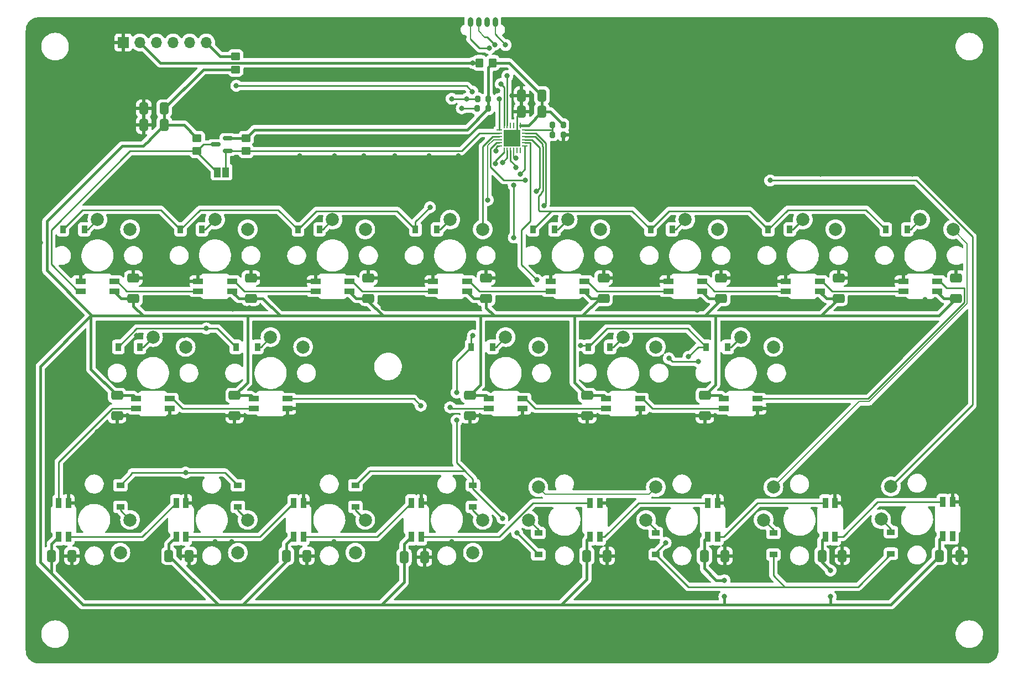
<source format=gbr>
%TF.GenerationSoftware,KiCad,Pcbnew,6.0.9-8da3e8f707~117~ubuntu22.04.1*%
%TF.CreationDate,2022-12-08T14:13:31-05:00*%
%TF.ProjectId,keyboard_matrix,6b657962-6f61-4726-945f-6d6174726978,rev?*%
%TF.SameCoordinates,Original*%
%TF.FileFunction,Copper,L2,Bot*%
%TF.FilePolarity,Positive*%
%FSLAX46Y46*%
G04 Gerber Fmt 4.6, Leading zero omitted, Abs format (unit mm)*
G04 Created by KiCad (PCBNEW 6.0.9-8da3e8f707~117~ubuntu22.04.1) date 2022-12-08 14:13:31*
%MOMM*%
%LPD*%
G01*
G04 APERTURE LIST*
G04 Aperture macros list*
%AMRoundRect*
0 Rectangle with rounded corners*
0 $1 Rounding radius*
0 $2 $3 $4 $5 $6 $7 $8 $9 X,Y pos of 4 corners*
0 Add a 4 corners polygon primitive as box body*
4,1,4,$2,$3,$4,$5,$6,$7,$8,$9,$2,$3,0*
0 Add four circle primitives for the rounded corners*
1,1,$1+$1,$2,$3*
1,1,$1+$1,$4,$5*
1,1,$1+$1,$6,$7*
1,1,$1+$1,$8,$9*
0 Add four rect primitives between the rounded corners*
20,1,$1+$1,$2,$3,$4,$5,0*
20,1,$1+$1,$4,$5,$6,$7,0*
20,1,$1+$1,$6,$7,$8,$9,0*
20,1,$1+$1,$8,$9,$2,$3,0*%
G04 Aperture macros list end*
%TA.AperFunction,ComponentPad*%
%ADD10R,1.700000X1.700000*%
%TD*%
%TA.AperFunction,ComponentPad*%
%ADD11O,1.700000X1.700000*%
%TD*%
%TA.AperFunction,SMDPad,CuDef*%
%ADD12R,0.900000X1.200000*%
%TD*%
%TA.AperFunction,ComponentPad*%
%ADD13C,2.000000*%
%TD*%
%TA.AperFunction,SMDPad,CuDef*%
%ADD14R,1.600000X0.820000*%
%TD*%
%TA.AperFunction,SMDPad,CuDef*%
%ADD15R,1.200000X0.900000*%
%TD*%
%TA.AperFunction,SMDPad,CuDef*%
%ADD16R,0.820000X1.600000*%
%TD*%
%TA.AperFunction,SMDPad,CuDef*%
%ADD17O,0.800000X1.500000*%
%TD*%
%TA.AperFunction,SMDPad,CuDef*%
%ADD18RoundRect,0.250000X0.650000X-0.412500X0.650000X0.412500X-0.650000X0.412500X-0.650000X-0.412500X0*%
%TD*%
%TA.AperFunction,SMDPad,CuDef*%
%ADD19RoundRect,0.250000X-0.650000X0.412500X-0.650000X-0.412500X0.650000X-0.412500X0.650000X0.412500X0*%
%TD*%
%TA.AperFunction,SMDPad,CuDef*%
%ADD20RoundRect,0.250000X-0.412500X-0.650000X0.412500X-0.650000X0.412500X0.650000X-0.412500X0.650000X0*%
%TD*%
%TA.AperFunction,SMDPad,CuDef*%
%ADD21RoundRect,0.250000X0.450000X-0.350000X0.450000X0.350000X-0.450000X0.350000X-0.450000X-0.350000X0*%
%TD*%
%TA.AperFunction,SMDPad,CuDef*%
%ADD22RoundRect,0.250000X0.412500X0.650000X-0.412500X0.650000X-0.412500X-0.650000X0.412500X-0.650000X0*%
%TD*%
%TA.AperFunction,SMDPad,CuDef*%
%ADD23RoundRect,0.200000X0.200000X0.275000X-0.200000X0.275000X-0.200000X-0.275000X0.200000X-0.275000X0*%
%TD*%
%TA.AperFunction,SMDPad,CuDef*%
%ADD24RoundRect,0.250000X-0.350000X-0.450000X0.350000X-0.450000X0.350000X0.450000X-0.350000X0.450000X0*%
%TD*%
%TA.AperFunction,SMDPad,CuDef*%
%ADD25RoundRect,0.150000X0.587500X0.150000X-0.587500X0.150000X-0.587500X-0.150000X0.587500X-0.150000X0*%
%TD*%
%TA.AperFunction,SMDPad,CuDef*%
%ADD26RoundRect,0.062500X0.350000X0.062500X-0.350000X0.062500X-0.350000X-0.062500X0.350000X-0.062500X0*%
%TD*%
%TA.AperFunction,SMDPad,CuDef*%
%ADD27RoundRect,0.062500X0.062500X0.350000X-0.062500X0.350000X-0.062500X-0.350000X0.062500X-0.350000X0*%
%TD*%
%TA.AperFunction,SMDPad,CuDef*%
%ADD28R,2.600000X2.600000*%
%TD*%
%TA.AperFunction,SMDPad,CuDef*%
%ADD29R,1.000000X1.500000*%
%TD*%
%TA.AperFunction,SMDPad,CuDef*%
%ADD30RoundRect,0.250000X-0.450000X0.350000X-0.450000X-0.350000X0.450000X-0.350000X0.450000X0.350000X0*%
%TD*%
%TA.AperFunction,SMDPad,CuDef*%
%ADD31RoundRect,0.200000X-0.200000X-0.275000X0.200000X-0.275000X0.200000X0.275000X-0.200000X0.275000X0*%
%TD*%
%TA.AperFunction,ViaPad*%
%ADD32C,0.800000*%
%TD*%
%TA.AperFunction,ViaPad*%
%ADD33C,0.700000*%
%TD*%
%TA.AperFunction,Conductor*%
%ADD34C,0.250000*%
%TD*%
%TA.AperFunction,Conductor*%
%ADD35C,0.400000*%
%TD*%
%TA.AperFunction,Conductor*%
%ADD36C,0.150000*%
%TD*%
%TA.AperFunction,Conductor*%
%ADD37C,0.200000*%
%TD*%
G04 APERTURE END LIST*
D10*
%TO.P,J10,1,Pin_1*%
%TO.N,GND*%
X85460000Y-64375000D03*
D11*
%TO.P,J10,2,Pin_2*%
%TO.N,3.3V_UNF*%
X88000000Y-64375000D03*
%TO.P,J10,3,Pin_3*%
%TO.N,I2C_SCL*%
X90540000Y-64375000D03*
%TO.P,J10,4,Pin_4*%
%TO.N,I2C_SDA*%
X93080000Y-64375000D03*
%TO.P,J10,5,Pin_5*%
%TO.N,INT*%
X95620000Y-64375000D03*
%TO.P,J10,6,Pin_6*%
%TO.N,5V_UNF*%
X98160000Y-64375000D03*
%TD*%
D12*
%TO.P,SW202,*%
%TO.N,*%
X97500000Y-93000000D03*
D13*
X99500000Y-91500000D03*
D14*
%TO.P,SW202,1,VDD*%
%TO.N,+5V*%
X102100000Y-102450000D03*
%TO.P,SW202,2,DOUT*%
%TO.N,Net-(SW202-Pad2)*%
X102100000Y-100950000D03*
%TO.P,SW202,3,GND*%
%TO.N,GND*%
X96900000Y-100950000D03*
%TO.P,SW202,4,DIN*%
%TO.N,Net-(SW201-Pad2)*%
X96900000Y-102450000D03*
D12*
%TO.P,SW202,5*%
%TO.N,ROW_A*%
X94200000Y-93000000D03*
D13*
%TO.P,SW202,6*%
%TO.N,COL_O*%
X104500000Y-93000000D03*
%TD*%
%TO.P,SW208,*%
%TO.N,*%
X207500000Y-91500000D03*
D12*
X205500000Y-93000000D03*
D14*
%TO.P,SW208,1,VDD*%
%TO.N,+5V*%
X210100000Y-102450000D03*
%TO.P,SW208,2,DOUT*%
%TO.N,/Multifunction Switches/LED_DATA_OUT*%
X210100000Y-100950000D03*
%TO.P,SW208,3,GND*%
%TO.N,GND*%
X204900000Y-100950000D03*
%TO.P,SW208,4,DIN*%
%TO.N,Net-(SW207-Pad2)*%
X204900000Y-102450000D03*
D12*
%TO.P,SW208,5*%
%TO.N,ROW_B*%
X202200000Y-93000000D03*
D13*
%TO.P,SW208,6*%
%TO.N,COL_P*%
X212500000Y-93000000D03*
%TD*%
D12*
%TO.P,SW201,*%
%TO.N,*%
X79500000Y-93000000D03*
D13*
X81500000Y-91500000D03*
D14*
%TO.P,SW201,1,VDD*%
%TO.N,+5V*%
X84100000Y-102450000D03*
%TO.P,SW201,2,DOUT*%
%TO.N,Net-(SW201-Pad2)*%
X84100000Y-100950000D03*
%TO.P,SW201,3,GND*%
%TO.N,GND*%
X78900000Y-100950000D03*
%TO.P,SW201,4,DIN*%
%TO.N,LED_DATA*%
X78900000Y-102450000D03*
D12*
%TO.P,SW201,5*%
%TO.N,ROW_A*%
X76200000Y-93000000D03*
D13*
%TO.P,SW201,6*%
%TO.N,COL_P*%
X86500000Y-93000000D03*
%TD*%
D15*
%TO.P,SW301,*%
%TO.N,*%
X85000000Y-135500000D03*
D13*
X86500000Y-137500000D03*
D16*
%TO.P,SW301,1,VDD*%
%TO.N,+5V*%
X75550000Y-140100000D03*
%TO.P,SW301,2,DOUT*%
%TO.N,Net-(SW301-Pad2)*%
X77050000Y-140100000D03*
%TO.P,SW301,3,GND*%
%TO.N,GND*%
X77050000Y-134900000D03*
%TO.P,SW301,4,DIN*%
%TO.N,Net-(SW301-Pad4)*%
X75550000Y-134900000D03*
D15*
%TO.P,SW301,5*%
%TO.N,ROW_C*%
X85000000Y-132200000D03*
D13*
%TO.P,SW301,6*%
%TO.N,COL_P*%
X85000000Y-142500000D03*
%TD*%
D12*
%TO.P,SW307,*%
%TO.N,*%
X142000000Y-111000000D03*
D13*
X144000000Y-109500000D03*
D14*
%TO.P,SW307,1,VDD*%
%TO.N,+5V*%
X141400000Y-118950000D03*
%TO.P,SW307,2,DOUT*%
%TO.N,Net-(SW304-Pad4)*%
X141400000Y-120450000D03*
%TO.P,SW307,3,GND*%
%TO.N,GND*%
X146600000Y-120450000D03*
%TO.P,SW307,4,DIN*%
%TO.N,Net-(SW307-Pad4)*%
X146600000Y-118950000D03*
D12*
%TO.P,SW307,5*%
%TO.N,ROW_D*%
X138700000Y-111000000D03*
D13*
%TO.P,SW307,6*%
%TO.N,COL_O*%
X149000000Y-111000000D03*
%TD*%
%TO.P,SW308,*%
%TO.N,*%
X147500000Y-137500000D03*
D15*
X149000000Y-139500000D03*
D16*
%TO.P,SW308,1,VDD*%
%TO.N,+5V*%
X156950000Y-140100000D03*
%TO.P,SW308,2,DOUT*%
%TO.N,Net-(SW308-Pad2)*%
X158450000Y-140100000D03*
%TO.P,SW308,3,GND*%
%TO.N,GND*%
X158450000Y-134900000D03*
%TO.P,SW308,4,DIN*%
%TO.N,Net-(SW306-Pad2)*%
X156950000Y-134900000D03*
D15*
%TO.P,SW308,5*%
%TO.N,ROW_D*%
X149000000Y-142800000D03*
D13*
%TO.P,SW308,6*%
%TO.N,COL_N*%
X149000000Y-132500000D03*
%TD*%
%TO.P,SW303,*%
%TO.N,*%
X104500000Y-137500000D03*
D15*
X103000000Y-135500000D03*
D16*
%TO.P,SW303,1,VDD*%
%TO.N,+5V*%
X93550000Y-140100000D03*
%TO.P,SW303,2,DOUT*%
%TO.N,Net-(SW303-Pad2)*%
X95050000Y-140100000D03*
%TO.P,SW303,3,GND*%
%TO.N,GND*%
X95050000Y-134900000D03*
%TO.P,SW303,4,DIN*%
%TO.N,Net-(SW301-Pad2)*%
X93550000Y-134900000D03*
D15*
%TO.P,SW303,5*%
%TO.N,ROW_C*%
X103000000Y-132200000D03*
D13*
%TO.P,SW303,6*%
%TO.N,COL_M*%
X103000000Y-142500000D03*
%TD*%
%TO.P,SW312,*%
%TO.N,*%
X183500000Y-137500000D03*
D15*
X185000000Y-139500000D03*
D16*
%TO.P,SW312,1,VDD*%
%TO.N,+5V*%
X192950000Y-140100000D03*
%TO.P,SW312,2,DOUT*%
%TO.N,Net-(SW312-Pad2)*%
X194450000Y-140100000D03*
%TO.P,SW312,3,GND*%
%TO.N,GND*%
X194450000Y-134900000D03*
%TO.P,SW312,4,DIN*%
%TO.N,Net-(SW310-Pad2)*%
X192950000Y-134900000D03*
D15*
%TO.P,SW312,5*%
%TO.N,ROW_E*%
X185000000Y-142800000D03*
D13*
%TO.P,SW312,6*%
%TO.N,COL_P*%
X185000000Y-132500000D03*
%TD*%
D12*
%TO.P,SW304,*%
%TO.N,*%
X106000000Y-111000000D03*
D13*
X108000000Y-109500000D03*
D14*
%TO.P,SW304,1,VDD*%
%TO.N,+5V*%
X105400000Y-118950000D03*
%TO.P,SW304,2,DOUT*%
%TO.N,Net-(SW302-Pad4)*%
X105400000Y-120450000D03*
%TO.P,SW304,3,GND*%
%TO.N,GND*%
X110600000Y-120450000D03*
%TO.P,SW304,4,DIN*%
%TO.N,Net-(SW304-Pad4)*%
X110600000Y-118950000D03*
D12*
%TO.P,SW304,5*%
%TO.N,ROW_C*%
X102700000Y-111000000D03*
D13*
%TO.P,SW304,6*%
%TO.N,COL_N*%
X113000000Y-111000000D03*
%TD*%
%TO.P,SW309,*%
%TO.N,*%
X162000000Y-109500000D03*
D12*
X160000000Y-111000000D03*
D14*
%TO.P,SW309,1,VDD*%
%TO.N,+5V*%
X159400000Y-118950000D03*
%TO.P,SW309,2,DOUT*%
%TO.N,Net-(SW307-Pad4)*%
X159400000Y-120450000D03*
%TO.P,SW309,3,GND*%
%TO.N,GND*%
X164600000Y-120450000D03*
%TO.P,SW309,4,DIN*%
%TO.N,Net-(SW309-Pad4)*%
X164600000Y-118950000D03*
D12*
%TO.P,SW309,5*%
%TO.N,ROW_E*%
X156700000Y-111000000D03*
D13*
%TO.P,SW309,6*%
%TO.N,COL_M*%
X167000000Y-111000000D03*
%TD*%
%TO.P,SW302,*%
%TO.N,*%
X90000000Y-109500000D03*
D12*
X88000000Y-111000000D03*
D14*
%TO.P,SW302,1,VDD*%
%TO.N,+5V*%
X87400000Y-118950000D03*
%TO.P,SW302,2,DOUT*%
%TO.N,Net-(SW301-Pad4)*%
X87400000Y-120450000D03*
%TO.P,SW302,3,GND*%
%TO.N,GND*%
X92600000Y-120450000D03*
%TO.P,SW302,4,DIN*%
%TO.N,Net-(SW302-Pad4)*%
X92600000Y-118950000D03*
D12*
%TO.P,SW302,5*%
%TO.N,ROW_C*%
X84700000Y-111000000D03*
D13*
%TO.P,SW302,6*%
%TO.N,COL_O*%
X95000000Y-111000000D03*
%TD*%
%TO.P,SW203,*%
%TO.N,*%
X117500000Y-91500000D03*
D12*
X115500000Y-93000000D03*
D14*
%TO.P,SW203,1,VDD*%
%TO.N,+5V*%
X120100000Y-102450000D03*
%TO.P,SW203,2,DOUT*%
%TO.N,Net-(SW203-Pad2)*%
X120100000Y-100950000D03*
%TO.P,SW203,3,GND*%
%TO.N,GND*%
X114900000Y-100950000D03*
%TO.P,SW203,4,DIN*%
%TO.N,Net-(SW202-Pad2)*%
X114900000Y-102450000D03*
D12*
%TO.P,SW203,5*%
%TO.N,ROW_A*%
X112200000Y-93000000D03*
D13*
%TO.P,SW203,6*%
%TO.N,COL_N*%
X122500000Y-93000000D03*
%TD*%
D17*
%TO.P,J11,2,NRST*%
%TO.N,NRST*%
X138595000Y-61270500D03*
%TO.P,J11,4,SWCLK*%
%TO.N,SWCLK*%
X139865000Y-61270500D03*
%TO.P,J11,6,SWO*%
%TO.N,unconnected-(J11-Pad6)*%
X141135000Y-61270500D03*
%TO.P,J11,8,SWDIO*%
%TO.N,SWDIO*%
X142405000Y-61270500D03*
%TD*%
D15*
%TO.P,SW310,*%
%TO.N,*%
X167000000Y-139500000D03*
D13*
X165500000Y-137500000D03*
D16*
%TO.P,SW310,1,VDD*%
%TO.N,+5V*%
X174950000Y-140100000D03*
%TO.P,SW310,2,DOUT*%
%TO.N,Net-(SW310-Pad2)*%
X176450000Y-140100000D03*
%TO.P,SW310,3,GND*%
%TO.N,GND*%
X176450000Y-134900000D03*
%TO.P,SW310,4,DIN*%
%TO.N,Net-(SW308-Pad2)*%
X174950000Y-134900000D03*
D15*
%TO.P,SW310,5*%
%TO.N,ROW_E*%
X167000000Y-142800000D03*
D13*
%TO.P,SW310,6*%
%TO.N,COL_N*%
X167000000Y-132500000D03*
%TD*%
%TO.P,SW306,*%
%TO.N,*%
X140500000Y-137500000D03*
D15*
X139000000Y-135500000D03*
D16*
%TO.P,SW306,1,VDD*%
%TO.N,+5V*%
X129550000Y-140100000D03*
%TO.P,SW306,2,DOUT*%
%TO.N,Net-(SW306-Pad2)*%
X131050000Y-140100000D03*
%TO.P,SW306,3,GND*%
%TO.N,GND*%
X131050000Y-134900000D03*
%TO.P,SW306,4,DIN*%
%TO.N,Net-(SW305-Pad2)*%
X129550000Y-134900000D03*
D15*
%TO.P,SW306,5*%
%TO.N,ROW_D*%
X139000000Y-132200000D03*
D13*
%TO.P,SW306,6*%
%TO.N,COL_P*%
X139000000Y-142500000D03*
%TD*%
D15*
%TO.P,SW313,*%
%TO.N,*%
X203000000Y-139385000D03*
D13*
X201500000Y-137385000D03*
D16*
%TO.P,SW313,1,VDD*%
%TO.N,+5V*%
X210950000Y-139985000D03*
%TO.P,SW313,2,DOUT*%
%TO.N,/Octave Switches/LED_DATA_OUT*%
X212450000Y-139985000D03*
%TO.P,SW313,3,GND*%
%TO.N,GND*%
X212450000Y-134785000D03*
%TO.P,SW313,4,DIN*%
%TO.N,Net-(SW312-Pad2)*%
X210950000Y-134785000D03*
D15*
%TO.P,SW313,5*%
%TO.N,ROW_E*%
X203000000Y-142685000D03*
D13*
%TO.P,SW313,6*%
%TO.N,COL_Q*%
X203000000Y-132385000D03*
%TD*%
%TO.P,SW205,*%
%TO.N,*%
X153500000Y-91500000D03*
D12*
X151500000Y-93000000D03*
D14*
%TO.P,SW205,1,VDD*%
%TO.N,+5V*%
X156100000Y-102450000D03*
%TO.P,SW205,2,DOUT*%
%TO.N,Net-(SW205-Pad2)*%
X156100000Y-100950000D03*
%TO.P,SW205,3,GND*%
%TO.N,GND*%
X150900000Y-100950000D03*
%TO.P,SW205,4,DIN*%
%TO.N,Net-(SW204-Pad2)*%
X150900000Y-102450000D03*
D12*
%TO.P,SW205,5*%
%TO.N,ROW_B*%
X148200000Y-93000000D03*
D13*
%TO.P,SW205,6*%
%TO.N,COL_M*%
X158500000Y-93000000D03*
%TD*%
D12*
%TO.P,SW311,*%
%TO.N,*%
X178000000Y-111000000D03*
D13*
X180000000Y-109500000D03*
D14*
%TO.P,SW311,1,VDD*%
%TO.N,+5V*%
X177400000Y-118950000D03*
%TO.P,SW311,2,DOUT*%
%TO.N,Net-(SW309-Pad4)*%
X177400000Y-120450000D03*
%TO.P,SW311,3,GND*%
%TO.N,GND*%
X182600000Y-120450000D03*
%TO.P,SW311,4,DIN*%
%TO.N,/Multifunction Switches/LED_DATA_OUT*%
X182600000Y-118950000D03*
D12*
%TO.P,SW311,5*%
%TO.N,ROW_E*%
X174700000Y-111000000D03*
D13*
%TO.P,SW311,6*%
%TO.N,COL_O*%
X185000000Y-111000000D03*
%TD*%
%TO.P,SW204,*%
%TO.N,*%
X135500000Y-91500000D03*
D12*
X133500000Y-93000000D03*
D14*
%TO.P,SW204,1,VDD*%
%TO.N,+5V*%
X138100000Y-102450000D03*
%TO.P,SW204,2,DOUT*%
%TO.N,Net-(SW204-Pad2)*%
X138100000Y-100950000D03*
%TO.P,SW204,3,GND*%
%TO.N,GND*%
X132900000Y-100950000D03*
%TO.P,SW204,4,DIN*%
%TO.N,Net-(SW203-Pad2)*%
X132900000Y-102450000D03*
D12*
%TO.P,SW204,5*%
%TO.N,ROW_A*%
X130200000Y-93000000D03*
D13*
%TO.P,SW204,6*%
%TO.N,COL_M*%
X140500000Y-93000000D03*
%TD*%
%TO.P,SW206,*%
%TO.N,*%
X171500000Y-91500000D03*
D12*
X169500000Y-93000000D03*
D14*
%TO.P,SW206,1,VDD*%
%TO.N,+5V*%
X174100000Y-102450000D03*
%TO.P,SW206,2,DOUT*%
%TO.N,Net-(SW206-Pad2)*%
X174100000Y-100950000D03*
%TO.P,SW206,3,GND*%
%TO.N,GND*%
X168900000Y-100950000D03*
%TO.P,SW206,4,DIN*%
%TO.N,Net-(SW205-Pad2)*%
X168900000Y-102450000D03*
D12*
%TO.P,SW206,5*%
%TO.N,ROW_B*%
X166200000Y-93000000D03*
D13*
%TO.P,SW206,6*%
%TO.N,COL_N*%
X176500000Y-93000000D03*
%TD*%
D15*
%TO.P,SW305,*%
%TO.N,*%
X121000000Y-135500000D03*
D13*
X122500000Y-137500000D03*
D16*
%TO.P,SW305,1,VDD*%
%TO.N,+5V*%
X111550000Y-140100000D03*
%TO.P,SW305,2,DOUT*%
%TO.N,Net-(SW305-Pad2)*%
X113050000Y-140100000D03*
%TO.P,SW305,3,GND*%
%TO.N,GND*%
X113050000Y-134900000D03*
%TO.P,SW305,4,DIN*%
%TO.N,Net-(SW303-Pad2)*%
X111550000Y-134900000D03*
D15*
%TO.P,SW305,5*%
%TO.N,ROW_D*%
X121000000Y-132200000D03*
D13*
%TO.P,SW305,6*%
%TO.N,COL_M*%
X121000000Y-142500000D03*
%TD*%
%TO.P,SW207,*%
%TO.N,*%
X189500000Y-91500000D03*
D12*
X187500000Y-93000000D03*
D14*
%TO.P,SW207,1,VDD*%
%TO.N,+5V*%
X192100000Y-102450000D03*
%TO.P,SW207,2,DOUT*%
%TO.N,Net-(SW207-Pad2)*%
X192100000Y-100950000D03*
%TO.P,SW207,3,GND*%
%TO.N,GND*%
X186900000Y-100950000D03*
%TO.P,SW207,4,DIN*%
%TO.N,Net-(SW206-Pad2)*%
X186900000Y-102450000D03*
D12*
%TO.P,SW207,5*%
%TO.N,ROW_B*%
X184200000Y-93000000D03*
D13*
%TO.P,SW207,6*%
%TO.N,COL_O*%
X194500000Y-93000000D03*
%TD*%
D18*
%TO.P,C202,1*%
%TO.N,+5V*%
X105000000Y-103562500D03*
%TO.P,C202,2*%
%TO.N,GND*%
X105000000Y-100437500D03*
%TD*%
D19*
%TO.P,C311,1*%
%TO.N,+5V*%
X174500000Y-118437500D03*
%TO.P,C311,2*%
%TO.N,GND*%
X174500000Y-121562500D03*
%TD*%
%TO.P,C309,1*%
%TO.N,+5V*%
X156500000Y-118437500D03*
%TO.P,C309,2*%
%TO.N,GND*%
X156500000Y-121562500D03*
%TD*%
D20*
%TO.P,C306,1*%
%TO.N,+5V*%
X128437500Y-143250000D03*
%TO.P,C306,2*%
%TO.N,GND*%
X131562500Y-143250000D03*
%TD*%
D18*
%TO.P,C201,1*%
%TO.N,+5V*%
X87000000Y-103562500D03*
%TO.P,C201,2*%
%TO.N,GND*%
X87000000Y-100437500D03*
%TD*%
D21*
%TO.P,R101,1*%
%TO.N,LED_DATA_3V3*%
X104250000Y-81000000D03*
%TO.P,R101,2*%
%TO.N,+3.3V*%
X104250000Y-79000000D03*
%TD*%
D22*
%TO.P,C4,1*%
%TO.N,+5V*%
X91712500Y-77000000D03*
%TO.P,C4,2*%
%TO.N,GND*%
X88587500Y-77000000D03*
%TD*%
D20*
%TO.P,C310,1*%
%TO.N,+5V*%
X174437500Y-143000000D03*
%TO.P,C310,2*%
%TO.N,GND*%
X177562500Y-143000000D03*
%TD*%
D23*
%TO.P,R2,1*%
%TO.N,+3.3V*%
X141325000Y-74500000D03*
%TO.P,R2,2*%
%TO.N,I2C_SCL*%
X139675000Y-74500000D03*
%TD*%
D22*
%TO.P,C2,1*%
%TO.N,+3.3V*%
X149562500Y-75000000D03*
%TO.P,C2,2*%
%TO.N,GND*%
X146437500Y-75000000D03*
%TD*%
D19*
%TO.P,C307,1*%
%TO.N,+5V*%
X138500000Y-118437500D03*
%TO.P,C307,2*%
%TO.N,GND*%
X138500000Y-121562500D03*
%TD*%
D24*
%TO.P,FB1,1*%
%TO.N,3.3V_UNF*%
X140000000Y-67500000D03*
%TO.P,FB1,2*%
%TO.N,+3.3V*%
X142000000Y-67500000D03*
%TD*%
D18*
%TO.P,C203,1*%
%TO.N,+5V*%
X123000000Y-103562500D03*
%TO.P,C203,2*%
%TO.N,GND*%
X123000000Y-100437500D03*
%TD*%
%TO.P,C204,1*%
%TO.N,+5V*%
X141000000Y-103562500D03*
%TO.P,C204,2*%
%TO.N,GND*%
X141000000Y-100437500D03*
%TD*%
D25*
%TO.P,Q101,1,G*%
%TO.N,+3.3V*%
X101437500Y-79050000D03*
%TO.P,Q101,2,S*%
%TO.N,LED_DATA_3V3*%
X101437500Y-80950000D03*
%TO.P,Q101,3,D*%
%TO.N,LED_DATA*%
X99562500Y-80000000D03*
%TD*%
D20*
%TO.P,C305,1*%
%TO.N,+5V*%
X110437500Y-143000000D03*
%TO.P,C305,2*%
%TO.N,GND*%
X113562500Y-143000000D03*
%TD*%
D18*
%TO.P,C205,1*%
%TO.N,+5V*%
X159000000Y-103562500D03*
%TO.P,C205,2*%
%TO.N,GND*%
X159000000Y-100437500D03*
%TD*%
D22*
%TO.P,C1,1*%
%TO.N,+3.3V*%
X149562500Y-72500000D03*
%TO.P,C1,2*%
%TO.N,GND*%
X146437500Y-72500000D03*
%TD*%
D20*
%TO.P,C308,1*%
%TO.N,+5V*%
X156437500Y-143000000D03*
%TO.P,C308,2*%
%TO.N,GND*%
X159562500Y-143000000D03*
%TD*%
D19*
%TO.P,C304,1*%
%TO.N,+5V*%
X102500000Y-118437500D03*
%TO.P,C304,2*%
%TO.N,GND*%
X102500000Y-121562500D03*
%TD*%
D26*
%TO.P,U1,1,PA02*%
%TO.N,ADDR_SET*%
X146937500Y-77750000D03*
%TO.P,U1,2,PA03*%
%TO.N,ROW_A*%
X146937500Y-78250000D03*
%TO.P,U1,3,PA04*%
%TO.N,ROW_B*%
X146937500Y-78750000D03*
%TO.P,U1,4,PA05*%
%TO.N,ROW_C*%
X146937500Y-79250000D03*
%TO.P,U1,5,PA06*%
%TO.N,ROW_E*%
X146937500Y-79750000D03*
%TO.P,U1,6,PA07*%
%TO.N,ROW_D*%
X146937500Y-80250000D03*
D27*
%TO.P,U1,7,PA08/XIN*%
%TO.N,unconnected-(U1-Pad7)*%
X146250000Y-80937500D03*
%TO.P,U1,8,PA09/XOUT*%
%TO.N,unconnected-(U1-Pad8)*%
X145750000Y-80937500D03*
%TO.P,U1,9,PA10*%
%TO.N,COL_P*%
X145250000Y-80937500D03*
%TO.P,U1,10,PA11*%
%TO.N,COL_O*%
X144750000Y-80937500D03*
%TO.P,U1,11,PA14*%
%TO.N,I2C_SDA*%
X144250000Y-80937500D03*
%TO.P,U1,12,PA15*%
%TO.N,I2C_SCL*%
X143750000Y-80937500D03*
D26*
%TO.P,U1,13,PA16*%
%TO.N,INT*%
X143062500Y-80250000D03*
%TO.P,U1,14,PA17*%
%TO.N,COL_Q*%
X143062500Y-79750000D03*
%TO.P,U1,15,PA22*%
%TO.N,COL_N*%
X143062500Y-79250000D03*
%TO.P,U1,16,PA23*%
%TO.N,COL_M*%
X143062500Y-78750000D03*
%TO.P,U1,17,PA27*%
%TO.N,LED_DATA_3V3*%
X143062500Y-78250000D03*
%TO.P,U1,18,PA28/~{RST}*%
%TO.N,NRST*%
X143062500Y-77750000D03*
D27*
%TO.P,U1,19,PA30/SWCLK*%
%TO.N,SWCLK*%
X143750000Y-77062500D03*
%TO.P,U1,20,PA31/SWDIO*%
%TO.N,SWDIO*%
X144250000Y-77062500D03*
%TO.P,U1,21,PA24*%
%TO.N,unconnected-(U1-Pad21)*%
X144750000Y-77062500D03*
%TO.P,U1,22,PA25*%
%TO.N,unconnected-(U1-Pad22)*%
X145250000Y-77062500D03*
%TO.P,U1,23,GND*%
%TO.N,GND*%
X145750000Y-77062500D03*
%TO.P,U1,24,VDD*%
%TO.N,+3.3V*%
X146250000Y-77062500D03*
D28*
%TO.P,U1,25,GND*%
%TO.N,GND*%
X145000000Y-79000000D03*
%TD*%
D23*
%TO.P,R3,1*%
%TO.N,+3.3V*%
X152825000Y-77000000D03*
%TO.P,R3,2*%
%TO.N,ADDR_SET*%
X151175000Y-77000000D03*
%TD*%
D29*
%TO.P,JP101,1,A*%
%TO.N,LED_DATA_3V3*%
X101150000Y-84250000D03*
%TO.P,JP101,2,B*%
%TO.N,LED_DATA*%
X99850000Y-84250000D03*
%TD*%
D19*
%TO.P,C302,1*%
%TO.N,+5V*%
X84500000Y-118437500D03*
%TO.P,C302,2*%
%TO.N,GND*%
X84500000Y-121562500D03*
%TD*%
D23*
%TO.P,R1,1*%
%TO.N,+3.3V*%
X141345000Y-73000000D03*
%TO.P,R1,2*%
%TO.N,I2C_SDA*%
X139695000Y-73000000D03*
%TD*%
D20*
%TO.P,C303,1*%
%TO.N,+5V*%
X92437500Y-143000000D03*
%TO.P,C303,2*%
%TO.N,GND*%
X95562500Y-143000000D03*
%TD*%
D22*
%TO.P,C3,1*%
%TO.N,+5V*%
X91712500Y-74500000D03*
%TO.P,C3,2*%
%TO.N,GND*%
X88587500Y-74500000D03*
%TD*%
D18*
%TO.P,C206,1*%
%TO.N,+5V*%
X177000000Y-103562500D03*
%TO.P,C206,2*%
%TO.N,GND*%
X177000000Y-100437500D03*
%TD*%
D30*
%TO.P,R102,1*%
%TO.N,+5V*%
X96750000Y-79000000D03*
%TO.P,R102,2*%
%TO.N,LED_DATA*%
X96750000Y-81000000D03*
%TD*%
D31*
%TO.P,R4,1*%
%TO.N,ADDR_SET*%
X151175000Y-78500000D03*
%TO.P,R4,2*%
%TO.N,GND*%
X152825000Y-78500000D03*
%TD*%
D20*
%TO.P,C312,1*%
%TO.N,+5V*%
X192437500Y-143000000D03*
%TO.P,C312,2*%
%TO.N,GND*%
X195562500Y-143000000D03*
%TD*%
D18*
%TO.P,C208,1*%
%TO.N,+5V*%
X213000000Y-103562500D03*
%TO.P,C208,2*%
%TO.N,GND*%
X213000000Y-100437500D03*
%TD*%
D20*
%TO.P,C301,1*%
%TO.N,+5V*%
X74437500Y-143000000D03*
%TO.P,C301,2*%
%TO.N,GND*%
X77562500Y-143000000D03*
%TD*%
D30*
%TO.P,FB2,1*%
%TO.N,5V_UNF*%
X102650000Y-66500000D03*
%TO.P,FB2,2*%
%TO.N,+5V*%
X102650000Y-68500000D03*
%TD*%
D18*
%TO.P,C207,1*%
%TO.N,+5V*%
X195000000Y-103562500D03*
%TO.P,C207,2*%
%TO.N,GND*%
X195000000Y-100437500D03*
%TD*%
D20*
%TO.P,C313,1*%
%TO.N,+5V*%
X210437500Y-143000000D03*
%TO.P,C313,2*%
%TO.N,GND*%
X213562500Y-143000000D03*
%TD*%
D32*
%TO.N,GND*%
X121000000Y-69250000D03*
X117775525Y-79525500D03*
X101000000Y-64500000D03*
X177750000Y-108500000D03*
X155500000Y-89000000D03*
X83750000Y-148250000D03*
X134750000Y-117750000D03*
X187750000Y-105000000D03*
X181500000Y-124250000D03*
X88250000Y-148250000D03*
X123250000Y-135500000D03*
X167250000Y-117750000D03*
X184500000Y-122000000D03*
X132250000Y-76250000D03*
X81750000Y-109250000D03*
X75500000Y-115750000D03*
X142750000Y-105000000D03*
X99512299Y-140824500D03*
X91250000Y-92000000D03*
X107750000Y-87750000D03*
X130750000Y-122000000D03*
X127000000Y-76250000D03*
D33*
X145750000Y-79750000D03*
D32*
X119500000Y-109250000D03*
X128250000Y-109250000D03*
X188750000Y-122000000D03*
D33*
X144250000Y-78250000D03*
X144250000Y-79750000D03*
D32*
X149000000Y-117750000D03*
X88250000Y-152750000D03*
X171275500Y-117750000D03*
X158500000Y-145000000D03*
X127000000Y-81724500D03*
X130500000Y-69250000D03*
X120000000Y-105000000D03*
X110000000Y-109250000D03*
X87500000Y-109250000D03*
X107750000Y-79500000D03*
X187750000Y-108250000D03*
X108250000Y-152750000D03*
X173350501Y-105378043D03*
X132250000Y-81724500D03*
X125250000Y-105000000D03*
X106500000Y-105000000D03*
X218000000Y-98250000D03*
X190000000Y-108250000D03*
X129000000Y-153000000D03*
X121000000Y-64500000D03*
X182500000Y-108500000D03*
X101750000Y-87750000D03*
X197750000Y-104750000D03*
X142525500Y-69667660D03*
X81500000Y-124000000D03*
X147000000Y-64750000D03*
X200000000Y-104750000D03*
X129000000Y-148500000D03*
X124500000Y-148500000D03*
X117750000Y-140824500D03*
X74500000Y-148250000D03*
X106250000Y-69250000D03*
X147000000Y-67750000D03*
X182000000Y-88500000D03*
X94750000Y-122000000D03*
X167250000Y-122000000D03*
X102750000Y-109250000D03*
X177250000Y-128500000D03*
X136724475Y-81724500D03*
X76000000Y-95000000D03*
X152250000Y-109250000D03*
X169750000Y-89000000D03*
X153250000Y-117750000D03*
X102000000Y-145000000D03*
X112500000Y-79500000D03*
X91750000Y-105000000D03*
X135750000Y-145000000D03*
X121500000Y-122000000D03*
X156750000Y-67750000D03*
X115750000Y-69250000D03*
X208250000Y-104750000D03*
X160250000Y-105000000D03*
X170750000Y-145000000D03*
X120250000Y-87750000D03*
X153250000Y-122000000D03*
X120000000Y-148500000D03*
X125750000Y-122000000D03*
X99500000Y-145000000D03*
X142754354Y-71729756D03*
X121500000Y-117750000D03*
X83750000Y-87750000D03*
X162250000Y-105000000D03*
X140750000Y-128500000D03*
X102010165Y-140824500D03*
X195250000Y-108250000D03*
X94750000Y-117750000D03*
X145000000Y-141000000D03*
X164000000Y-109750000D03*
X145000000Y-124250000D03*
X152250000Y-67750000D03*
X181500000Y-128500000D03*
X135750000Y-140824500D03*
X103750000Y-152750000D03*
X122250000Y-79500000D03*
X117250000Y-122000000D03*
X92000000Y-109250000D03*
X112750000Y-105000000D03*
X120000000Y-153000000D03*
X132750000Y-109250000D03*
X72750000Y-95000000D03*
X174250000Y-88500000D03*
X162750000Y-132000000D03*
X144974500Y-72482612D03*
X160000000Y-91500000D03*
X108250000Y-148250000D03*
X117250000Y-117750000D03*
X101750000Y-92000000D03*
X136734070Y-108491332D03*
X117775525Y-81750000D03*
X188750000Y-117750000D03*
X75500000Y-124000000D03*
X117775525Y-76275500D03*
X112500000Y-76250000D03*
X110750000Y-69250000D03*
X83750000Y-152750000D03*
X145500000Y-70500000D03*
X122250000Y-145000000D03*
X94750000Y-109250000D03*
X89000000Y-124000000D03*
X165000000Y-89000000D03*
X97250000Y-109250000D03*
X125750000Y-117750000D03*
X192250000Y-84500000D03*
X177250000Y-124250000D03*
X160000000Y-89000000D03*
X115250000Y-109250000D03*
X107750000Y-82500000D03*
X164037458Y-104947746D03*
X183750000Y-84500000D03*
X146750000Y-105000000D03*
X84250000Y-109250000D03*
X104750000Y-105000000D03*
X170750000Y-140750000D03*
X140750000Y-124250000D03*
X151250000Y-89000000D03*
X182000000Y-92750000D03*
D33*
X145750000Y-78250000D03*
D32*
X113000000Y-117750000D03*
X174250000Y-92750000D03*
X140000000Y-145000000D03*
X125500000Y-69250000D03*
X127000000Y-79500000D03*
X170500000Y-109250000D03*
X152250000Y-64750000D03*
X129500000Y-105000000D03*
X208250000Y-103750000D03*
X205250000Y-104750000D03*
X191750000Y-105000000D03*
X122250000Y-76250000D03*
X155500000Y-91500000D03*
X113000000Y-122000000D03*
X176250000Y-145000000D03*
X138250000Y-105000000D03*
X130750000Y-126250000D03*
X112500000Y-81750000D03*
X181500000Y-133750000D03*
X160250000Y-132000000D03*
X102187299Y-105187299D03*
X120250000Y-91500000D03*
X192250000Y-88500000D03*
X192250000Y-92750000D03*
X132250000Y-79500000D03*
X124000000Y-109250000D03*
X206250000Y-84500000D03*
X202500000Y-104750000D03*
X99250000Y-148250000D03*
X181500000Y-138000000D03*
X75500000Y-119750000D03*
X83750000Y-92000000D03*
X151250000Y-105000000D03*
X107750000Y-76250000D03*
X184500000Y-105000000D03*
X201250000Y-130500000D03*
X97500000Y-105000000D03*
X152500000Y-140750000D03*
X145000000Y-135750000D03*
X156750000Y-64750000D03*
X200750000Y-139500000D03*
X99250000Y-152750000D03*
X212250000Y-98750000D03*
X134750000Y-122000000D03*
X124500000Y-153000000D03*
X103750000Y-148250000D03*
X122250000Y-81750000D03*
X107750000Y-92000000D03*
X160250000Y-137000000D03*
X171275500Y-122000000D03*
X149000000Y-122000000D03*
X91250000Y-87750000D03*
X134000000Y-105000000D03*
X94250000Y-105000000D03*
X99000000Y-122000000D03*
X106250000Y-64500000D03*
X160250000Y-134750000D03*
X180500000Y-105000000D03*
X152500000Y-145000000D03*
X99000000Y-117750000D03*
X141250000Y-109250000D03*
X192500000Y-108250000D03*
X184500000Y-117750000D03*
X79250000Y-152750000D03*
X162750000Y-134750000D03*
X150250000Y-109250000D03*
X79250000Y-148250000D03*
X125500000Y-64500000D03*
X102750000Y-76250000D03*
X155750000Y-109250000D03*
X145000000Y-128500000D03*
%TO.N,3.3V_UNF*%
X139000000Y-67500000D03*
%TO.N,I2C_SCL*%
X137275500Y-74460368D03*
X142399703Y-82924303D03*
%TO.N,I2C_SDA*%
X138025500Y-73000000D03*
X143500000Y-82750000D03*
X135750000Y-73000000D03*
%TO.N,INT*%
X142512299Y-80987701D03*
X102750000Y-71000000D03*
X138887299Y-71887299D03*
%TO.N,NRST*%
X141500000Y-65250000D03*
X143000000Y-73000000D03*
%TO.N,SWCLK*%
X142331637Y-64695576D03*
X143250000Y-70750000D03*
%TO.N,SWDIO*%
X144000000Y-64750000D03*
X144250000Y-69500000D03*
%TO.N,ROW_A*%
X149848343Y-89348343D03*
X132414553Y-89610045D03*
%TO.N,COL_N*%
X141250000Y-88500000D03*
%TO.N,COL_O*%
X173500000Y-113250000D03*
X169000000Y-112750000D03*
X145525500Y-83553908D03*
%TO.N,COL_P*%
X145525500Y-82059526D03*
%TO.N,ROW_C*%
X95000000Y-130250000D03*
X148698836Y-87191126D03*
X98175000Y-108175000D03*
%TO.N,ROW_D*%
X136500000Y-118000000D03*
X139000000Y-109250000D03*
X136500000Y-122250000D03*
X145750000Y-139500000D03*
X146250000Y-84500000D03*
X143500000Y-137250000D03*
X145250000Y-86250000D03*
X145250000Y-94250000D03*
%TO.N,ROW_E*%
X148750000Y-100750000D03*
X168500000Y-141000000D03*
X155500000Y-110750000D03*
X172000000Y-112500000D03*
%TO.N,Net-(SW304-Pad4)*%
X131000000Y-120000000D03*
X135500000Y-120250000D03*
%TO.N,COL_Q*%
X147025500Y-85445576D03*
X184500000Y-85500000D03*
%TO.N,+5V*%
X177500000Y-146750000D03*
X177500000Y-149250000D03*
X193750000Y-149250000D03*
X193750000Y-145250000D03*
%TD*%
D34*
%TO.N,*%
X203000000Y-138885000D02*
X201500000Y-137385000D01*
X160500000Y-111000000D02*
X162000000Y-109500000D01*
X103000000Y-136000000D02*
X104500000Y-137500000D01*
X139000000Y-136000000D02*
X140500000Y-137500000D01*
X170000000Y-93000000D02*
X171500000Y-91500000D01*
X79500000Y-93000000D02*
X80000000Y-93000000D01*
X106500000Y-111000000D02*
X108000000Y-109500000D01*
X134000000Y-93000000D02*
X135500000Y-91500000D01*
X205500000Y-93000000D02*
X206000000Y-93000000D01*
X85000000Y-135500000D02*
X85000000Y-136000000D01*
X142000000Y-111000000D02*
X142500000Y-111000000D01*
X185000000Y-139000000D02*
X185000000Y-139500000D01*
X203000000Y-139385000D02*
X203000000Y-138885000D01*
X85000000Y-136000000D02*
X86500000Y-137500000D01*
X98000000Y-93000000D02*
X99500000Y-91500000D01*
X97500000Y-93000000D02*
X98000000Y-93000000D01*
X88500000Y-111000000D02*
X90000000Y-109500000D01*
X187500000Y-93000000D02*
X188000000Y-93000000D01*
X206000000Y-93000000D02*
X207500000Y-91500000D01*
X183500000Y-137500000D02*
X185000000Y-139000000D01*
X178000000Y-111000000D02*
X178500000Y-111000000D01*
X169500000Y-93000000D02*
X170000000Y-93000000D01*
X116000000Y-93000000D02*
X117500000Y-91500000D01*
X160000000Y-111000000D02*
X160500000Y-111000000D01*
X80000000Y-93000000D02*
X81500000Y-91500000D01*
X167000000Y-139000000D02*
X167000000Y-139500000D01*
X133500000Y-93000000D02*
X134000000Y-93000000D01*
X151500000Y-93000000D02*
X152000000Y-93000000D01*
X139000000Y-135500000D02*
X139000000Y-136000000D01*
X115500000Y-93000000D02*
X116000000Y-93000000D01*
X152000000Y-93000000D02*
X153500000Y-91500000D01*
X165500000Y-137500000D02*
X167000000Y-139000000D01*
X121000000Y-136000000D02*
X122500000Y-137500000D01*
X121000000Y-135500000D02*
X121000000Y-136000000D01*
X142500000Y-111000000D02*
X144000000Y-109500000D01*
X149000000Y-139000000D02*
X149000000Y-139500000D01*
X88000000Y-111000000D02*
X88500000Y-111000000D01*
X147500000Y-137500000D02*
X149000000Y-139000000D01*
X188000000Y-93000000D02*
X189500000Y-91500000D01*
X106000000Y-111000000D02*
X106500000Y-111000000D01*
X103000000Y-135500000D02*
X103000000Y-136000000D01*
X178500000Y-111000000D02*
X180000000Y-109500000D01*
D35*
%TO.N,+3.3V*%
X144562500Y-67500000D02*
X149562500Y-72500000D01*
X152825000Y-77000000D02*
X150825000Y-75000000D01*
X101437500Y-79050000D02*
X104200000Y-79050000D01*
X104200000Y-79050000D02*
X104250000Y-79000000D01*
X104250000Y-79000000D02*
X105524501Y-77725499D01*
X138099501Y-77725499D02*
X141325000Y-74500000D01*
X142000000Y-67500000D02*
X144562500Y-67500000D01*
X149562500Y-75000000D02*
X147500000Y-77062500D01*
X105524501Y-77725499D02*
X138099501Y-77725499D01*
X141345000Y-73000000D02*
X141345000Y-68155000D01*
X150825000Y-75000000D02*
X149562500Y-75000000D01*
X141345000Y-73000000D02*
X141345000Y-74480000D01*
X149562500Y-72500000D02*
X149562500Y-75000000D01*
X141345000Y-68155000D02*
X142000000Y-67500000D01*
X147500000Y-77062500D02*
X146274500Y-77062500D01*
D34*
%TO.N,GND*%
X134750000Y-118000000D02*
X134750000Y-117750000D01*
X145750000Y-77062500D02*
X145750000Y-78250000D01*
X145750000Y-75687500D02*
X146437500Y-75000000D01*
X145750000Y-77062500D02*
X145750000Y-75687500D01*
%TO.N,LED_DATA_3V3*%
X101437500Y-80950000D02*
X104200000Y-80950000D01*
X137250000Y-81000000D02*
X104250000Y-81000000D01*
X104200000Y-80950000D02*
X104250000Y-81000000D01*
X140000000Y-78250000D02*
X137250000Y-81000000D01*
X101150000Y-84250000D02*
X101150000Y-81237500D01*
X143062500Y-78250000D02*
X140000000Y-78250000D01*
X101150000Y-81237500D02*
X101437500Y-80950000D01*
D35*
%TO.N,3.3V_UNF*%
X139000000Y-67500000D02*
X140000000Y-67500000D01*
X91125000Y-67500000D02*
X139000000Y-67500000D01*
X91125000Y-67500000D02*
X88000000Y-64375000D01*
%TO.N,5V_UNF*%
X100285000Y-66500000D02*
X102650000Y-66500000D01*
X98160000Y-64375000D02*
X100285000Y-66500000D01*
D34*
%TO.N,I2C_SCL*%
X143750000Y-81175994D02*
X142399703Y-82526291D01*
X137315132Y-74500000D02*
X137275500Y-74460368D01*
X139675000Y-74500000D02*
X137315132Y-74500000D01*
X142399703Y-82526291D02*
X142399703Y-82924303D01*
%TO.N,I2C_SDA*%
X143500000Y-82750000D02*
X144250000Y-82000000D01*
X139695000Y-73000000D02*
X135750000Y-73000000D01*
X144250000Y-82000000D02*
X144250000Y-80937500D01*
%TO.N,INT*%
X102750000Y-71000000D02*
X138000000Y-71000000D01*
X138000000Y-71000000D02*
X138887299Y-71887299D01*
X142737682Y-80250000D02*
X142512299Y-80475383D01*
X142512299Y-80475383D02*
X142512299Y-80987701D01*
X143062500Y-80250000D02*
X142737682Y-80250000D01*
%TO.N,NRST*%
X140000000Y-65250000D02*
X138595000Y-63845000D01*
X143062500Y-77750000D02*
X143062500Y-73062500D01*
X143062500Y-73062500D02*
X143000000Y-73000000D01*
X141500000Y-65250000D02*
X140000000Y-65250000D01*
D36*
X138595000Y-63845000D02*
X138595000Y-61270500D01*
%TO.N,SWCLK*%
X139865000Y-62462253D02*
X139865000Y-62615000D01*
D34*
X143250000Y-70750000D02*
X143750000Y-71250000D01*
X140750000Y-63500000D02*
X141136061Y-63500000D01*
X141136061Y-63500000D02*
X142331637Y-64695576D01*
D36*
X139865000Y-61270500D02*
X139865000Y-62462253D01*
D34*
X143750000Y-71250000D02*
X143750000Y-77062500D01*
D36*
X139865000Y-62615000D02*
X140750000Y-63500000D01*
D34*
%TO.N,SWDIO*%
X144000000Y-64750000D02*
X142405000Y-63155000D01*
X144250000Y-77062500D02*
X144250000Y-69500000D01*
D36*
X142405000Y-63155000D02*
X142405000Y-61270500D01*
D34*
%TO.N,ADDR_SET*%
X151100000Y-77750000D02*
X146937500Y-77750000D01*
X151175000Y-77825000D02*
X151100000Y-77750000D01*
X151175000Y-77000000D02*
X151175000Y-77825000D01*
X151175000Y-77825000D02*
X151175000Y-78500000D01*
%TO.N,LED_DATA*%
X96750000Y-81000000D02*
X97750000Y-80000000D01*
X96750000Y-81000000D02*
X86500000Y-81000000D01*
X78510000Y-102450000D02*
X78900000Y-102450000D01*
X74424999Y-98364999D02*
X78510000Y-102450000D01*
X96750000Y-81150000D02*
X96750000Y-81000000D01*
X74424999Y-93075001D02*
X74424999Y-98364999D01*
X86500000Y-81000000D02*
X74424999Y-93075001D01*
X99850000Y-84250000D02*
X96750000Y-81150000D01*
X97750000Y-80000000D02*
X99562500Y-80000000D01*
%TO.N,ROW_A*%
X76200000Y-93000000D02*
X79200000Y-90000000D01*
X148657070Y-78250000D02*
X150174001Y-79766931D01*
X109200000Y-90000000D02*
X112200000Y-93000000D01*
X130200000Y-93000000D02*
X130200000Y-91824598D01*
X94200000Y-93000000D02*
X97200000Y-90000000D01*
X91200000Y-90000000D02*
X94200000Y-93000000D01*
X112200000Y-93000000D02*
X115025000Y-90175000D01*
X150174001Y-89022685D02*
X149848343Y-89348343D01*
X115025000Y-90175000D02*
X127375000Y-90175000D01*
X130200000Y-91824598D02*
X132414553Y-89610045D01*
X147000000Y-78250000D02*
X148657070Y-78250000D01*
X127375000Y-90175000D02*
X130200000Y-93000000D01*
X97200000Y-90000000D02*
X109200000Y-90000000D01*
X150174001Y-79766931D02*
X150174001Y-89022685D01*
X79200000Y-90000000D02*
X91200000Y-90000000D01*
%TO.N,COL_M*%
X140500000Y-80299330D02*
X140500000Y-93000000D01*
X142049330Y-78750000D02*
X140500000Y-80299330D01*
X143062500Y-78750000D02*
X142049330Y-78750000D01*
D37*
%TO.N,COL_N*%
X165949999Y-133550001D02*
X167000000Y-132500000D01*
X142149665Y-79250000D02*
X143062500Y-79250000D01*
X141250000Y-80149665D02*
X142149665Y-79250000D01*
X141250000Y-88500000D02*
X141250000Y-80149665D01*
X149000000Y-132500000D02*
X150050001Y-133550001D01*
X150050001Y-133550001D02*
X165949999Y-133550001D01*
D34*
%TO.N,COL_O*%
X145525500Y-83300098D02*
X145525500Y-83553908D01*
X169500000Y-113250000D02*
X173500000Y-113250000D01*
X144750000Y-82524598D02*
X145525500Y-83300098D01*
X144750000Y-80937500D02*
X144750000Y-82524598D01*
X169000000Y-112750000D02*
X169500000Y-113250000D01*
D37*
%TO.N,COL_P*%
X198125499Y-119374501D02*
X185000000Y-132500000D01*
X214674501Y-95174501D02*
X214674501Y-104364008D01*
X214674501Y-104364008D02*
X199664007Y-119374501D01*
X199664007Y-119374501D02*
X198125499Y-119374501D01*
X145251477Y-82059526D02*
X145525500Y-82059526D01*
X212500000Y-93000000D02*
X214674501Y-95174501D01*
X145250000Y-82058049D02*
X145251477Y-82059526D01*
X145250000Y-80937500D02*
X145250000Y-82058049D01*
D34*
%TO.N,ROW_B*%
X149649002Y-80263312D02*
X149649002Y-79877622D01*
X149423336Y-87491224D02*
X149423336Y-87351262D01*
X149724500Y-86199902D02*
X149699501Y-86174903D01*
X181375000Y-90175000D02*
X184200000Y-93000000D01*
X169025000Y-90175000D02*
X181375000Y-90175000D01*
X166200000Y-93000000D02*
X169025000Y-90175000D01*
X151025000Y-90175000D02*
X163375000Y-90175000D01*
X149699501Y-80313811D02*
X149649002Y-80263312D01*
X199200000Y-90000000D02*
X202200000Y-93000000D01*
X149649002Y-79877622D02*
X148521380Y-78750000D01*
X148521380Y-78750000D02*
X146937500Y-78750000D01*
X149175000Y-90175000D02*
X148998934Y-89998934D01*
X184200000Y-93000000D02*
X187200000Y-90000000D01*
X148200000Y-93000000D02*
X151025000Y-90175000D01*
X149423336Y-87351262D02*
X149724500Y-87050098D01*
X187200000Y-90000000D02*
X199200000Y-90000000D01*
X163375000Y-90175000D02*
X166200000Y-93000000D01*
X149699501Y-86174903D02*
X149699501Y-80313811D01*
X148998934Y-89998934D02*
X148998934Y-87915626D01*
X151025000Y-90175000D02*
X149175000Y-90175000D01*
X149724500Y-87050098D02*
X149724500Y-86199902D01*
X148998934Y-87915626D02*
X149423336Y-87491224D01*
%TO.N,ROW_C*%
X85000000Y-132200000D02*
X86750000Y-130450000D01*
X146937500Y-79250000D02*
X148000000Y-79250000D01*
X148000000Y-79250000D02*
X149250000Y-80500000D01*
X149250000Y-86639962D02*
X148698836Y-87191126D01*
X102700000Y-111000000D02*
X99875000Y-108175000D01*
X87525000Y-108175000D02*
X99875000Y-108175000D01*
X101050000Y-130250000D02*
X103000000Y-132200000D01*
X95000000Y-130250000D02*
X101050000Y-130250000D01*
X86750000Y-130250000D02*
X95000000Y-130250000D01*
X86750000Y-130450000D02*
X86750000Y-130250000D01*
X87525000Y-108175000D02*
X84700000Y-111000000D01*
X149250000Y-80500000D02*
X149250000Y-86639962D01*
%TO.N,ROW_D*%
X121050000Y-132200000D02*
X123250000Y-130000000D01*
X137750000Y-130000000D02*
X136500000Y-128750000D01*
X123250000Y-130000000D02*
X137750000Y-130000000D01*
X146937500Y-83812500D02*
X146937500Y-80250000D01*
X136500000Y-113200000D02*
X138700000Y-111000000D01*
X138700000Y-109550000D02*
X139000000Y-109250000D01*
X121000000Y-132200000D02*
X121050000Y-132200000D01*
X139000000Y-132750000D02*
X139000000Y-132200000D01*
X146250000Y-84500000D02*
X146937500Y-83812500D01*
X149000000Y-142800000D02*
X149000000Y-142750000D01*
X136500000Y-118000000D02*
X136500000Y-113200000D01*
X137750000Y-130000000D02*
X139000000Y-131250000D01*
X139000000Y-131250000D02*
X139000000Y-132200000D01*
X136500000Y-128750000D02*
X136500000Y-122250000D01*
X138700000Y-111000000D02*
X138700000Y-109550000D01*
X145250000Y-94250000D02*
X145250000Y-86250000D01*
X143500000Y-137250000D02*
X139000000Y-132750000D01*
X149000000Y-142750000D02*
X145750000Y-139500000D01*
%TO.N,ROW_E*%
X156450000Y-110750000D02*
X156700000Y-111000000D01*
X147750000Y-79750000D02*
X146937500Y-79750000D01*
X147750000Y-91750000D02*
X146424999Y-93075001D01*
X174700000Y-111000000D02*
X171875000Y-108175000D01*
X171950000Y-147750000D02*
X167000000Y-142800000D01*
X171875000Y-108175000D02*
X165825000Y-108175000D01*
X186750000Y-147750000D02*
X185000000Y-146000000D01*
X203000000Y-142685000D02*
X197935000Y-147750000D01*
X185000000Y-146000000D02*
X185000000Y-142800000D01*
X155500000Y-110750000D02*
X156450000Y-110750000D01*
X156700000Y-111000000D02*
X159525000Y-108175000D01*
X197935000Y-147750000D02*
X186750000Y-147750000D01*
X172000000Y-112500000D02*
X173500000Y-111000000D01*
X146424999Y-93075001D02*
X146424999Y-98424999D01*
X173500000Y-111000000D02*
X174700000Y-111000000D01*
X167000000Y-142500000D02*
X168500000Y-141000000D01*
X147750000Y-79750000D02*
X147750000Y-91750000D01*
X159525000Y-108175000D02*
X165825000Y-108175000D01*
X167000000Y-142800000D02*
X167000000Y-142500000D01*
X146424999Y-98424999D02*
X148750000Y-100750000D01*
X186750000Y-147750000D02*
X171950000Y-147750000D01*
%TO.N,Net-(SW201-Pad2)*%
X85990000Y-102450000D02*
X97000000Y-102450000D01*
X84490000Y-100950000D02*
X85990000Y-102450000D01*
%TO.N,Net-(SW202-Pad2)*%
X102490000Y-100950000D02*
X103990000Y-102450000D01*
X103990000Y-102450000D02*
X115000000Y-102450000D01*
%TO.N,Net-(SW203-Pad2)*%
X121990000Y-102450000D02*
X133000000Y-102450000D01*
X120490000Y-100950000D02*
X121990000Y-102450000D01*
%TO.N,Net-(SW204-Pad2)*%
X139990000Y-102450000D02*
X151000000Y-102450000D01*
X138490000Y-100950000D02*
X139990000Y-102450000D01*
%TO.N,Net-(SW205-Pad2)*%
X156490000Y-100950000D02*
X157990000Y-102450000D01*
X157990000Y-102450000D02*
X169000000Y-102450000D01*
%TO.N,Net-(SW206-Pad2)*%
X175990000Y-102450000D02*
X187000000Y-102450000D01*
X174490000Y-100950000D02*
X175990000Y-102450000D01*
%TO.N,Net-(SW207-Pad2)*%
X192490000Y-100950000D02*
X193990000Y-102450000D01*
X193990000Y-102450000D02*
X205000000Y-102450000D01*
%TO.N,/Multifunction Switches/LED_DATA_OUT*%
X214250000Y-102000000D02*
X214250000Y-104188173D01*
X211540000Y-102000000D02*
X214250000Y-102000000D01*
X214250000Y-104188173D02*
X199488173Y-118950000D01*
X199488173Y-118950000D02*
X182600000Y-118950000D01*
X210490000Y-100950000D02*
X211540000Y-102000000D01*
X210100000Y-100950000D02*
X210490000Y-100950000D01*
%TO.N,Net-(SW301-Pad2)*%
X77050000Y-140100000D02*
X88350000Y-140100000D01*
X88350000Y-140100000D02*
X93550000Y-134900000D01*
%TO.N,Net-(SW301-Pad4)*%
X83736827Y-120450000D02*
X75550000Y-128636827D01*
X75550000Y-128636827D02*
X75550000Y-134900000D01*
X87400000Y-120450000D02*
X83736827Y-120450000D01*
%TO.N,Net-(SW305-Pad2)*%
X124350000Y-140100000D02*
X129550000Y-134900000D01*
X113050000Y-140100000D02*
X124350000Y-140100000D01*
%TO.N,Net-(SW308-Pad2)*%
X159150000Y-140100000D02*
X164350000Y-134900000D01*
X164350000Y-134900000D02*
X174950000Y-134900000D01*
X158450000Y-140100000D02*
X159150000Y-140100000D01*
%TO.N,Net-(SW310-Pad2)*%
X177400000Y-140100000D02*
X182600000Y-134900000D01*
X176450000Y-140100000D02*
X177400000Y-140100000D01*
X182600000Y-134900000D02*
X192950000Y-134900000D01*
%TO.N,Net-(SW302-Pad4)*%
X94490000Y-120450000D02*
X105500000Y-120450000D01*
X92990000Y-118950000D02*
X94490000Y-120450000D01*
%TO.N,Net-(SW303-Pad2)*%
X95050000Y-140100000D02*
X106350000Y-140100000D01*
X106350000Y-140100000D02*
X111550000Y-134900000D01*
%TO.N,Net-(SW304-Pad4)*%
X135700000Y-120450000D02*
X135500000Y-120250000D01*
X129950000Y-118950000D02*
X110500000Y-118950000D01*
X131000000Y-120000000D02*
X129950000Y-118950000D01*
X141500000Y-120450000D02*
X135700000Y-120450000D01*
%TO.N,Net-(SW307-Pad4)*%
X148490000Y-120450000D02*
X159500000Y-120450000D01*
X146990000Y-118950000D02*
X148490000Y-120450000D01*
%TO.N,Net-(SW306-Pad2)*%
X148226167Y-134900000D02*
X156950000Y-134900000D01*
X143026167Y-140100000D02*
X148226167Y-134900000D01*
X131050000Y-140100000D02*
X143026167Y-140100000D01*
%TO.N,Net-(SW309-Pad4)*%
X164990000Y-118950000D02*
X166490000Y-120450000D01*
X166490000Y-120450000D02*
X177500000Y-120450000D01*
%TO.N,Net-(SW312-Pad2)*%
X194450000Y-140100000D02*
X195650000Y-140100000D01*
X195650000Y-140100000D02*
X200965000Y-134785000D01*
X200965000Y-134785000D02*
X210950000Y-134785000D01*
%TO.N,COL_Q*%
X215500000Y-94126167D02*
X215500000Y-119885000D01*
X141675203Y-83425203D02*
X143695576Y-85445576D01*
X141675203Y-80676789D02*
X141675203Y-83425203D01*
X184500000Y-85500000D02*
X206873833Y-85500000D01*
X143695576Y-85445576D02*
X147025500Y-85445576D01*
X143062500Y-79750000D02*
X142601992Y-79750000D01*
X142601992Y-79750000D02*
X141675203Y-80676789D01*
X206873833Y-85500000D02*
X215500000Y-94126167D01*
X215500000Y-119885000D02*
X203000000Y-132385000D01*
D35*
%TO.N,+5V*%
X140150001Y-116787499D02*
X140150001Y-106400001D01*
X128437500Y-143250000D02*
X128437500Y-147062500D01*
X104987500Y-118437500D02*
X105500000Y-118950000D01*
X156437500Y-146562500D02*
X152500000Y-150500000D01*
X110437500Y-141212500D02*
X111550000Y-140100000D01*
X73750000Y-99310000D02*
X80500000Y-106060000D01*
X110437500Y-143000000D02*
X110437500Y-143812500D01*
X156437500Y-143000000D02*
X156437500Y-146562500D01*
X154500000Y-116437500D02*
X154500000Y-106250000D01*
X85250000Y-80250000D02*
X73750000Y-91750000D01*
X91712500Y-74500000D02*
X91712500Y-77000000D01*
X192312500Y-106250000D02*
X195000000Y-103562500D01*
X140000000Y-106250000D02*
X154500000Y-106250000D01*
X121112500Y-103562500D02*
X120000000Y-102450000D01*
X138500000Y-118437500D02*
X140987500Y-118437500D01*
X125000000Y-150500000D02*
X152500000Y-150500000D01*
X88500000Y-80250000D02*
X85250000Y-80250000D01*
X177500000Y-150500000D02*
X193750000Y-150500000D01*
X87000000Y-103562500D02*
X85112500Y-103562500D01*
X128437500Y-147062500D02*
X125000000Y-150500000D01*
X85112500Y-103562500D02*
X84000000Y-102450000D01*
X72750000Y-144000000D02*
X72750000Y-114000000D01*
X104500000Y-106250000D02*
X140000000Y-106250000D01*
X193750000Y-150500000D02*
X203000000Y-150500000D01*
X176150001Y-116787499D02*
X176150001Y-106349999D01*
X80500000Y-106060000D02*
X80500000Y-106250000D01*
X84500000Y-118437500D02*
X80500000Y-114437500D01*
X128437500Y-141212500D02*
X129550000Y-140100000D01*
X140150001Y-106400001D02*
X140000000Y-106250000D01*
X84500000Y-118437500D02*
X86987500Y-118437500D01*
X210437500Y-140497500D02*
X210950000Y-139985000D01*
X72750000Y-114000000D02*
X80500000Y-106250000D01*
X94750000Y-77000000D02*
X96750000Y-79000000D01*
X174437500Y-143000000D02*
X174437500Y-144937500D01*
X92437500Y-143000000D02*
X92437500Y-141212500D01*
X106812500Y-103562500D02*
X109500000Y-106250000D01*
X211112500Y-103562500D02*
X210000000Y-102450000D01*
X177000000Y-103750000D02*
X174500000Y-106250000D01*
X74437500Y-145687500D02*
X72750000Y-144000000D01*
X177000000Y-103562500D02*
X175112500Y-103562500D01*
X158437500Y-103562500D02*
X155750000Y-106250000D01*
X203000000Y-150500000D02*
X210437500Y-143062500D01*
X103112500Y-103562500D02*
X102000000Y-102450000D01*
X210437500Y-143000000D02*
X210437500Y-140497500D01*
X89500000Y-79212500D02*
X89500000Y-79250000D01*
X100250000Y-150500000D02*
X103750000Y-150500000D01*
X110437500Y-143812500D02*
X103750000Y-150500000D01*
X195000000Y-103562500D02*
X193112500Y-103562500D01*
X92437500Y-143000000D02*
X92500000Y-143000000D01*
X156437500Y-140612500D02*
X156950000Y-140100000D01*
X210312500Y-106250000D02*
X213000000Y-103562500D01*
X193112500Y-103562500D02*
X192000000Y-102450000D01*
X192437500Y-143937500D02*
X193750000Y-145250000D01*
X102500000Y-118437500D02*
X104987500Y-118437500D01*
X123000000Y-103562500D02*
X121112500Y-103562500D01*
X74437500Y-141212500D02*
X75550000Y-140100000D01*
X104500000Y-116437500D02*
X104500000Y-106250000D01*
X174500000Y-118437500D02*
X176987500Y-118437500D01*
X123000000Y-104000000D02*
X125250000Y-106250000D01*
X176250000Y-146750000D02*
X177500000Y-146750000D01*
X92437500Y-141212500D02*
X93550000Y-140100000D01*
X110437500Y-143000000D02*
X110437500Y-141212500D01*
X192312500Y-106250000D02*
X203500000Y-106250000D01*
X74437500Y-145687500D02*
X79250000Y-150500000D01*
X159000000Y-103562500D02*
X157112500Y-103562500D01*
X176250000Y-106250000D02*
X192312500Y-106250000D01*
X158987500Y-118437500D02*
X159500000Y-118950000D01*
X174437500Y-140612500D02*
X174950000Y-140100000D01*
X174500000Y-118437500D02*
X176150001Y-116787499D01*
X87000000Y-104750000D02*
X88500000Y-106250000D01*
X176987500Y-118437500D02*
X177500000Y-118950000D01*
X175112500Y-103562500D02*
X174000000Y-102450000D01*
X91712500Y-77000000D02*
X89500000Y-79212500D01*
X105000000Y-103562500D02*
X106812500Y-103562500D01*
X89500000Y-79250000D02*
X88500000Y-80250000D01*
X91712500Y-77000000D02*
X94750000Y-77000000D01*
X86987500Y-118437500D02*
X87500000Y-118950000D01*
X193750000Y-149250000D02*
X193750000Y-150500000D01*
X152500000Y-150500000D02*
X177500000Y-150500000D01*
X74437500Y-143000000D02*
X74437500Y-141212500D01*
X97712500Y-68500000D02*
X91712500Y-74500000D01*
X92500000Y-143000000D02*
X100000000Y-150500000D01*
X80500000Y-106250000D02*
X104500000Y-106250000D01*
X128437500Y-143250000D02*
X128437500Y-141212500D01*
X177500000Y-149250000D02*
X177500000Y-150500000D01*
X74437500Y-143000000D02*
X74437500Y-145687500D01*
X192437500Y-140612500D02*
X192950000Y-140100000D01*
X157112500Y-103562500D02*
X156000000Y-102450000D01*
X156500000Y-118437500D02*
X158987500Y-118437500D01*
X105000000Y-103562500D02*
X103112500Y-103562500D01*
X192437500Y-143000000D02*
X192437500Y-143937500D01*
X213000000Y-103562500D02*
X211112500Y-103562500D01*
X139112500Y-103562500D02*
X138000000Y-102450000D01*
X141000000Y-103562500D02*
X139112500Y-103562500D01*
X79250000Y-150500000D02*
X100250000Y-150500000D01*
X103750000Y-150500000D02*
X125000000Y-150500000D01*
X73750000Y-91750000D02*
X73750000Y-99310000D01*
X203500000Y-106250000D02*
X210312500Y-106250000D01*
X80500000Y-114437500D02*
X80500000Y-106250000D01*
X87000000Y-103562500D02*
X87000000Y-104750000D01*
X138500000Y-118437500D02*
X140150001Y-116787499D01*
X174437500Y-143000000D02*
X174437500Y-140612500D01*
X102650000Y-68500000D02*
X97712500Y-68500000D01*
X141000000Y-103562500D02*
X141000000Y-105000000D01*
X176150001Y-106349999D02*
X176250000Y-106250000D01*
X210437500Y-143062500D02*
X210437500Y-143000000D01*
X192437500Y-143000000D02*
X192437500Y-140612500D01*
X174437500Y-144937500D02*
X176250000Y-146750000D01*
X154500000Y-106250000D02*
X176250000Y-106250000D01*
X140987500Y-118437500D02*
X141500000Y-118950000D01*
X156500000Y-118437500D02*
X154500000Y-116437500D01*
X141000000Y-105000000D02*
X142250000Y-106250000D01*
X100000000Y-150500000D02*
X100250000Y-150500000D01*
X102500000Y-118437500D02*
X104500000Y-116437500D01*
X156437500Y-143000000D02*
X156437500Y-140612500D01*
%TD*%
%TA.AperFunction,Conductor*%
%TO.N,GND*%
G36*
X137668311Y-60528502D02*
G01*
X137714804Y-60582158D01*
X137724908Y-60652432D01*
X137720024Y-60673431D01*
X137701458Y-60730572D01*
X137686500Y-60872890D01*
X137686500Y-61521179D01*
X137666498Y-61589300D01*
X137612842Y-61635793D01*
X137607386Y-61637950D01*
X137604247Y-61639401D01*
X137597777Y-61641578D01*
X137437891Y-61737647D01*
X137302364Y-61865808D01*
X137298529Y-61871451D01*
X137253721Y-61937385D01*
X137197520Y-62020082D01*
X137194988Y-62026411D01*
X137194987Y-62026414D01*
X137131519Y-62185095D01*
X137128249Y-62193271D01*
X137097784Y-62377295D01*
X137098141Y-62384111D01*
X137098141Y-62384115D01*
X137103886Y-62493724D01*
X137107547Y-62563567D01*
X137157080Y-62743398D01*
X137244075Y-62908398D01*
X137248480Y-62913611D01*
X137248483Y-62913615D01*
X137360064Y-63045653D01*
X137360068Y-63045657D01*
X137364471Y-63050867D01*
X137369895Y-63055014D01*
X137369896Y-63055015D01*
X137507231Y-63160016D01*
X137507235Y-63160019D01*
X137512652Y-63164160D01*
X137681704Y-63242990D01*
X137863740Y-63283680D01*
X137869463Y-63284000D01*
X137885500Y-63284000D01*
X137953621Y-63304002D01*
X138000114Y-63357658D01*
X138011500Y-63410000D01*
X138011500Y-63564531D01*
X137999652Y-63613878D01*
X138000499Y-63614183D01*
X137997814Y-63621640D01*
X137994215Y-63628704D01*
X137992486Y-63636440D01*
X137992485Y-63636442D01*
X137962212Y-63771875D01*
X137959298Y-63784909D01*
X137964327Y-63944889D01*
X137966539Y-63952501D01*
X137966539Y-63952504D01*
X137999876Y-64067251D01*
X138008982Y-64098593D01*
X138013017Y-64105415D01*
X138013017Y-64105416D01*
X138086424Y-64229541D01*
X138090458Y-64236362D01*
X138096064Y-64241968D01*
X139496348Y-65642253D01*
X139503888Y-65650539D01*
X139508000Y-65657018D01*
X139513777Y-65662443D01*
X139557651Y-65703643D01*
X139560493Y-65706398D01*
X139580230Y-65726135D01*
X139583427Y-65728615D01*
X139592447Y-65736318D01*
X139624679Y-65766586D01*
X139631625Y-65770405D01*
X139631628Y-65770407D01*
X139642434Y-65776348D01*
X139658953Y-65787199D01*
X139674959Y-65799614D01*
X139682228Y-65802759D01*
X139682232Y-65802762D01*
X139715537Y-65817174D01*
X139726187Y-65822391D01*
X139764940Y-65843695D01*
X139772615Y-65845666D01*
X139772616Y-65845666D01*
X139784562Y-65848733D01*
X139803267Y-65855137D01*
X139821855Y-65863181D01*
X139829678Y-65864420D01*
X139829688Y-65864423D01*
X139865524Y-65870099D01*
X139877144Y-65872505D01*
X139912289Y-65881528D01*
X139919970Y-65883500D01*
X139940224Y-65883500D01*
X139959934Y-65885051D01*
X139979943Y-65888220D01*
X139987835Y-65887474D01*
X140023961Y-65884059D01*
X140035819Y-65883500D01*
X140791800Y-65883500D01*
X140859921Y-65903502D01*
X140879147Y-65919843D01*
X140879420Y-65919540D01*
X140884332Y-65923963D01*
X140888747Y-65928866D01*
X140910329Y-65944546D01*
X140987607Y-66000692D01*
X141043248Y-66041118D01*
X141049276Y-66043802D01*
X141049278Y-66043803D01*
X141174601Y-66099600D01*
X141217712Y-66118794D01*
X141224167Y-66120166D01*
X141224176Y-66120169D01*
X141279647Y-66131960D01*
X141342120Y-66165688D01*
X141376441Y-66227838D01*
X141371713Y-66298677D01*
X141329436Y-66355714D01*
X141319755Y-66362348D01*
X141175652Y-66451522D01*
X141170479Y-66456704D01*
X141089216Y-66538109D01*
X141026934Y-66572188D01*
X140956114Y-66567185D01*
X140911025Y-66538264D01*
X140828483Y-66455866D01*
X140823303Y-66450695D01*
X140816887Y-66446740D01*
X140678968Y-66361725D01*
X140678966Y-66361724D01*
X140672738Y-66357885D01*
X140512254Y-66304655D01*
X140511389Y-66304368D01*
X140511387Y-66304368D01*
X140504861Y-66302203D01*
X140498025Y-66301503D01*
X140498022Y-66301502D01*
X140454969Y-66297091D01*
X140400400Y-66291500D01*
X139599600Y-66291500D01*
X139596354Y-66291837D01*
X139596350Y-66291837D01*
X139500692Y-66301762D01*
X139500688Y-66301763D01*
X139493834Y-66302474D01*
X139487298Y-66304655D01*
X139487296Y-66304655D01*
X139355194Y-66348728D01*
X139326054Y-66358450D01*
X139175652Y-66451522D01*
X139170479Y-66456704D01*
X139072835Y-66554518D01*
X139010552Y-66588597D01*
X138983662Y-66591500D01*
X138904513Y-66591500D01*
X138898061Y-66592872D01*
X138898056Y-66592872D01*
X138811113Y-66611353D01*
X138717712Y-66631206D01*
X138711682Y-66633891D01*
X138711681Y-66633891D01*
X138549278Y-66706197D01*
X138549276Y-66706198D01*
X138543248Y-66708882D01*
X138537907Y-66712762D01*
X138537906Y-66712763D01*
X138462656Y-66767436D01*
X138395789Y-66791294D01*
X138388595Y-66791500D01*
X103984500Y-66791500D01*
X103916379Y-66771498D01*
X103869886Y-66717842D01*
X103858500Y-66665500D01*
X103858500Y-66099600D01*
X103858163Y-66096350D01*
X103848238Y-66000692D01*
X103848237Y-66000688D01*
X103847526Y-65993834D01*
X103843845Y-65982799D01*
X103798093Y-65845666D01*
X103791550Y-65826054D01*
X103698478Y-65675652D01*
X103679812Y-65657018D01*
X103578483Y-65555866D01*
X103573303Y-65550695D01*
X103560644Y-65542892D01*
X103428968Y-65461725D01*
X103428966Y-65461724D01*
X103422738Y-65457885D01*
X103314174Y-65421876D01*
X103261389Y-65404368D01*
X103261387Y-65404368D01*
X103254861Y-65402203D01*
X103248025Y-65401503D01*
X103248022Y-65401502D01*
X103204969Y-65397091D01*
X103150400Y-65391500D01*
X102149600Y-65391500D01*
X102146354Y-65391837D01*
X102146350Y-65391837D01*
X102050692Y-65401762D01*
X102050688Y-65401763D01*
X102043834Y-65402474D01*
X102037298Y-65404655D01*
X102037296Y-65404655D01*
X101905194Y-65448728D01*
X101876054Y-65458450D01*
X101725652Y-65551522D01*
X101600695Y-65676697D01*
X101596856Y-65682925D01*
X101596852Y-65682930D01*
X101566841Y-65731617D01*
X101514069Y-65779110D01*
X101459582Y-65791500D01*
X100630660Y-65791500D01*
X100562539Y-65771498D01*
X100541565Y-65754595D01*
X99531383Y-64744413D01*
X99497357Y-64682101D01*
X99495556Y-64638871D01*
X99521092Y-64444908D01*
X99521529Y-64441590D01*
X99521611Y-64438240D01*
X99523074Y-64378365D01*
X99523074Y-64378361D01*
X99523156Y-64375000D01*
X99504852Y-64152361D01*
X99450431Y-63935702D01*
X99361354Y-63730840D01*
X99273333Y-63594780D01*
X99242822Y-63547617D01*
X99242820Y-63547614D01*
X99240014Y-63543277D01*
X99089670Y-63378051D01*
X99085619Y-63374852D01*
X99085615Y-63374848D01*
X98918414Y-63242800D01*
X98918410Y-63242798D01*
X98914359Y-63239598D01*
X98718789Y-63131638D01*
X98713920Y-63129914D01*
X98713916Y-63129912D01*
X98513087Y-63058795D01*
X98513083Y-63058794D01*
X98508212Y-63057069D01*
X98503119Y-63056162D01*
X98503116Y-63056161D01*
X98293373Y-63018800D01*
X98293367Y-63018799D01*
X98288284Y-63017894D01*
X98214452Y-63016992D01*
X98070081Y-63015228D01*
X98070079Y-63015228D01*
X98064911Y-63015165D01*
X97844091Y-63048955D01*
X97631756Y-63118357D01*
X97433607Y-63221507D01*
X97429474Y-63224610D01*
X97429471Y-63224612D01*
X97276336Y-63339589D01*
X97254965Y-63355635D01*
X97100629Y-63517138D01*
X96993201Y-63674621D01*
X96938293Y-63719621D01*
X96867768Y-63727792D01*
X96804021Y-63696538D01*
X96783324Y-63672054D01*
X96702822Y-63547617D01*
X96702820Y-63547614D01*
X96700014Y-63543277D01*
X96549670Y-63378051D01*
X96545619Y-63374852D01*
X96545615Y-63374848D01*
X96378414Y-63242800D01*
X96378410Y-63242798D01*
X96374359Y-63239598D01*
X96178789Y-63131638D01*
X96173920Y-63129914D01*
X96173916Y-63129912D01*
X95973087Y-63058795D01*
X95973083Y-63058794D01*
X95968212Y-63057069D01*
X95963119Y-63056162D01*
X95963116Y-63056161D01*
X95753373Y-63018800D01*
X95753367Y-63018799D01*
X95748284Y-63017894D01*
X95674452Y-63016992D01*
X95530081Y-63015228D01*
X95530079Y-63015228D01*
X95524911Y-63015165D01*
X95304091Y-63048955D01*
X95091756Y-63118357D01*
X94893607Y-63221507D01*
X94889474Y-63224610D01*
X94889471Y-63224612D01*
X94736336Y-63339589D01*
X94714965Y-63355635D01*
X94560629Y-63517138D01*
X94453201Y-63674621D01*
X94398293Y-63719621D01*
X94327768Y-63727792D01*
X94264021Y-63696538D01*
X94243324Y-63672054D01*
X94162822Y-63547617D01*
X94162820Y-63547614D01*
X94160014Y-63543277D01*
X94009670Y-63378051D01*
X94005619Y-63374852D01*
X94005615Y-63374848D01*
X93838414Y-63242800D01*
X93838410Y-63242798D01*
X93834359Y-63239598D01*
X93638789Y-63131638D01*
X93633920Y-63129914D01*
X93633916Y-63129912D01*
X93433087Y-63058795D01*
X93433083Y-63058794D01*
X93428212Y-63057069D01*
X93423119Y-63056162D01*
X93423116Y-63056161D01*
X93213373Y-63018800D01*
X93213367Y-63018799D01*
X93208284Y-63017894D01*
X93134452Y-63016992D01*
X92990081Y-63015228D01*
X92990079Y-63015228D01*
X92984911Y-63015165D01*
X92764091Y-63048955D01*
X92551756Y-63118357D01*
X92353607Y-63221507D01*
X92349474Y-63224610D01*
X92349471Y-63224612D01*
X92196336Y-63339589D01*
X92174965Y-63355635D01*
X92020629Y-63517138D01*
X91913201Y-63674621D01*
X91858293Y-63719621D01*
X91787768Y-63727792D01*
X91724021Y-63696538D01*
X91703324Y-63672054D01*
X91622822Y-63547617D01*
X91622820Y-63547614D01*
X91620014Y-63543277D01*
X91469670Y-63378051D01*
X91465619Y-63374852D01*
X91465615Y-63374848D01*
X91298414Y-63242800D01*
X91298410Y-63242798D01*
X91294359Y-63239598D01*
X91098789Y-63131638D01*
X91093920Y-63129914D01*
X91093916Y-63129912D01*
X90893087Y-63058795D01*
X90893083Y-63058794D01*
X90888212Y-63057069D01*
X90883119Y-63056162D01*
X90883116Y-63056161D01*
X90673373Y-63018800D01*
X90673367Y-63018799D01*
X90668284Y-63017894D01*
X90594452Y-63016992D01*
X90450081Y-63015228D01*
X90450079Y-63015228D01*
X90444911Y-63015165D01*
X90224091Y-63048955D01*
X90011756Y-63118357D01*
X89813607Y-63221507D01*
X89809474Y-63224610D01*
X89809471Y-63224612D01*
X89656336Y-63339589D01*
X89634965Y-63355635D01*
X89480629Y-63517138D01*
X89373201Y-63674621D01*
X89318293Y-63719621D01*
X89247768Y-63727792D01*
X89184021Y-63696538D01*
X89163324Y-63672054D01*
X89082822Y-63547617D01*
X89082820Y-63547614D01*
X89080014Y-63543277D01*
X88929670Y-63378051D01*
X88925619Y-63374852D01*
X88925615Y-63374848D01*
X88758414Y-63242800D01*
X88758410Y-63242798D01*
X88754359Y-63239598D01*
X88558789Y-63131638D01*
X88553920Y-63129914D01*
X88553916Y-63129912D01*
X88353087Y-63058795D01*
X88353083Y-63058794D01*
X88348212Y-63057069D01*
X88343119Y-63056162D01*
X88343116Y-63056161D01*
X88133373Y-63018800D01*
X88133367Y-63018799D01*
X88128284Y-63017894D01*
X88054452Y-63016992D01*
X87910081Y-63015228D01*
X87910079Y-63015228D01*
X87904911Y-63015165D01*
X87684091Y-63048955D01*
X87471756Y-63118357D01*
X87273607Y-63221507D01*
X87269474Y-63224610D01*
X87269471Y-63224612D01*
X87116336Y-63339589D01*
X87094965Y-63355635D01*
X87091393Y-63359373D01*
X87013898Y-63440466D01*
X86952374Y-63475895D01*
X86881462Y-63472438D01*
X86823676Y-63431192D01*
X86804823Y-63397644D01*
X86763324Y-63286946D01*
X86754786Y-63271351D01*
X86678285Y-63169276D01*
X86665724Y-63156715D01*
X86563649Y-63080214D01*
X86548054Y-63071676D01*
X86427606Y-63026522D01*
X86412351Y-63022895D01*
X86361486Y-63017369D01*
X86354672Y-63017000D01*
X85732115Y-63017000D01*
X85716876Y-63021475D01*
X85715671Y-63022865D01*
X85714000Y-63030548D01*
X85714000Y-65714884D01*
X85718475Y-65730123D01*
X85719865Y-65731328D01*
X85727548Y-65732999D01*
X86354669Y-65732999D01*
X86361490Y-65732629D01*
X86412352Y-65727105D01*
X86427604Y-65723479D01*
X86548054Y-65678324D01*
X86563649Y-65669786D01*
X86665724Y-65593285D01*
X86678285Y-65580724D01*
X86754786Y-65478649D01*
X86763324Y-65463054D01*
X86804225Y-65353952D01*
X86846867Y-65297188D01*
X86913428Y-65272488D01*
X86982777Y-65287696D01*
X87017444Y-65315684D01*
X87042865Y-65345031D01*
X87042869Y-65345035D01*
X87046250Y-65348938D01*
X87218126Y-65491632D01*
X87411000Y-65604338D01*
X87619692Y-65684030D01*
X87624760Y-65685061D01*
X87624763Y-65685062D01*
X87729634Y-65706398D01*
X87838597Y-65728567D01*
X87843772Y-65728757D01*
X87843774Y-65728757D01*
X88056673Y-65736564D01*
X88056677Y-65736564D01*
X88061837Y-65736753D01*
X88066957Y-65736097D01*
X88066959Y-65736097D01*
X88264589Y-65710780D01*
X88334699Y-65721965D01*
X88369694Y-65746664D01*
X89491278Y-66868249D01*
X90603557Y-67980528D01*
X90609411Y-67986793D01*
X90647439Y-68030385D01*
X90699729Y-68067136D01*
X90704971Y-68071028D01*
X90755282Y-68110476D01*
X90762201Y-68113600D01*
X90764493Y-68114988D01*
X90779165Y-68123357D01*
X90781525Y-68124622D01*
X90787739Y-68128990D01*
X90794818Y-68131750D01*
X90794820Y-68131751D01*
X90847275Y-68152202D01*
X90853344Y-68154753D01*
X90911573Y-68181045D01*
X90919046Y-68182430D01*
X90921612Y-68183234D01*
X90937835Y-68187855D01*
X90940427Y-68188520D01*
X90947509Y-68191282D01*
X90955044Y-68192274D01*
X91010861Y-68199622D01*
X91017377Y-68200654D01*
X91055770Y-68207770D01*
X91080186Y-68212295D01*
X91087766Y-68211858D01*
X91087767Y-68211858D01*
X91142380Y-68208709D01*
X91149633Y-68208500D01*
X96697840Y-68208500D01*
X96765961Y-68228502D01*
X96812454Y-68282158D01*
X96822558Y-68352432D01*
X96793064Y-68417012D01*
X96786935Y-68423595D01*
X92155935Y-73054595D01*
X92093623Y-73088621D01*
X92066840Y-73091500D01*
X91249600Y-73091500D01*
X91246354Y-73091837D01*
X91246350Y-73091837D01*
X91150692Y-73101762D01*
X91150688Y-73101763D01*
X91143834Y-73102474D01*
X91137298Y-73104655D01*
X91137296Y-73104655D01*
X91120928Y-73110116D01*
X90976054Y-73158450D01*
X90825652Y-73251522D01*
X90700695Y-73376697D01*
X90696855Y-73382927D01*
X90696854Y-73382928D01*
X90640350Y-73474595D01*
X90607885Y-73527262D01*
X90604674Y-73536944D01*
X90556313Y-73682749D01*
X90552203Y-73695139D01*
X90551503Y-73701975D01*
X90551502Y-73701978D01*
X90547904Y-73737096D01*
X90541500Y-73799600D01*
X90541500Y-75200400D01*
X90541837Y-75203646D01*
X90541837Y-75203650D01*
X90551752Y-75299206D01*
X90552474Y-75306166D01*
X90554655Y-75312702D01*
X90554655Y-75312704D01*
X90563954Y-75340576D01*
X90608450Y-75473946D01*
X90701522Y-75624348D01*
X90706704Y-75629521D01*
X90706708Y-75629526D01*
X90738108Y-75660871D01*
X90772188Y-75723153D01*
X90767185Y-75793973D01*
X90738265Y-75839061D01*
X90707429Y-75869951D01*
X90700695Y-75876697D01*
X90696855Y-75882927D01*
X90696854Y-75882928D01*
X90640882Y-75973732D01*
X90607885Y-76027262D01*
X90584729Y-76097077D01*
X90565076Y-76156329D01*
X90552203Y-76195139D01*
X90541500Y-76299600D01*
X90541500Y-77116838D01*
X90521498Y-77184959D01*
X90504596Y-77205933D01*
X89973095Y-77737435D01*
X89910783Y-77771459D01*
X89839968Y-77766395D01*
X89783132Y-77723848D01*
X89758321Y-77657328D01*
X89758000Y-77648339D01*
X89758000Y-77272115D01*
X89753525Y-77256876D01*
X89752135Y-77255671D01*
X89744452Y-77254000D01*
X88859615Y-77254000D01*
X88844376Y-77258475D01*
X88843171Y-77259865D01*
X88841500Y-77267548D01*
X88841500Y-78389884D01*
X88845975Y-78405123D01*
X88847365Y-78406328D01*
X88855048Y-78407999D01*
X88998341Y-78407999D01*
X89066462Y-78428001D01*
X89112955Y-78481657D01*
X89123059Y-78551931D01*
X89093565Y-78616511D01*
X89087436Y-78623094D01*
X89019472Y-78691058D01*
X89013206Y-78696912D01*
X88975340Y-78729944D01*
X88975337Y-78729947D01*
X88969615Y-78734939D01*
X88953074Y-78758475D01*
X88932872Y-78787219D01*
X88928939Y-78792514D01*
X88889524Y-78842782D01*
X88886401Y-78849700D01*
X88885016Y-78851986D01*
X88874949Y-78869635D01*
X88873073Y-78872304D01*
X88859086Y-78888943D01*
X88539456Y-79208574D01*
X88243435Y-79504595D01*
X88181122Y-79538620D01*
X88154339Y-79541500D01*
X85278912Y-79541500D01*
X85270342Y-79541208D01*
X85220224Y-79537791D01*
X85220220Y-79537791D01*
X85212648Y-79537275D01*
X85205171Y-79538580D01*
X85205170Y-79538580D01*
X85178692Y-79543201D01*
X85149697Y-79548262D01*
X85143179Y-79549223D01*
X85079758Y-79556898D01*
X85072657Y-79559581D01*
X85070048Y-79560222D01*
X85053738Y-79564685D01*
X85051202Y-79565450D01*
X85043716Y-79566757D01*
X85036759Y-79569811D01*
X84985205Y-79592442D01*
X84979101Y-79594933D01*
X84919344Y-79617513D01*
X84913081Y-79621817D01*
X84910715Y-79623054D01*
X84895903Y-79631299D01*
X84893649Y-79632632D01*
X84886695Y-79635685D01*
X84835998Y-79674587D01*
X84830668Y-79678459D01*
X84784280Y-79710339D01*
X84784275Y-79710344D01*
X84778019Y-79714643D01*
X84772968Y-79720313D01*
X84772966Y-79720314D01*
X84736565Y-79761170D01*
X84731584Y-79766446D01*
X73269480Y-91228550D01*
X73263215Y-91234404D01*
X73219615Y-91272439D01*
X73215248Y-91278653D01*
X73182872Y-91324719D01*
X73178939Y-91330014D01*
X73139524Y-91380282D01*
X73136401Y-91387198D01*
X73135017Y-91389484D01*
X73126643Y-91404165D01*
X73125378Y-91406525D01*
X73121010Y-91412739D01*
X73118250Y-91419818D01*
X73118249Y-91419820D01*
X73097798Y-91472275D01*
X73095247Y-91478344D01*
X73068955Y-91536573D01*
X73067571Y-91544040D01*
X73066770Y-91546595D01*
X73062141Y-91562848D01*
X73061478Y-91565428D01*
X73058718Y-91572509D01*
X73057727Y-91580040D01*
X73057726Y-91580042D01*
X73050379Y-91635852D01*
X73049348Y-91642359D01*
X73037704Y-91705186D01*
X73038141Y-91712766D01*
X73038141Y-91712767D01*
X73041291Y-91767392D01*
X73041500Y-91774646D01*
X73041500Y-99281088D01*
X73041208Y-99289658D01*
X73037929Y-99337761D01*
X73037275Y-99347352D01*
X73038580Y-99354829D01*
X73038580Y-99354830D01*
X73048261Y-99410299D01*
X73049223Y-99416821D01*
X73056898Y-99480242D01*
X73059581Y-99487343D01*
X73060222Y-99489952D01*
X73064685Y-99506262D01*
X73065450Y-99508798D01*
X73066757Y-99516284D01*
X73080166Y-99546829D01*
X73092442Y-99574795D01*
X73094933Y-99580899D01*
X73117513Y-99640656D01*
X73121817Y-99646919D01*
X73123054Y-99649285D01*
X73131299Y-99664097D01*
X73132632Y-99666351D01*
X73135685Y-99673305D01*
X73153287Y-99696243D01*
X73174579Y-99723991D01*
X73178459Y-99729332D01*
X73210339Y-99775720D01*
X73210344Y-99775725D01*
X73214643Y-99781981D01*
X73220313Y-99787032D01*
X73220314Y-99787034D01*
X73261170Y-99823435D01*
X73266446Y-99828416D01*
X79503935Y-106065905D01*
X79537961Y-106128217D01*
X79532896Y-106199032D01*
X79503935Y-106244095D01*
X72269480Y-113478550D01*
X72263215Y-113484404D01*
X72219615Y-113522439D01*
X72192799Y-113560594D01*
X72182872Y-113574719D01*
X72178939Y-113580014D01*
X72139524Y-113630282D01*
X72136401Y-113637198D01*
X72135017Y-113639484D01*
X72126643Y-113654165D01*
X72125378Y-113656525D01*
X72121010Y-113662739D01*
X72118250Y-113669818D01*
X72118249Y-113669820D01*
X72097798Y-113722275D01*
X72095247Y-113728344D01*
X72068955Y-113786573D01*
X72067571Y-113794040D01*
X72066770Y-113796595D01*
X72062141Y-113812848D01*
X72061478Y-113815428D01*
X72058718Y-113822509D01*
X72057727Y-113830040D01*
X72057726Y-113830042D01*
X72055163Y-113849512D01*
X72050689Y-113883500D01*
X72050379Y-113885852D01*
X72049348Y-113892359D01*
X72037704Y-113955186D01*
X72038141Y-113962766D01*
X72038141Y-113962767D01*
X72041291Y-114017392D01*
X72041500Y-114024646D01*
X72041500Y-143971088D01*
X72041208Y-143979658D01*
X72040273Y-143993380D01*
X72037275Y-144037352D01*
X72038580Y-144044829D01*
X72038580Y-144044830D01*
X72048261Y-144100299D01*
X72049223Y-144106821D01*
X72056898Y-144170242D01*
X72059581Y-144177343D01*
X72060222Y-144179952D01*
X72064685Y-144196262D01*
X72065450Y-144198798D01*
X72066757Y-144206284D01*
X72090672Y-144260762D01*
X72092442Y-144264795D01*
X72094933Y-144270899D01*
X72117513Y-144330656D01*
X72121817Y-144336919D01*
X72123054Y-144339285D01*
X72131299Y-144354097D01*
X72132632Y-144356351D01*
X72135685Y-144363305D01*
X72172575Y-144411379D01*
X72174579Y-144413991D01*
X72178459Y-144419332D01*
X72210339Y-144465720D01*
X72210344Y-144465725D01*
X72214643Y-144471981D01*
X72220313Y-144477032D01*
X72220314Y-144477034D01*
X72261170Y-144513435D01*
X72266446Y-144518416D01*
X73882158Y-146134128D01*
X73896904Y-146151857D01*
X73902143Y-146159481D01*
X73907820Y-146164539D01*
X73948661Y-146200927D01*
X73953937Y-146205908D01*
X73966925Y-146218896D01*
X73966932Y-146218902D01*
X78728550Y-150980520D01*
X78734404Y-150986785D01*
X78772439Y-151030385D01*
X78778657Y-151034755D01*
X78824697Y-151067112D01*
X78829993Y-151071045D01*
X78880282Y-151110477D01*
X78887204Y-151113602D01*
X78889452Y-151114964D01*
X78904185Y-151123368D01*
X78906524Y-151124622D01*
X78912739Y-151128990D01*
X78919815Y-151131749D01*
X78919819Y-151131751D01*
X78972269Y-151152200D01*
X78978334Y-151154749D01*
X79036573Y-151181045D01*
X79044038Y-151182429D01*
X79046582Y-151183226D01*
X79062848Y-151187859D01*
X79065428Y-151188521D01*
X79072509Y-151191282D01*
X79080042Y-151192274D01*
X79080043Y-151192274D01*
X79093261Y-151194014D01*
X79135857Y-151199622D01*
X79142355Y-151200650D01*
X79205187Y-151212296D01*
X79212767Y-151211859D01*
X79212768Y-151211859D01*
X79267393Y-151208709D01*
X79274647Y-151208500D01*
X99923128Y-151208500D01*
X99946089Y-151210610D01*
X99947718Y-151210912D01*
X99947721Y-151210912D01*
X99955187Y-151212296D01*
X99962767Y-151211859D01*
X99962768Y-151211859D01*
X100017398Y-151208709D01*
X100024651Y-151208500D01*
X103721088Y-151208500D01*
X103729658Y-151208792D01*
X103779775Y-151212209D01*
X103779779Y-151212209D01*
X103787352Y-151212725D01*
X103794829Y-151211420D01*
X103794832Y-151211420D01*
X103800812Y-151210376D01*
X103822474Y-151208500D01*
X124971088Y-151208500D01*
X124979658Y-151208792D01*
X125029775Y-151212209D01*
X125029779Y-151212209D01*
X125037352Y-151212725D01*
X125044829Y-151211420D01*
X125044832Y-151211420D01*
X125050812Y-151210376D01*
X125072474Y-151208500D01*
X152471088Y-151208500D01*
X152479658Y-151208792D01*
X152529775Y-151212209D01*
X152529779Y-151212209D01*
X152537352Y-151212725D01*
X152544829Y-151211420D01*
X152544832Y-151211420D01*
X152550812Y-151210376D01*
X152572474Y-151208500D01*
X177491238Y-151208500D01*
X177491898Y-151208502D01*
X177577628Y-151208951D01*
X177577629Y-151208951D01*
X177582031Y-151208974D01*
X177583548Y-151208610D01*
X177585450Y-151208500D01*
X193741238Y-151208500D01*
X193741898Y-151208502D01*
X193827628Y-151208951D01*
X193827629Y-151208951D01*
X193832031Y-151208974D01*
X193833548Y-151208610D01*
X193835450Y-151208500D01*
X202971088Y-151208500D01*
X202979658Y-151208792D01*
X203029776Y-151212209D01*
X203029780Y-151212209D01*
X203037352Y-151212725D01*
X203044829Y-151211420D01*
X203044830Y-151211420D01*
X203071308Y-151206799D01*
X203100303Y-151201738D01*
X203106821Y-151200777D01*
X203170242Y-151193102D01*
X203177343Y-151190419D01*
X203179952Y-151189778D01*
X203196262Y-151185315D01*
X203198798Y-151184550D01*
X203206284Y-151183243D01*
X203264800Y-151157556D01*
X203270904Y-151155065D01*
X203275319Y-151153397D01*
X203330656Y-151132487D01*
X203336919Y-151128183D01*
X203339285Y-151126946D01*
X203354097Y-151118701D01*
X203356351Y-151117368D01*
X203363305Y-151114315D01*
X203414002Y-151075413D01*
X203419332Y-151071541D01*
X203465720Y-151039661D01*
X203465725Y-151039656D01*
X203471981Y-151035357D01*
X203513436Y-150988829D01*
X203518416Y-150983554D01*
X210056566Y-144445405D01*
X210118878Y-144411379D01*
X210145661Y-144408500D01*
X210900400Y-144408500D01*
X210903646Y-144408163D01*
X210903650Y-144408163D01*
X210999308Y-144398238D01*
X210999312Y-144398237D01*
X211006166Y-144397526D01*
X211012702Y-144395345D01*
X211012704Y-144395345D01*
X211160245Y-144346121D01*
X211173946Y-144341550D01*
X211324348Y-144248478D01*
X211449305Y-144123303D01*
X211463485Y-144100299D01*
X211538275Y-143978968D01*
X211538276Y-143978966D01*
X211542115Y-143972738D01*
X211568564Y-143892995D01*
X211595632Y-143811389D01*
X211595632Y-143811387D01*
X211597797Y-143804861D01*
X211599061Y-143792530D01*
X211608167Y-143703650D01*
X211608500Y-143700400D01*
X211608500Y-143697095D01*
X212392001Y-143697095D01*
X212392338Y-143703614D01*
X212402257Y-143799206D01*
X212405149Y-143812600D01*
X212456588Y-143966784D01*
X212462761Y-143979962D01*
X212548063Y-144117807D01*
X212557099Y-144129208D01*
X212671829Y-144243739D01*
X212683240Y-144252751D01*
X212821243Y-144337816D01*
X212834424Y-144343963D01*
X212988710Y-144395138D01*
X213002086Y-144398005D01*
X213096438Y-144407672D01*
X213102854Y-144408000D01*
X213290385Y-144408000D01*
X213305624Y-144403525D01*
X213306829Y-144402135D01*
X213308500Y-144394452D01*
X213308500Y-144389884D01*
X213816500Y-144389884D01*
X213820975Y-144405123D01*
X213822365Y-144406328D01*
X213830048Y-144407999D01*
X214022095Y-144407999D01*
X214028614Y-144407662D01*
X214124206Y-144397743D01*
X214137600Y-144394851D01*
X214291784Y-144343412D01*
X214304962Y-144337239D01*
X214442807Y-144251937D01*
X214454208Y-144242901D01*
X214568739Y-144128171D01*
X214577751Y-144116760D01*
X214662816Y-143978757D01*
X214668963Y-143965576D01*
X214720138Y-143811290D01*
X214723005Y-143797914D01*
X214732672Y-143703562D01*
X214733000Y-143697146D01*
X214733000Y-143272115D01*
X214728525Y-143256876D01*
X214727135Y-143255671D01*
X214719452Y-143254000D01*
X213834615Y-143254000D01*
X213819376Y-143258475D01*
X213818171Y-143259865D01*
X213816500Y-143267548D01*
X213816500Y-144389884D01*
X213308500Y-144389884D01*
X213308500Y-143272115D01*
X213304025Y-143256876D01*
X213302635Y-143255671D01*
X213294952Y-143254000D01*
X212410116Y-143254000D01*
X212394877Y-143258475D01*
X212393672Y-143259865D01*
X212392001Y-143267548D01*
X212392001Y-143697095D01*
X211608500Y-143697095D01*
X211608500Y-142727885D01*
X212392000Y-142727885D01*
X212396475Y-142743124D01*
X212397865Y-142744329D01*
X212405548Y-142746000D01*
X213290385Y-142746000D01*
X213305624Y-142741525D01*
X213306829Y-142740135D01*
X213308500Y-142732452D01*
X213308500Y-142727885D01*
X213816500Y-142727885D01*
X213820975Y-142743124D01*
X213822365Y-142744329D01*
X213830048Y-142746000D01*
X214714884Y-142746000D01*
X214730123Y-142741525D01*
X214731328Y-142740135D01*
X214732999Y-142732452D01*
X214732999Y-142302905D01*
X214732662Y-142296386D01*
X214722743Y-142200794D01*
X214719851Y-142187400D01*
X214668412Y-142033216D01*
X214662239Y-142020038D01*
X214576937Y-141882193D01*
X214567901Y-141870792D01*
X214453171Y-141756261D01*
X214441760Y-141747249D01*
X214303757Y-141662184D01*
X214290576Y-141656037D01*
X214136290Y-141604862D01*
X214122914Y-141601995D01*
X214028562Y-141592328D01*
X214022145Y-141592000D01*
X213834615Y-141592000D01*
X213819376Y-141596475D01*
X213818171Y-141597865D01*
X213816500Y-141605548D01*
X213816500Y-142727885D01*
X213308500Y-142727885D01*
X213308500Y-141610116D01*
X213304025Y-141594877D01*
X213302635Y-141593672D01*
X213294952Y-141592001D01*
X213102905Y-141592001D01*
X213096386Y-141592338D01*
X213000794Y-141602257D01*
X212987400Y-141605149D01*
X212833216Y-141656588D01*
X212820038Y-141662761D01*
X212682193Y-141748063D01*
X212670792Y-141757099D01*
X212556261Y-141871829D01*
X212547249Y-141883240D01*
X212462184Y-142021243D01*
X212456037Y-142034424D01*
X212404862Y-142188710D01*
X212401995Y-142202086D01*
X212392328Y-142296438D01*
X212392000Y-142302854D01*
X212392000Y-142727885D01*
X211608500Y-142727885D01*
X211608500Y-142299600D01*
X211608163Y-142296350D01*
X211598238Y-142200692D01*
X211598237Y-142200688D01*
X211597526Y-142193834D01*
X211595202Y-142186866D01*
X211543868Y-142033002D01*
X211541550Y-142026054D01*
X211448478Y-141875652D01*
X211416606Y-141843835D01*
X211328483Y-141755866D01*
X211323303Y-141750695D01*
X211299511Y-141736029D01*
X211254662Y-141708384D01*
X211205883Y-141678316D01*
X211158391Y-141625545D01*
X211146000Y-141571057D01*
X211146000Y-141419500D01*
X211166002Y-141351379D01*
X211219658Y-141304886D01*
X211272000Y-141293500D01*
X211408134Y-141293500D01*
X211470316Y-141286745D01*
X211606705Y-141235615D01*
X211624435Y-141222327D01*
X211690941Y-141197479D01*
X211760323Y-141212532D01*
X211775565Y-141222327D01*
X211793295Y-141235615D01*
X211929684Y-141286745D01*
X211991866Y-141293500D01*
X212908134Y-141293500D01*
X212970316Y-141286745D01*
X213106705Y-141235615D01*
X213223261Y-141148261D01*
X213310615Y-141031705D01*
X213361745Y-140895316D01*
X213368500Y-140833134D01*
X213368500Y-139572537D01*
X213388502Y-139504416D01*
X213423892Y-139469106D01*
X213426782Y-139467792D01*
X213446235Y-139451030D01*
X213461239Y-139439927D01*
X213482958Y-139426224D01*
X213488897Y-139419499D01*
X213488901Y-139419496D01*
X213502532Y-139404062D01*
X213514724Y-139392018D01*
X213530327Y-139378573D01*
X213530329Y-139378570D01*
X213537127Y-139372713D01*
X213551094Y-139351165D01*
X213562385Y-139336291D01*
X213573431Y-139323783D01*
X213573432Y-139323782D01*
X213579378Y-139317049D01*
X213591943Y-139290287D01*
X213600263Y-139275309D01*
X213611471Y-139258017D01*
X213611473Y-139258012D01*
X213616352Y-139250485D01*
X213618922Y-139241892D01*
X213618924Y-139241887D01*
X213623711Y-139225880D01*
X213630372Y-139208436D01*
X213637467Y-139193324D01*
X213637468Y-139193322D01*
X213641281Y-139185200D01*
X213645830Y-139155983D01*
X213649613Y-139139268D01*
X213655515Y-139119534D01*
X213655516Y-139119528D01*
X213658086Y-139110934D01*
X213658296Y-139076494D01*
X213658329Y-139075711D01*
X213658500Y-139074614D01*
X213658500Y-139043623D01*
X213658502Y-139042853D01*
X213658952Y-138969215D01*
X213658952Y-138969214D01*
X213658976Y-138965279D01*
X213658592Y-138963935D01*
X213658500Y-138962590D01*
X213658500Y-135743590D01*
X213658502Y-135742820D01*
X213658535Y-135737504D01*
X213658976Y-135665279D01*
X213650850Y-135636847D01*
X213647272Y-135620085D01*
X213645535Y-135607958D01*
X213643080Y-135590813D01*
X213638773Y-135581339D01*
X213632452Y-135567438D01*
X213626004Y-135549913D01*
X213623654Y-135541691D01*
X213618949Y-135525229D01*
X213614156Y-135517632D01*
X213603170Y-135500220D01*
X213595030Y-135485135D01*
X213593122Y-135480938D01*
X213582792Y-135458218D01*
X213566030Y-135438765D01*
X213554927Y-135423761D01*
X213541224Y-135402042D01*
X213534499Y-135396103D01*
X213534496Y-135396099D01*
X213519062Y-135382468D01*
X213507018Y-135370276D01*
X213493573Y-135354673D01*
X213493570Y-135354671D01*
X213487713Y-135347873D01*
X213478190Y-135341700D01*
X213466165Y-135333906D01*
X213451291Y-135322615D01*
X213438781Y-135311567D01*
X213438779Y-135311566D01*
X213432049Y-135305622D01*
X213424585Y-135302117D01*
X213378868Y-135248279D01*
X213368000Y-135197086D01*
X213368000Y-135057115D01*
X213363525Y-135041876D01*
X213362135Y-135040671D01*
X213354452Y-135039000D01*
X212322000Y-135039000D01*
X212253879Y-135018998D01*
X212207386Y-134965342D01*
X212196000Y-134913000D01*
X212196000Y-134512885D01*
X212704000Y-134512885D01*
X212708475Y-134528124D01*
X212709865Y-134529329D01*
X212717548Y-134531000D01*
X213349884Y-134531000D01*
X213365123Y-134526525D01*
X213366328Y-134525135D01*
X213367999Y-134517452D01*
X213367999Y-133940331D01*
X213367629Y-133933510D01*
X213362105Y-133882648D01*
X213358479Y-133867396D01*
X213313324Y-133746946D01*
X213304786Y-133731351D01*
X213228285Y-133629276D01*
X213215724Y-133616715D01*
X213113649Y-133540214D01*
X213098054Y-133531676D01*
X212977606Y-133486522D01*
X212962351Y-133482895D01*
X212911486Y-133477369D01*
X212904672Y-133477000D01*
X212722115Y-133477000D01*
X212706876Y-133481475D01*
X212705671Y-133482865D01*
X212704000Y-133490548D01*
X212704000Y-134512885D01*
X212196000Y-134512885D01*
X212196000Y-133495116D01*
X212191525Y-133479877D01*
X212190135Y-133478672D01*
X212182452Y-133477001D01*
X211995331Y-133477001D01*
X211988510Y-133477371D01*
X211937648Y-133482895D01*
X211922396Y-133486521D01*
X211801946Y-133531676D01*
X211786353Y-133540213D01*
X211775980Y-133547987D01*
X211709473Y-133572833D01*
X211640091Y-133557779D01*
X211624853Y-133547986D01*
X211621215Y-133545260D01*
X211606705Y-133534385D01*
X211470316Y-133483255D01*
X211408134Y-133476500D01*
X210491866Y-133476500D01*
X210429684Y-133483255D01*
X210293295Y-133534385D01*
X210176739Y-133621739D01*
X210089385Y-133738295D01*
X210038255Y-133874684D01*
X210031500Y-133936866D01*
X210031500Y-134025500D01*
X210011498Y-134093621D01*
X209957842Y-134140114D01*
X209905500Y-134151500D01*
X201043767Y-134151500D01*
X201032584Y-134150973D01*
X201025091Y-134149298D01*
X201017165Y-134149547D01*
X201017164Y-134149547D01*
X200957014Y-134151438D01*
X200953055Y-134151500D01*
X200925144Y-134151500D01*
X200921210Y-134151997D01*
X200921209Y-134151997D01*
X200921144Y-134152005D01*
X200909307Y-134152938D01*
X200877049Y-134153952D01*
X200873030Y-134154078D01*
X200865111Y-134154327D01*
X200845657Y-134159979D01*
X200826300Y-134163987D01*
X200814070Y-134165532D01*
X200814069Y-134165532D01*
X200806203Y-134166526D01*
X200798832Y-134169445D01*
X200798830Y-134169445D01*
X200765088Y-134182804D01*
X200753858Y-134186649D01*
X200719017Y-134196771D01*
X200719016Y-134196771D01*
X200711407Y-134198982D01*
X200704588Y-134203015D01*
X200704583Y-134203017D01*
X200693972Y-134209293D01*
X200676224Y-134217988D01*
X200657383Y-134225448D01*
X200650967Y-134230110D01*
X200650966Y-134230110D01*
X200621613Y-134251436D01*
X200611693Y-134257952D01*
X200580465Y-134276420D01*
X200580462Y-134276422D01*
X200573638Y-134280458D01*
X200559317Y-134294779D01*
X200544284Y-134307619D01*
X200527893Y-134319528D01*
X200506731Y-134345109D01*
X200499702Y-134353605D01*
X200491712Y-134362384D01*
X195873595Y-138980500D01*
X195811283Y-139014526D01*
X195740468Y-139009461D01*
X195683632Y-138966914D01*
X195658821Y-138900394D01*
X195658500Y-138891405D01*
X195658500Y-135858623D01*
X195658502Y-135857853D01*
X195658800Y-135809102D01*
X195658976Y-135780279D01*
X195650850Y-135751847D01*
X195647272Y-135735085D01*
X195644352Y-135714698D01*
X195643080Y-135705813D01*
X195638773Y-135696339D01*
X195632452Y-135682438D01*
X195626004Y-135664913D01*
X195623642Y-135656648D01*
X195618949Y-135640229D01*
X195612309Y-135629705D01*
X195603170Y-135615220D01*
X195595030Y-135600135D01*
X195592088Y-135593665D01*
X195582792Y-135573218D01*
X195566030Y-135553765D01*
X195554927Y-135538761D01*
X195541224Y-135517042D01*
X195534499Y-135511103D01*
X195534496Y-135511099D01*
X195519062Y-135497468D01*
X195507018Y-135485276D01*
X195493573Y-135469673D01*
X195493570Y-135469671D01*
X195487713Y-135462873D01*
X195476192Y-135455405D01*
X195466165Y-135448906D01*
X195451291Y-135437615D01*
X195438781Y-135426567D01*
X195438779Y-135426566D01*
X195432049Y-135420622D01*
X195424585Y-135417117D01*
X195378868Y-135363279D01*
X195368000Y-135312086D01*
X195368000Y-135172115D01*
X195363525Y-135156876D01*
X195362135Y-135155671D01*
X195354452Y-135154000D01*
X194322000Y-135154000D01*
X194253879Y-135133998D01*
X194207386Y-135080342D01*
X194196000Y-135028000D01*
X194196000Y-134627885D01*
X194704000Y-134627885D01*
X194708475Y-134643124D01*
X194709865Y-134644329D01*
X194717548Y-134646000D01*
X195349884Y-134646000D01*
X195365123Y-134641525D01*
X195366328Y-134640135D01*
X195367999Y-134632452D01*
X195367999Y-134055331D01*
X195367629Y-134048510D01*
X195362105Y-133997648D01*
X195358479Y-133982396D01*
X195313324Y-133861946D01*
X195304786Y-133846351D01*
X195228285Y-133744276D01*
X195215724Y-133731715D01*
X195113649Y-133655214D01*
X195098054Y-133646676D01*
X194977606Y-133601522D01*
X194962351Y-133597895D01*
X194911486Y-133592369D01*
X194904672Y-133592000D01*
X194722115Y-133592000D01*
X194706876Y-133596475D01*
X194705671Y-133597865D01*
X194704000Y-133605548D01*
X194704000Y-134627885D01*
X194196000Y-134627885D01*
X194196000Y-133610116D01*
X194191525Y-133594877D01*
X194190135Y-133593672D01*
X194182452Y-133592001D01*
X193995331Y-133592001D01*
X193988510Y-133592371D01*
X193937648Y-133597895D01*
X193922396Y-133601521D01*
X193801946Y-133646676D01*
X193786353Y-133655213D01*
X193775980Y-133662987D01*
X193709473Y-133687833D01*
X193640091Y-133672779D01*
X193624853Y-133662986D01*
X193615770Y-133656179D01*
X193606705Y-133649385D01*
X193470316Y-133598255D01*
X193408134Y-133591500D01*
X192491866Y-133591500D01*
X192429684Y-133598255D01*
X192293295Y-133649385D01*
X192176739Y-133736739D01*
X192089385Y-133853295D01*
X192038255Y-133989684D01*
X192031500Y-134051866D01*
X192031500Y-134140500D01*
X192011498Y-134208621D01*
X191957842Y-134255114D01*
X191905500Y-134266500D01*
X182678768Y-134266500D01*
X182667585Y-134265973D01*
X182660092Y-134264298D01*
X182652166Y-134264547D01*
X182652165Y-134264547D01*
X182592002Y-134266438D01*
X182588044Y-134266500D01*
X182560144Y-134266500D01*
X182556154Y-134267004D01*
X182544320Y-134267936D01*
X182500111Y-134269326D01*
X182492495Y-134271539D01*
X182492493Y-134271539D01*
X182480652Y-134274979D01*
X182461293Y-134278988D01*
X182459983Y-134279154D01*
X182441203Y-134281526D01*
X182433837Y-134284442D01*
X182433831Y-134284444D01*
X182400098Y-134297800D01*
X182388868Y-134301645D01*
X182388359Y-134301793D01*
X182346407Y-134313981D01*
X182339584Y-134318016D01*
X182328966Y-134324295D01*
X182311213Y-134332992D01*
X182303568Y-134336019D01*
X182292383Y-134340448D01*
X182285968Y-134345109D01*
X182256612Y-134366437D01*
X182246695Y-134372951D01*
X182208638Y-134395458D01*
X182194317Y-134409779D01*
X182179284Y-134422619D01*
X182162893Y-134434528D01*
X182157842Y-134440634D01*
X182134702Y-134468605D01*
X182126712Y-134477384D01*
X177873595Y-138730500D01*
X177811283Y-138764526D01*
X177740467Y-138759461D01*
X177683632Y-138716914D01*
X177658821Y-138650394D01*
X177658500Y-138641405D01*
X177658500Y-135858623D01*
X177658502Y-135857853D01*
X177658800Y-135809102D01*
X177658976Y-135780279D01*
X177650850Y-135751847D01*
X177647272Y-135735085D01*
X177644352Y-135714698D01*
X177643080Y-135705813D01*
X177638773Y-135696339D01*
X177632452Y-135682438D01*
X177626004Y-135664913D01*
X177623642Y-135656648D01*
X177618949Y-135640229D01*
X177612309Y-135629705D01*
X177603170Y-135615220D01*
X177595030Y-135600135D01*
X177592088Y-135593665D01*
X177582792Y-135573218D01*
X177566030Y-135553765D01*
X177554927Y-135538761D01*
X177541224Y-135517042D01*
X177534499Y-135511103D01*
X177534496Y-135511099D01*
X177519062Y-135497468D01*
X177507018Y-135485276D01*
X177493573Y-135469673D01*
X177493570Y-135469671D01*
X177487713Y-135462873D01*
X177476192Y-135455405D01*
X177466165Y-135448906D01*
X177451291Y-135437615D01*
X177438781Y-135426567D01*
X177438779Y-135426566D01*
X177432049Y-135420622D01*
X177424585Y-135417117D01*
X177378868Y-135363279D01*
X177368000Y-135312086D01*
X177368000Y-135172115D01*
X177363525Y-135156876D01*
X177362135Y-135155671D01*
X177354452Y-135154000D01*
X176322000Y-135154000D01*
X176253879Y-135133998D01*
X176207386Y-135080342D01*
X176196000Y-135028000D01*
X176196000Y-134627885D01*
X176704000Y-134627885D01*
X176708475Y-134643124D01*
X176709865Y-134644329D01*
X176717548Y-134646000D01*
X177349884Y-134646000D01*
X177365123Y-134641525D01*
X177366328Y-134640135D01*
X177367999Y-134632452D01*
X177367999Y-134055331D01*
X177367629Y-134048510D01*
X177362105Y-133997648D01*
X177358479Y-133982396D01*
X177313324Y-133861946D01*
X177304786Y-133846351D01*
X177228285Y-133744276D01*
X177215724Y-133731715D01*
X177113649Y-133655214D01*
X177098054Y-133646676D01*
X176977606Y-133601522D01*
X176962351Y-133597895D01*
X176911486Y-133592369D01*
X176904672Y-133592000D01*
X176722115Y-133592000D01*
X176706876Y-133596475D01*
X176705671Y-133597865D01*
X176704000Y-133605548D01*
X176704000Y-134627885D01*
X176196000Y-134627885D01*
X176196000Y-133610116D01*
X176191525Y-133594877D01*
X176190135Y-133593672D01*
X176182452Y-133592001D01*
X175995331Y-133592001D01*
X175988510Y-133592371D01*
X175937648Y-133597895D01*
X175922396Y-133601521D01*
X175801946Y-133646676D01*
X175786353Y-133655213D01*
X175775980Y-133662987D01*
X175709473Y-133687833D01*
X175640091Y-133672779D01*
X175624853Y-133662986D01*
X175615770Y-133656179D01*
X175606705Y-133649385D01*
X175470316Y-133598255D01*
X175408134Y-133591500D01*
X174491866Y-133591500D01*
X174429684Y-133598255D01*
X174293295Y-133649385D01*
X174176739Y-133736739D01*
X174089385Y-133853295D01*
X174038255Y-133989684D01*
X174031500Y-134051866D01*
X174031500Y-134140500D01*
X174011498Y-134208621D01*
X173957842Y-134255114D01*
X173905500Y-134266500D01*
X166386994Y-134266500D01*
X166318873Y-134246498D01*
X166272380Y-134192842D01*
X166262276Y-134122568D01*
X166291770Y-134057988D01*
X166310290Y-134040538D01*
X166352068Y-134008481D01*
X166352074Y-134008475D01*
X166371746Y-133993380D01*
X166383986Y-133983988D01*
X166389013Y-133977436D01*
X166394854Y-133971596D01*
X166396360Y-133973102D01*
X166444554Y-133937913D01*
X166515425Y-133933692D01*
X166526116Y-133936653D01*
X166527833Y-133937211D01*
X166532406Y-133939105D01*
X166652094Y-133967839D01*
X166758476Y-133993380D01*
X166758482Y-133993381D01*
X166763289Y-133994535D01*
X167000000Y-134013165D01*
X167236711Y-133994535D01*
X167241518Y-133993381D01*
X167241524Y-133993380D01*
X167387391Y-133958360D01*
X167467594Y-133939105D01*
X167472167Y-133937211D01*
X167682389Y-133850135D01*
X167682393Y-133850133D01*
X167686963Y-133848240D01*
X167729438Y-133822211D01*
X167885202Y-133726759D01*
X167885208Y-133726755D01*
X167889416Y-133724176D01*
X168069969Y-133569969D01*
X168224176Y-133389416D01*
X168226755Y-133385208D01*
X168226759Y-133385202D01*
X168345654Y-133191183D01*
X168348240Y-133186963D01*
X168358292Y-133162697D01*
X168437211Y-132972167D01*
X168437212Y-132972165D01*
X168439105Y-132967594D01*
X168465616Y-132857167D01*
X168493380Y-132741524D01*
X168493381Y-132741518D01*
X168494535Y-132736711D01*
X168513165Y-132500000D01*
X168494535Y-132263289D01*
X168491755Y-132251706D01*
X168455700Y-132101529D01*
X169548074Y-132101529D01*
X169584153Y-132337302D01*
X169658255Y-132564018D01*
X169660643Y-132568606D01*
X169660645Y-132568610D01*
X169764294Y-132767718D01*
X169768390Y-132775586D01*
X169771493Y-132779719D01*
X169771495Y-132779722D01*
X169892963Y-132941501D01*
X169911602Y-132966325D01*
X170084042Y-133131113D01*
X170088314Y-133134027D01*
X170088315Y-133134028D01*
X170165915Y-133186963D01*
X170281082Y-133265525D01*
X170384024Y-133313309D01*
X170492733Y-133363770D01*
X170492736Y-133363771D01*
X170497428Y-133365949D01*
X170727272Y-133429691D01*
X170732409Y-133430240D01*
X170918651Y-133450144D01*
X170918659Y-133450144D01*
X170921986Y-133450500D01*
X171060463Y-133450500D01*
X171063036Y-133450288D01*
X171063047Y-133450288D01*
X171232565Y-133436351D01*
X171232571Y-133436350D01*
X171237716Y-133435927D01*
X171407921Y-133393175D01*
X171464037Y-133379080D01*
X171464041Y-133379079D01*
X171469048Y-133377821D01*
X171473781Y-133375763D01*
X171473784Y-133375762D01*
X171683047Y-133284772D01*
X171683050Y-133284770D01*
X171687784Y-133282712D01*
X171888049Y-133153155D01*
X171892648Y-133148971D01*
X172060642Y-132996107D01*
X172060643Y-132996105D01*
X172064464Y-132992629D01*
X172067663Y-132988578D01*
X172067667Y-132988574D01*
X172209091Y-132809500D01*
X172209093Y-132809496D01*
X172212293Y-132805445D01*
X172327564Y-132596631D01*
X172340855Y-132559100D01*
X172405459Y-132376663D01*
X172405460Y-132376661D01*
X172407183Y-132371794D01*
X172446996Y-132148289D01*
X172448106Y-132142060D01*
X172448106Y-132142056D01*
X172449012Y-132136972D01*
X172450403Y-132023125D01*
X172451863Y-131903640D01*
X172451863Y-131903638D01*
X172451926Y-131898471D01*
X172415847Y-131662698D01*
X172341745Y-131435982D01*
X172338648Y-131430031D01*
X172233999Y-131229003D01*
X172233998Y-131229002D01*
X172231610Y-131224414D01*
X172226445Y-131217534D01*
X172091503Y-131037810D01*
X172091501Y-131037808D01*
X172088398Y-131033675D01*
X171944776Y-130896426D01*
X171919695Y-130872458D01*
X171919694Y-130872457D01*
X171915958Y-130868887D01*
X171718918Y-130734475D01*
X171589508Y-130674405D01*
X171507267Y-130636230D01*
X171507264Y-130636229D01*
X171502572Y-130634051D01*
X171272728Y-130570309D01*
X171267591Y-130569760D01*
X171081349Y-130549856D01*
X171081341Y-130549856D01*
X171078014Y-130549500D01*
X170939537Y-130549500D01*
X170936964Y-130549712D01*
X170936953Y-130549712D01*
X170767435Y-130563649D01*
X170767429Y-130563650D01*
X170762284Y-130564073D01*
X170646618Y-130593126D01*
X170535963Y-130620920D01*
X170535959Y-130620921D01*
X170530952Y-130622179D01*
X170526219Y-130624237D01*
X170526216Y-130624238D01*
X170316953Y-130715228D01*
X170316950Y-130715230D01*
X170312216Y-130717288D01*
X170111951Y-130846845D01*
X170108128Y-130850324D01*
X170108125Y-130850326D01*
X169957678Y-130987223D01*
X169935536Y-131007371D01*
X169932337Y-131011422D01*
X169932333Y-131011426D01*
X169814346Y-131160824D01*
X169787707Y-131194555D01*
X169785211Y-131199076D01*
X169785210Y-131199078D01*
X169779101Y-131210144D01*
X169672436Y-131403369D01*
X169670712Y-131408238D01*
X169670710Y-131408242D01*
X169631739Y-131518294D01*
X169592817Y-131628206D01*
X169586673Y-131662698D01*
X169560645Y-131808817D01*
X169550988Y-131863028D01*
X169550324Y-131917406D01*
X169548919Y-132032406D01*
X169548074Y-132101529D01*
X168455700Y-132101529D01*
X168452835Y-132089594D01*
X168439105Y-132032406D01*
X168434783Y-132021972D01*
X168350135Y-131817611D01*
X168350133Y-131817607D01*
X168348240Y-131813037D01*
X168344259Y-131806540D01*
X168226759Y-131614798D01*
X168226755Y-131614792D01*
X168224176Y-131610584D01*
X168069969Y-131430031D01*
X167889416Y-131275824D01*
X167885208Y-131273245D01*
X167885202Y-131273241D01*
X167691183Y-131154346D01*
X167686963Y-131151760D01*
X167682393Y-131149867D01*
X167682389Y-131149865D01*
X167472167Y-131062789D01*
X167472165Y-131062788D01*
X167467594Y-131060895D01*
X167369051Y-131037237D01*
X167241524Y-131006620D01*
X167241518Y-131006619D01*
X167236711Y-131005465D01*
X167000000Y-130986835D01*
X166763289Y-131005465D01*
X166758482Y-131006619D01*
X166758476Y-131006620D01*
X166630949Y-131037237D01*
X166532406Y-131060895D01*
X166527835Y-131062788D01*
X166527833Y-131062789D01*
X166317611Y-131149865D01*
X166317607Y-131149867D01*
X166313037Y-131151760D01*
X166308817Y-131154346D01*
X166114798Y-131273241D01*
X166114792Y-131273245D01*
X166110584Y-131275824D01*
X165930031Y-131430031D01*
X165775824Y-131610584D01*
X165773245Y-131614792D01*
X165773241Y-131614798D01*
X165655741Y-131806540D01*
X165651760Y-131813037D01*
X165649867Y-131817607D01*
X165649865Y-131817611D01*
X165565217Y-132021972D01*
X165560895Y-132032406D01*
X165547165Y-132089594D01*
X165508246Y-132251706D01*
X165505465Y-132263289D01*
X165486835Y-132500000D01*
X165505465Y-132736711D01*
X165506619Y-132741518D01*
X165506620Y-132741524D01*
X165517319Y-132786087D01*
X165513772Y-132856995D01*
X165472452Y-132914729D01*
X165406478Y-132940959D01*
X165394800Y-132941501D01*
X154350665Y-132941501D01*
X154282544Y-132921499D01*
X154236051Y-132867843D01*
X154225947Y-132797569D01*
X154240355Y-132754611D01*
X154327564Y-132596631D01*
X154340855Y-132559100D01*
X154405459Y-132376663D01*
X154405460Y-132376661D01*
X154407183Y-132371794D01*
X154446996Y-132148289D01*
X154448106Y-132142060D01*
X154448106Y-132142056D01*
X154449012Y-132136972D01*
X154450403Y-132023125D01*
X154451863Y-131903640D01*
X154451863Y-131903638D01*
X154451926Y-131898471D01*
X154415847Y-131662698D01*
X154341745Y-131435982D01*
X154338648Y-131430031D01*
X154233999Y-131229003D01*
X154233998Y-131229002D01*
X154231610Y-131224414D01*
X154226445Y-131217534D01*
X154091503Y-131037810D01*
X154091501Y-131037808D01*
X154088398Y-131033675D01*
X153944776Y-130896426D01*
X153919695Y-130872458D01*
X153919694Y-130872457D01*
X153915958Y-130868887D01*
X153718918Y-130734475D01*
X153589508Y-130674405D01*
X153507267Y-130636230D01*
X153507264Y-130636229D01*
X153502572Y-130634051D01*
X153272728Y-130570309D01*
X153267591Y-130569760D01*
X153081349Y-130549856D01*
X153081341Y-130549856D01*
X153078014Y-130549500D01*
X152939537Y-130549500D01*
X152936964Y-130549712D01*
X152936953Y-130549712D01*
X152767435Y-130563649D01*
X152767429Y-130563650D01*
X152762284Y-130564073D01*
X152646618Y-130593126D01*
X152535963Y-130620920D01*
X152535959Y-130620921D01*
X152530952Y-130622179D01*
X152526219Y-130624237D01*
X152526216Y-130624238D01*
X152316953Y-130715228D01*
X152316950Y-130715230D01*
X152312216Y-130717288D01*
X152111951Y-130846845D01*
X152108128Y-130850324D01*
X152108125Y-130850326D01*
X151957678Y-130987223D01*
X151935536Y-131007371D01*
X151932337Y-131011422D01*
X151932333Y-131011426D01*
X151814346Y-131160824D01*
X151787707Y-131194555D01*
X151785211Y-131199076D01*
X151785210Y-131199078D01*
X151779101Y-131210144D01*
X151672436Y-131403369D01*
X151670712Y-131408238D01*
X151670710Y-131408242D01*
X151631739Y-131518294D01*
X151592817Y-131628206D01*
X151586673Y-131662698D01*
X151560645Y-131808817D01*
X151550988Y-131863028D01*
X151550324Y-131917406D01*
X151548919Y-132032406D01*
X151548074Y-132101529D01*
X151584153Y-132337302D01*
X151658255Y-132564018D01*
X151660643Y-132568606D01*
X151660645Y-132568610D01*
X151736521Y-132714366D01*
X151756352Y-132752460D01*
X151758882Y-132757321D01*
X151772595Y-132826981D01*
X151746470Y-132892996D01*
X151688801Y-132934407D01*
X151647119Y-132941501D01*
X150605200Y-132941501D01*
X150537079Y-132921499D01*
X150490586Y-132867843D01*
X150480482Y-132797569D01*
X150482681Y-132786087D01*
X150493380Y-132741524D01*
X150493381Y-132741518D01*
X150494535Y-132736711D01*
X150513165Y-132500000D01*
X150494535Y-132263289D01*
X150491755Y-132251706D01*
X150452835Y-132089594D01*
X150439105Y-132032406D01*
X150434783Y-132021972D01*
X150350135Y-131817611D01*
X150350133Y-131817607D01*
X150348240Y-131813037D01*
X150344259Y-131806540D01*
X150226759Y-131614798D01*
X150226755Y-131614792D01*
X150224176Y-131610584D01*
X150069969Y-131430031D01*
X149889416Y-131275824D01*
X149885208Y-131273245D01*
X149885202Y-131273241D01*
X149691183Y-131154346D01*
X149686963Y-131151760D01*
X149682393Y-131149867D01*
X149682389Y-131149865D01*
X149472167Y-131062789D01*
X149472165Y-131062788D01*
X149467594Y-131060895D01*
X149369051Y-131037237D01*
X149241524Y-131006620D01*
X149241518Y-131006619D01*
X149236711Y-131005465D01*
X149000000Y-130986835D01*
X148763289Y-131005465D01*
X148758482Y-131006619D01*
X148758476Y-131006620D01*
X148630949Y-131037237D01*
X148532406Y-131060895D01*
X148527835Y-131062788D01*
X148527833Y-131062789D01*
X148317611Y-131149865D01*
X148317607Y-131149867D01*
X148313037Y-131151760D01*
X148308817Y-131154346D01*
X148114798Y-131273241D01*
X148114792Y-131273245D01*
X148110584Y-131275824D01*
X147930031Y-131430031D01*
X147775824Y-131610584D01*
X147773245Y-131614792D01*
X147773241Y-131614798D01*
X147655741Y-131806540D01*
X147651760Y-131813037D01*
X147649867Y-131817607D01*
X147649865Y-131817611D01*
X147565217Y-132021972D01*
X147560895Y-132032406D01*
X147547165Y-132089594D01*
X147508246Y-132251706D01*
X147505465Y-132263289D01*
X147486835Y-132500000D01*
X147505465Y-132736711D01*
X147506619Y-132741518D01*
X147506620Y-132741524D01*
X147534384Y-132857167D01*
X147560895Y-132967594D01*
X147562788Y-132972165D01*
X147562789Y-132972167D01*
X147641709Y-133162697D01*
X147651760Y-133186963D01*
X147654346Y-133191183D01*
X147773241Y-133385202D01*
X147773245Y-133385208D01*
X147775824Y-133389416D01*
X147930031Y-133569969D01*
X148110584Y-133724176D01*
X148114792Y-133726755D01*
X148114798Y-133726759D01*
X148270562Y-133822211D01*
X148313037Y-133848240D01*
X148317607Y-133850133D01*
X148317611Y-133850135D01*
X148527833Y-133937211D01*
X148532406Y-133939105D01*
X148612609Y-133958360D01*
X148758476Y-133993380D01*
X148758482Y-133993381D01*
X148763289Y-133994535D01*
X149000000Y-134013165D01*
X149236711Y-133994535D01*
X149241518Y-133993381D01*
X149241524Y-133993380D01*
X149387391Y-133958360D01*
X149467594Y-133939105D01*
X149472167Y-133937211D01*
X149473887Y-133936652D01*
X149544855Y-133934624D01*
X149605653Y-133971287D01*
X149609931Y-133976381D01*
X149610988Y-133977438D01*
X149616014Y-133983988D01*
X149622564Y-133989014D01*
X149647922Y-134008472D01*
X149647938Y-134008486D01*
X149689710Y-134040538D01*
X149731577Y-134097876D01*
X149735799Y-134168747D01*
X149701035Y-134230649D01*
X149638322Y-134263931D01*
X149613006Y-134266500D01*
X148304935Y-134266500D01*
X148293752Y-134265973D01*
X148286259Y-134264298D01*
X148278333Y-134264547D01*
X148278332Y-134264547D01*
X148218169Y-134266438D01*
X148214211Y-134266500D01*
X148186311Y-134266500D01*
X148182321Y-134267004D01*
X148170487Y-134267936D01*
X148126278Y-134269326D01*
X148118662Y-134271539D01*
X148118660Y-134271539D01*
X148106819Y-134274979D01*
X148087460Y-134278988D01*
X148086150Y-134279154D01*
X148067370Y-134281526D01*
X148060004Y-134284442D01*
X148059998Y-134284444D01*
X148026265Y-134297800D01*
X148015035Y-134301645D01*
X148014526Y-134301793D01*
X147972574Y-134313981D01*
X147965751Y-134318016D01*
X147955133Y-134324295D01*
X147937380Y-134332992D01*
X147929735Y-134336019D01*
X147918550Y-134340448D01*
X147912135Y-134345109D01*
X147882779Y-134366437D01*
X147872862Y-134372951D01*
X147834805Y-134395458D01*
X147820484Y-134409779D01*
X147805451Y-134422619D01*
X147789060Y-134434528D01*
X147784009Y-134440634D01*
X147760869Y-134468605D01*
X147752879Y-134477384D01*
X144573671Y-137656592D01*
X144511360Y-137690617D01*
X144440545Y-137685552D01*
X144383709Y-137643005D01*
X144358898Y-137576485D01*
X144364744Y-137528560D01*
X144391502Y-137446206D01*
X144393542Y-137439928D01*
X144397615Y-137401181D01*
X144412814Y-137256565D01*
X144413504Y-137250000D01*
X144405231Y-137171284D01*
X144394232Y-137066635D01*
X144394232Y-137066633D01*
X144393542Y-137060072D01*
X144334527Y-136878444D01*
X144239040Y-136713056D01*
X144201158Y-136670983D01*
X144115675Y-136576045D01*
X144115674Y-136576044D01*
X144111253Y-136571134D01*
X143956752Y-136458882D01*
X143950724Y-136456198D01*
X143950722Y-136456197D01*
X143788319Y-136383891D01*
X143788318Y-136383891D01*
X143782288Y-136381206D01*
X143688887Y-136361353D01*
X143601944Y-136342872D01*
X143601939Y-136342872D01*
X143595487Y-136341500D01*
X143539594Y-136341500D01*
X143471473Y-136321498D01*
X143450499Y-136304595D01*
X140105796Y-132959891D01*
X140071770Y-132897579D01*
X140076909Y-132826567D01*
X140098971Y-132767718D01*
X140098973Y-132767712D01*
X140101745Y-132760316D01*
X140108500Y-132698134D01*
X140108500Y-131701866D01*
X140101745Y-131639684D01*
X140050615Y-131503295D01*
X139963261Y-131386739D01*
X139846705Y-131299385D01*
X139710316Y-131248255D01*
X139711509Y-131245074D01*
X139663293Y-131217534D01*
X139630736Y-131152095D01*
X139630674Y-131150111D01*
X139628463Y-131142501D01*
X139628462Y-131142495D01*
X139625023Y-131130659D01*
X139621012Y-131111295D01*
X139619467Y-131099064D01*
X139618474Y-131091203D01*
X139615557Y-131083836D01*
X139615556Y-131083831D01*
X139602198Y-131050092D01*
X139598354Y-131038865D01*
X139592486Y-131018669D01*
X139586018Y-130996407D01*
X139581697Y-130989100D01*
X139575707Y-130978972D01*
X139567012Y-130961224D01*
X139559552Y-130942383D01*
X139549732Y-130928866D01*
X139533564Y-130906613D01*
X139527048Y-130896693D01*
X139508580Y-130865465D01*
X139508578Y-130865462D01*
X139504542Y-130858638D01*
X139490221Y-130844317D01*
X139477380Y-130829283D01*
X139470131Y-130819306D01*
X139465472Y-130812893D01*
X139431395Y-130784702D01*
X139422616Y-130776712D01*
X138253652Y-129607747D01*
X138246112Y-129599461D01*
X138242000Y-129592982D01*
X138192348Y-129546356D01*
X138189507Y-129543602D01*
X138169770Y-129523865D01*
X138169766Y-129523862D01*
X137675467Y-129029563D01*
X137170405Y-128524500D01*
X137136379Y-128462188D01*
X137133500Y-128435405D01*
X137133500Y-122952524D01*
X137153502Y-122884403D01*
X137165858Y-122868221D01*
X137239040Y-122786944D01*
X137301125Y-122679410D01*
X137352508Y-122630417D01*
X137422221Y-122616981D01*
X137476360Y-122635150D01*
X137521243Y-122662817D01*
X137534424Y-122668963D01*
X137688710Y-122720138D01*
X137702086Y-122723005D01*
X137796438Y-122732672D01*
X137802854Y-122733000D01*
X138227885Y-122733000D01*
X138243124Y-122728525D01*
X138244329Y-122727135D01*
X138246000Y-122719452D01*
X138246000Y-122714884D01*
X138754000Y-122714884D01*
X138758475Y-122730123D01*
X138759865Y-122731328D01*
X138767548Y-122732999D01*
X139197095Y-122732999D01*
X139203614Y-122732662D01*
X139299206Y-122722743D01*
X139312600Y-122719851D01*
X139466784Y-122668412D01*
X139479962Y-122662239D01*
X139617807Y-122576937D01*
X139629208Y-122567901D01*
X139743739Y-122453171D01*
X139752751Y-122441760D01*
X139837816Y-122303757D01*
X139843963Y-122290576D01*
X139895138Y-122136290D01*
X139898005Y-122122914D01*
X139907672Y-122028562D01*
X139908000Y-122022146D01*
X139908000Y-122022095D01*
X155092001Y-122022095D01*
X155092338Y-122028614D01*
X155102257Y-122124206D01*
X155105149Y-122137600D01*
X155156588Y-122291784D01*
X155162761Y-122304962D01*
X155248063Y-122442807D01*
X155257099Y-122454208D01*
X155371829Y-122568739D01*
X155383240Y-122577751D01*
X155521243Y-122662816D01*
X155534424Y-122668963D01*
X155688710Y-122720138D01*
X155702086Y-122723005D01*
X155796438Y-122732672D01*
X155802854Y-122733000D01*
X156227885Y-122733000D01*
X156243124Y-122728525D01*
X156244329Y-122727135D01*
X156246000Y-122719452D01*
X156246000Y-122714884D01*
X156754000Y-122714884D01*
X156758475Y-122730123D01*
X156759865Y-122731328D01*
X156767548Y-122732999D01*
X157197095Y-122732999D01*
X157203614Y-122732662D01*
X157299206Y-122722743D01*
X157312600Y-122719851D01*
X157466784Y-122668412D01*
X157479962Y-122662239D01*
X157617807Y-122576937D01*
X157629208Y-122567901D01*
X157743739Y-122453171D01*
X157752751Y-122441760D01*
X157837816Y-122303757D01*
X157843963Y-122290576D01*
X157895138Y-122136290D01*
X157898005Y-122122914D01*
X157907672Y-122028562D01*
X157908000Y-122022146D01*
X157908000Y-122022095D01*
X173092001Y-122022095D01*
X173092338Y-122028614D01*
X173102257Y-122124206D01*
X173105149Y-122137600D01*
X173156588Y-122291784D01*
X173162761Y-122304962D01*
X173248063Y-122442807D01*
X173257099Y-122454208D01*
X173371829Y-122568739D01*
X173383240Y-122577751D01*
X173521243Y-122662816D01*
X173534424Y-122668963D01*
X173688710Y-122720138D01*
X173702086Y-122723005D01*
X173796438Y-122732672D01*
X173802854Y-122733000D01*
X174227885Y-122733000D01*
X174243124Y-122728525D01*
X174244329Y-122727135D01*
X174246000Y-122719452D01*
X174246000Y-122714884D01*
X174754000Y-122714884D01*
X174758475Y-122730123D01*
X174759865Y-122731328D01*
X174767548Y-122732999D01*
X175197095Y-122732999D01*
X175203614Y-122732662D01*
X175299206Y-122722743D01*
X175312600Y-122719851D01*
X175466784Y-122668412D01*
X175479962Y-122662239D01*
X175617807Y-122576937D01*
X175629208Y-122567901D01*
X175743739Y-122453171D01*
X175752751Y-122441760D01*
X175837816Y-122303757D01*
X175843963Y-122290576D01*
X175895138Y-122136290D01*
X175898005Y-122122914D01*
X175907672Y-122028562D01*
X175908000Y-122022146D01*
X175908000Y-121834615D01*
X175903525Y-121819376D01*
X175902135Y-121818171D01*
X175894452Y-121816500D01*
X174772115Y-121816500D01*
X174756876Y-121820975D01*
X174755671Y-121822365D01*
X174754000Y-121830048D01*
X174754000Y-122714884D01*
X174246000Y-122714884D01*
X174246000Y-121834615D01*
X174241525Y-121819376D01*
X174240135Y-121818171D01*
X174232452Y-121816500D01*
X173110116Y-121816500D01*
X173094877Y-121820975D01*
X173093672Y-121822365D01*
X173092001Y-121830048D01*
X173092001Y-122022095D01*
X157908000Y-122022095D01*
X157908000Y-121834615D01*
X157903525Y-121819376D01*
X157902135Y-121818171D01*
X157894452Y-121816500D01*
X156772115Y-121816500D01*
X156756876Y-121820975D01*
X156755671Y-121822365D01*
X156754000Y-121830048D01*
X156754000Y-122714884D01*
X156246000Y-122714884D01*
X156246000Y-121834615D01*
X156241525Y-121819376D01*
X156240135Y-121818171D01*
X156232452Y-121816500D01*
X155110116Y-121816500D01*
X155094877Y-121820975D01*
X155093672Y-121822365D01*
X155092001Y-121830048D01*
X155092001Y-122022095D01*
X139908000Y-122022095D01*
X139908000Y-121834615D01*
X139903525Y-121819376D01*
X139902135Y-121818171D01*
X139894452Y-121816500D01*
X138772115Y-121816500D01*
X138756876Y-121820975D01*
X138755671Y-121822365D01*
X138754000Y-121830048D01*
X138754000Y-122714884D01*
X138246000Y-122714884D01*
X138246000Y-121434500D01*
X138266002Y-121366379D01*
X138319658Y-121319886D01*
X138372000Y-121308500D01*
X139889884Y-121308500D01*
X139905123Y-121304025D01*
X139906328Y-121302635D01*
X139907999Y-121294952D01*
X139907999Y-121209500D01*
X139928001Y-121141379D01*
X139981657Y-121094886D01*
X140033999Y-121083500D01*
X140068967Y-121083500D01*
X140137088Y-121103502D01*
X140169792Y-121133934D01*
X140236739Y-121223261D01*
X140353295Y-121310615D01*
X140489684Y-121361745D01*
X140551866Y-121368500D01*
X141812463Y-121368500D01*
X141880584Y-121388502D01*
X141915894Y-121423892D01*
X141917208Y-121426782D01*
X141933970Y-121446235D01*
X141945073Y-121461239D01*
X141958776Y-121482958D01*
X141965501Y-121488897D01*
X141965504Y-121488901D01*
X141980938Y-121502532D01*
X141992982Y-121514724D01*
X142006427Y-121530327D01*
X142006430Y-121530329D01*
X142012287Y-121537127D01*
X142019816Y-121542007D01*
X142019817Y-121542008D01*
X142033835Y-121551094D01*
X142048709Y-121562385D01*
X142058616Y-121571134D01*
X142067951Y-121579378D01*
X142094711Y-121591942D01*
X142109691Y-121600263D01*
X142126983Y-121611471D01*
X142126988Y-121611473D01*
X142134515Y-121616352D01*
X142143108Y-121618922D01*
X142143113Y-121618924D01*
X142159120Y-121623711D01*
X142176564Y-121630372D01*
X142191676Y-121637467D01*
X142191678Y-121637468D01*
X142199800Y-121641281D01*
X142208667Y-121642662D01*
X142208668Y-121642662D01*
X142211353Y-121643080D01*
X142229017Y-121645830D01*
X142245732Y-121649613D01*
X142265466Y-121655515D01*
X142265472Y-121655516D01*
X142274066Y-121658086D01*
X142283037Y-121658141D01*
X142283038Y-121658141D01*
X142293097Y-121658202D01*
X142308506Y-121658296D01*
X142309289Y-121658329D01*
X142310386Y-121658500D01*
X142341377Y-121658500D01*
X142342147Y-121658502D01*
X142415785Y-121658952D01*
X142415786Y-121658952D01*
X142419721Y-121658976D01*
X142421065Y-121658592D01*
X142422410Y-121658500D01*
X145641377Y-121658500D01*
X145642148Y-121658502D01*
X145719721Y-121658976D01*
X145748152Y-121650850D01*
X145764915Y-121647272D01*
X145765753Y-121647152D01*
X145794187Y-121643080D01*
X145817564Y-121632451D01*
X145835087Y-121626004D01*
X145859771Y-121618949D01*
X145867365Y-121614157D01*
X145867368Y-121614156D01*
X145884780Y-121603170D01*
X145899865Y-121595030D01*
X145926782Y-121582792D01*
X145946235Y-121566030D01*
X145961239Y-121554927D01*
X145982958Y-121541224D01*
X145988897Y-121534499D01*
X145988901Y-121534496D01*
X146002532Y-121519062D01*
X146014724Y-121507018D01*
X146030327Y-121493573D01*
X146030329Y-121493570D01*
X146037127Y-121487713D01*
X146051094Y-121466165D01*
X146062385Y-121451291D01*
X146073433Y-121438781D01*
X146073434Y-121438779D01*
X146079378Y-121432049D01*
X146082883Y-121424585D01*
X146136721Y-121378868D01*
X146187914Y-121368000D01*
X146327885Y-121368000D01*
X146343124Y-121363525D01*
X146344329Y-121362135D01*
X146346000Y-121354452D01*
X146346000Y-120322000D01*
X146366002Y-120253879D01*
X146419658Y-120207386D01*
X146472000Y-120196000D01*
X146728000Y-120196000D01*
X146796121Y-120216002D01*
X146842614Y-120269658D01*
X146854000Y-120322000D01*
X146854000Y-121349884D01*
X146858475Y-121365123D01*
X146859865Y-121366328D01*
X146867548Y-121367999D01*
X147444669Y-121367999D01*
X147451490Y-121367629D01*
X147502352Y-121362105D01*
X147517604Y-121358479D01*
X147638054Y-121313324D01*
X147653649Y-121304786D01*
X147755724Y-121228285D01*
X147768285Y-121215724D01*
X147844786Y-121113649D01*
X147853324Y-121098054D01*
X147891446Y-120996365D01*
X147934088Y-120939601D01*
X148000650Y-120914901D01*
X148069998Y-120930109D01*
X148095681Y-120948745D01*
X148100572Y-120953339D01*
X148108899Y-120961159D01*
X148108903Y-120961162D01*
X148114679Y-120966586D01*
X148121628Y-120970406D01*
X148132432Y-120976346D01*
X148148956Y-120987199D01*
X148164959Y-120999613D01*
X148205543Y-121017176D01*
X148216173Y-121022383D01*
X148254940Y-121043695D01*
X148262617Y-121045666D01*
X148262622Y-121045668D01*
X148274558Y-121048732D01*
X148293266Y-121055137D01*
X148311855Y-121063181D01*
X148319680Y-121064420D01*
X148319682Y-121064421D01*
X148355519Y-121070097D01*
X148367140Y-121072504D01*
X148402289Y-121081528D01*
X148409970Y-121083500D01*
X148430231Y-121083500D01*
X148449940Y-121085051D01*
X148469943Y-121088219D01*
X148477835Y-121087473D01*
X148483062Y-121086979D01*
X148513954Y-121084059D01*
X148525811Y-121083500D01*
X154966000Y-121083500D01*
X155034121Y-121103502D01*
X155080614Y-121157158D01*
X155092000Y-121209500D01*
X155092000Y-121290385D01*
X155096475Y-121305624D01*
X155097865Y-121306829D01*
X155105548Y-121308500D01*
X157889884Y-121308500D01*
X157905123Y-121304025D01*
X157906328Y-121302635D01*
X157907999Y-121294952D01*
X157907999Y-121209500D01*
X157928001Y-121141379D01*
X157981657Y-121094886D01*
X158033999Y-121083500D01*
X158068967Y-121083500D01*
X158137088Y-121103502D01*
X158169792Y-121133934D01*
X158236739Y-121223261D01*
X158353295Y-121310615D01*
X158489684Y-121361745D01*
X158551866Y-121368500D01*
X159812463Y-121368500D01*
X159880584Y-121388502D01*
X159915894Y-121423892D01*
X159917208Y-121426782D01*
X159933970Y-121446235D01*
X159945073Y-121461239D01*
X159958776Y-121482958D01*
X159965501Y-121488897D01*
X159965504Y-121488901D01*
X159980938Y-121502532D01*
X159992982Y-121514724D01*
X160006427Y-121530327D01*
X160006430Y-121530329D01*
X160012287Y-121537127D01*
X160019816Y-121542007D01*
X160019817Y-121542008D01*
X160033835Y-121551094D01*
X160048709Y-121562385D01*
X160058616Y-121571134D01*
X160067951Y-121579378D01*
X160094711Y-121591942D01*
X160109691Y-121600263D01*
X160126983Y-121611471D01*
X160126988Y-121611473D01*
X160134515Y-121616352D01*
X160143108Y-121618922D01*
X160143113Y-121618924D01*
X160159120Y-121623711D01*
X160176564Y-121630372D01*
X160191676Y-121637467D01*
X160191678Y-121637468D01*
X160199800Y-121641281D01*
X160208667Y-121642662D01*
X160208668Y-121642662D01*
X160211353Y-121643080D01*
X160229017Y-121645830D01*
X160245732Y-121649613D01*
X160265466Y-121655515D01*
X160265472Y-121655516D01*
X160274066Y-121658086D01*
X160283037Y-121658141D01*
X160283038Y-121658141D01*
X160293097Y-121658202D01*
X160308506Y-121658296D01*
X160309289Y-121658329D01*
X160310386Y-121658500D01*
X160341377Y-121658500D01*
X160342147Y-121658502D01*
X160415785Y-121658952D01*
X160415786Y-121658952D01*
X160419721Y-121658976D01*
X160421065Y-121658592D01*
X160422410Y-121658500D01*
X163641377Y-121658500D01*
X163642148Y-121658502D01*
X163719721Y-121658976D01*
X163748152Y-121650850D01*
X163764915Y-121647272D01*
X163765753Y-121647152D01*
X163794187Y-121643080D01*
X163817564Y-121632451D01*
X163835087Y-121626004D01*
X163859771Y-121618949D01*
X163867365Y-121614157D01*
X163867368Y-121614156D01*
X163884780Y-121603170D01*
X163899865Y-121595030D01*
X163926782Y-121582792D01*
X163946235Y-121566030D01*
X163961239Y-121554927D01*
X163982958Y-121541224D01*
X163988897Y-121534499D01*
X163988901Y-121534496D01*
X164002532Y-121519062D01*
X164014724Y-121507018D01*
X164030327Y-121493573D01*
X164030329Y-121493570D01*
X164037127Y-121487713D01*
X164051094Y-121466165D01*
X164062385Y-121451291D01*
X164073433Y-121438781D01*
X164073434Y-121438779D01*
X164079378Y-121432049D01*
X164082883Y-121424585D01*
X164136721Y-121378868D01*
X164187914Y-121368000D01*
X164327885Y-121368000D01*
X164343124Y-121363525D01*
X164344329Y-121362135D01*
X164346000Y-121354452D01*
X164346000Y-120322000D01*
X164366002Y-120253879D01*
X164419658Y-120207386D01*
X164472000Y-120196000D01*
X164728000Y-120196000D01*
X164796121Y-120216002D01*
X164842614Y-120269658D01*
X164854000Y-120322000D01*
X164854000Y-121349884D01*
X164858475Y-121365123D01*
X164859865Y-121366328D01*
X164867548Y-121367999D01*
X165444669Y-121367999D01*
X165451490Y-121367629D01*
X165502352Y-121362105D01*
X165517604Y-121358479D01*
X165638054Y-121313324D01*
X165653649Y-121304786D01*
X165755724Y-121228285D01*
X165768285Y-121215724D01*
X165844786Y-121113649D01*
X165853324Y-121098054D01*
X165891446Y-120996365D01*
X165934088Y-120939601D01*
X166000650Y-120914901D01*
X166069998Y-120930109D01*
X166095681Y-120948745D01*
X166100572Y-120953339D01*
X166108899Y-120961159D01*
X166108903Y-120961162D01*
X166114679Y-120966586D01*
X166121628Y-120970406D01*
X166132432Y-120976346D01*
X166148956Y-120987199D01*
X166164959Y-120999613D01*
X166205543Y-121017176D01*
X166216173Y-121022383D01*
X166254940Y-121043695D01*
X166262617Y-121045666D01*
X166262622Y-121045668D01*
X166274558Y-121048732D01*
X166293266Y-121055137D01*
X166311855Y-121063181D01*
X166319680Y-121064420D01*
X166319682Y-121064421D01*
X166355519Y-121070097D01*
X166367140Y-121072504D01*
X166402289Y-121081528D01*
X166409970Y-121083500D01*
X166430231Y-121083500D01*
X166449940Y-121085051D01*
X166469943Y-121088219D01*
X166477835Y-121087473D01*
X166483062Y-121086979D01*
X166513954Y-121084059D01*
X166525811Y-121083500D01*
X172966000Y-121083500D01*
X173034121Y-121103502D01*
X173080614Y-121157158D01*
X173092000Y-121209500D01*
X173092000Y-121290385D01*
X173096475Y-121305624D01*
X173097865Y-121306829D01*
X173105548Y-121308500D01*
X175889884Y-121308500D01*
X175905123Y-121304025D01*
X175906328Y-121302635D01*
X175907999Y-121294952D01*
X175907999Y-121209500D01*
X175928001Y-121141379D01*
X175981657Y-121094886D01*
X176033999Y-121083500D01*
X176068967Y-121083500D01*
X176137088Y-121103502D01*
X176169792Y-121133934D01*
X176236739Y-121223261D01*
X176353295Y-121310615D01*
X176489684Y-121361745D01*
X176551866Y-121368500D01*
X177812463Y-121368500D01*
X177880584Y-121388502D01*
X177915894Y-121423892D01*
X177917208Y-121426782D01*
X177933970Y-121446235D01*
X177945073Y-121461239D01*
X177958776Y-121482958D01*
X177965501Y-121488897D01*
X177965504Y-121488901D01*
X177980938Y-121502532D01*
X177992982Y-121514724D01*
X178006427Y-121530327D01*
X178006430Y-121530329D01*
X178012287Y-121537127D01*
X178019816Y-121542007D01*
X178019817Y-121542008D01*
X178033835Y-121551094D01*
X178048709Y-121562385D01*
X178058616Y-121571134D01*
X178067951Y-121579378D01*
X178094711Y-121591942D01*
X178109691Y-121600263D01*
X178126983Y-121611471D01*
X178126988Y-121611473D01*
X178134515Y-121616352D01*
X178143108Y-121618922D01*
X178143113Y-121618924D01*
X178159120Y-121623711D01*
X178176564Y-121630372D01*
X178191676Y-121637467D01*
X178191678Y-121637468D01*
X178199800Y-121641281D01*
X178208667Y-121642662D01*
X178208668Y-121642662D01*
X178211353Y-121643080D01*
X178229017Y-121645830D01*
X178245732Y-121649613D01*
X178265466Y-121655515D01*
X178265472Y-121655516D01*
X178274066Y-121658086D01*
X178283037Y-121658141D01*
X178283038Y-121658141D01*
X178293097Y-121658202D01*
X178308506Y-121658296D01*
X178309289Y-121658329D01*
X178310386Y-121658500D01*
X178341377Y-121658500D01*
X178342147Y-121658502D01*
X178415785Y-121658952D01*
X178415786Y-121658952D01*
X178419721Y-121658976D01*
X178421065Y-121658592D01*
X178422410Y-121658500D01*
X181641377Y-121658500D01*
X181642148Y-121658502D01*
X181719721Y-121658976D01*
X181748152Y-121650850D01*
X181764915Y-121647272D01*
X181765753Y-121647152D01*
X181794187Y-121643080D01*
X181817564Y-121632451D01*
X181835087Y-121626004D01*
X181859771Y-121618949D01*
X181867365Y-121614157D01*
X181867368Y-121614156D01*
X181884780Y-121603170D01*
X181899865Y-121595030D01*
X181926782Y-121582792D01*
X181946235Y-121566030D01*
X181961239Y-121554927D01*
X181982958Y-121541224D01*
X181988897Y-121534499D01*
X181988901Y-121534496D01*
X182002532Y-121519062D01*
X182014724Y-121507018D01*
X182030327Y-121493573D01*
X182030329Y-121493570D01*
X182037127Y-121487713D01*
X182051094Y-121466165D01*
X182062385Y-121451291D01*
X182073433Y-121438781D01*
X182073434Y-121438779D01*
X182079378Y-121432049D01*
X182082883Y-121424585D01*
X182136721Y-121378868D01*
X182187914Y-121368000D01*
X182327885Y-121368000D01*
X182343124Y-121363525D01*
X182344329Y-121362135D01*
X182346000Y-121354452D01*
X182346000Y-121349884D01*
X182854000Y-121349884D01*
X182858475Y-121365123D01*
X182859865Y-121366328D01*
X182867548Y-121367999D01*
X183444669Y-121367999D01*
X183451490Y-121367629D01*
X183502352Y-121362105D01*
X183517604Y-121358479D01*
X183638054Y-121313324D01*
X183653649Y-121304786D01*
X183755724Y-121228285D01*
X183768285Y-121215724D01*
X183844786Y-121113649D01*
X183853324Y-121098054D01*
X183898478Y-120977606D01*
X183902105Y-120962351D01*
X183907631Y-120911486D01*
X183908000Y-120904672D01*
X183908000Y-120722115D01*
X183903525Y-120706876D01*
X183902135Y-120705671D01*
X183894452Y-120704000D01*
X182872115Y-120704000D01*
X182856876Y-120708475D01*
X182855671Y-120709865D01*
X182854000Y-120717548D01*
X182854000Y-121349884D01*
X182346000Y-121349884D01*
X182346000Y-120322000D01*
X182366002Y-120253879D01*
X182419658Y-120207386D01*
X182472000Y-120196000D01*
X183889884Y-120196000D01*
X183905123Y-120191525D01*
X183906328Y-120190135D01*
X183907999Y-120182452D01*
X183907999Y-119995331D01*
X183907629Y-119988510D01*
X183902105Y-119937648D01*
X183898479Y-119922396D01*
X183853324Y-119801946D01*
X183844786Y-119786352D01*
X183843821Y-119785064D01*
X183843262Y-119783568D01*
X183840478Y-119778483D01*
X183841212Y-119778081D01*
X183818974Y-119718557D01*
X183834028Y-119649175D01*
X183884203Y-119598945D01*
X183944648Y-119583500D01*
X196751761Y-119583500D01*
X196819882Y-119603502D01*
X196866375Y-119657158D01*
X196876479Y-119727432D01*
X196846985Y-119792012D01*
X196840856Y-119798595D01*
X185605588Y-131033863D01*
X185543276Y-131067889D01*
X185477623Y-131062017D01*
X185476875Y-131064319D01*
X185472168Y-131062790D01*
X185467594Y-131060895D01*
X185369051Y-131037237D01*
X185241524Y-131006620D01*
X185241518Y-131006619D01*
X185236711Y-131005465D01*
X185000000Y-130986835D01*
X184763289Y-131005465D01*
X184758482Y-131006619D01*
X184758476Y-131006620D01*
X184630949Y-131037237D01*
X184532406Y-131060895D01*
X184527835Y-131062788D01*
X184527833Y-131062789D01*
X184317611Y-131149865D01*
X184317607Y-131149867D01*
X184313037Y-131151760D01*
X184308817Y-131154346D01*
X184114798Y-131273241D01*
X184114792Y-131273245D01*
X184110584Y-131275824D01*
X183930031Y-131430031D01*
X183775824Y-131610584D01*
X183773245Y-131614792D01*
X183773241Y-131614798D01*
X183655741Y-131806540D01*
X183651760Y-131813037D01*
X183649867Y-131817607D01*
X183649865Y-131817611D01*
X183565217Y-132021972D01*
X183560895Y-132032406D01*
X183547165Y-132089594D01*
X183508246Y-132251706D01*
X183505465Y-132263289D01*
X183486835Y-132500000D01*
X183505465Y-132736711D01*
X183506619Y-132741518D01*
X183506620Y-132741524D01*
X183534384Y-132857167D01*
X183560895Y-132967594D01*
X183562788Y-132972165D01*
X183562789Y-132972167D01*
X183641709Y-133162697D01*
X183651760Y-133186963D01*
X183654346Y-133191183D01*
X183773241Y-133385202D01*
X183773245Y-133385208D01*
X183775824Y-133389416D01*
X183930031Y-133569969D01*
X184110584Y-133724176D01*
X184114792Y-133726755D01*
X184114798Y-133726759D01*
X184270562Y-133822211D01*
X184313037Y-133848240D01*
X184317607Y-133850133D01*
X184317611Y-133850135D01*
X184527833Y-133937211D01*
X184532406Y-133939105D01*
X184612609Y-133958360D01*
X184758476Y-133993380D01*
X184758482Y-133993381D01*
X184763289Y-133994535D01*
X185000000Y-134013165D01*
X185236711Y-133994535D01*
X185241518Y-133993381D01*
X185241524Y-133993380D01*
X185387391Y-133958360D01*
X185467594Y-133939105D01*
X185472167Y-133937211D01*
X185682389Y-133850135D01*
X185682393Y-133850133D01*
X185686963Y-133848240D01*
X185729438Y-133822211D01*
X185885202Y-133726759D01*
X185885208Y-133726755D01*
X185889416Y-133724176D01*
X186069969Y-133569969D01*
X186224176Y-133389416D01*
X186226755Y-133385208D01*
X186226759Y-133385202D01*
X186345654Y-133191183D01*
X186348240Y-133186963D01*
X186358292Y-133162697D01*
X186437211Y-132972167D01*
X186437212Y-132972165D01*
X186439105Y-132967594D01*
X186465616Y-132857167D01*
X186493380Y-132741524D01*
X186493381Y-132741518D01*
X186494535Y-132736711D01*
X186513165Y-132500000D01*
X186494535Y-132263289D01*
X186491755Y-132251706D01*
X186455700Y-132101529D01*
X187548074Y-132101529D01*
X187584153Y-132337302D01*
X187658255Y-132564018D01*
X187660643Y-132568606D01*
X187660645Y-132568610D01*
X187764294Y-132767718D01*
X187768390Y-132775586D01*
X187771493Y-132779719D01*
X187771495Y-132779722D01*
X187892963Y-132941501D01*
X187911602Y-132966325D01*
X188084042Y-133131113D01*
X188088314Y-133134027D01*
X188088315Y-133134028D01*
X188165915Y-133186963D01*
X188281082Y-133265525D01*
X188384024Y-133313309D01*
X188492733Y-133363770D01*
X188492736Y-133363771D01*
X188497428Y-133365949D01*
X188727272Y-133429691D01*
X188732409Y-133430240D01*
X188918651Y-133450144D01*
X188918659Y-133450144D01*
X188921986Y-133450500D01*
X189060463Y-133450500D01*
X189063036Y-133450288D01*
X189063047Y-133450288D01*
X189232565Y-133436351D01*
X189232571Y-133436350D01*
X189237716Y-133435927D01*
X189407921Y-133393175D01*
X189464037Y-133379080D01*
X189464041Y-133379079D01*
X189469048Y-133377821D01*
X189473781Y-133375763D01*
X189473784Y-133375762D01*
X189683047Y-133284772D01*
X189683050Y-133284770D01*
X189687784Y-133282712D01*
X189888049Y-133153155D01*
X189892648Y-133148971D01*
X190060642Y-132996107D01*
X190060643Y-132996105D01*
X190064464Y-132992629D01*
X190067663Y-132988578D01*
X190067667Y-132988574D01*
X190209091Y-132809500D01*
X190209093Y-132809496D01*
X190212293Y-132805445D01*
X190327564Y-132596631D01*
X190340855Y-132559100D01*
X190405459Y-132376663D01*
X190405460Y-132376661D01*
X190407183Y-132371794D01*
X190446996Y-132148289D01*
X190448106Y-132142060D01*
X190448106Y-132142056D01*
X190449012Y-132136972D01*
X190450403Y-132023125D01*
X190451863Y-131903640D01*
X190451863Y-131903638D01*
X190451926Y-131898471D01*
X190415847Y-131662698D01*
X190341745Y-131435982D01*
X190338648Y-131430031D01*
X190233999Y-131229003D01*
X190233998Y-131229002D01*
X190231610Y-131224414D01*
X190226445Y-131217534D01*
X190091503Y-131037810D01*
X190091501Y-131037808D01*
X190088398Y-131033675D01*
X189944776Y-130896426D01*
X189919695Y-130872458D01*
X189919694Y-130872457D01*
X189915958Y-130868887D01*
X189718918Y-130734475D01*
X189589508Y-130674405D01*
X189507267Y-130636230D01*
X189507264Y-130636229D01*
X189502572Y-130634051D01*
X189272728Y-130570309D01*
X189267591Y-130569760D01*
X189081349Y-130549856D01*
X189081341Y-130549856D01*
X189078014Y-130549500D01*
X188939537Y-130549500D01*
X188936964Y-130549712D01*
X188936953Y-130549712D01*
X188767435Y-130563649D01*
X188767429Y-130563650D01*
X188762284Y-130564073D01*
X188646618Y-130593126D01*
X188535963Y-130620920D01*
X188535959Y-130620921D01*
X188530952Y-130622179D01*
X188526219Y-130624237D01*
X188526216Y-130624238D01*
X188316953Y-130715228D01*
X188316950Y-130715230D01*
X188312216Y-130717288D01*
X188111951Y-130846845D01*
X188108128Y-130850324D01*
X188108125Y-130850326D01*
X187957678Y-130987223D01*
X187935536Y-131007371D01*
X187932337Y-131011422D01*
X187932333Y-131011426D01*
X187814346Y-131160824D01*
X187787707Y-131194555D01*
X187785211Y-131199076D01*
X187785210Y-131199078D01*
X187779101Y-131210144D01*
X187672436Y-131403369D01*
X187670712Y-131408238D01*
X187670710Y-131408242D01*
X187631739Y-131518294D01*
X187592817Y-131628206D01*
X187586673Y-131662698D01*
X187560645Y-131808817D01*
X187550988Y-131863028D01*
X187550324Y-131917406D01*
X187548919Y-132032406D01*
X187548074Y-132101529D01*
X186455700Y-132101529D01*
X186452835Y-132089594D01*
X186439105Y-132032406D01*
X186437210Y-132027832D01*
X186435681Y-132023125D01*
X186437821Y-132022430D01*
X186431236Y-131961123D01*
X186466137Y-131894412D01*
X198340643Y-120019906D01*
X198402955Y-119985880D01*
X198429738Y-119983001D01*
X199615871Y-119983001D01*
X199632314Y-119984079D01*
X199664007Y-119988251D01*
X199672196Y-119987173D01*
X199703881Y-119983002D01*
X199703891Y-119983001D01*
X199703892Y-119983001D01*
X199803464Y-119969892D01*
X199814671Y-119968417D01*
X199814673Y-119968416D01*
X199822858Y-119967339D01*
X199970883Y-119906025D01*
X199982430Y-119897165D01*
X200066079Y-119832978D01*
X200066082Y-119832975D01*
X200076505Y-119824977D01*
X200097994Y-119808488D01*
X200103024Y-119801933D01*
X200117459Y-119783122D01*
X200128326Y-119770731D01*
X214651405Y-105247653D01*
X214713717Y-105213627D01*
X214784532Y-105218692D01*
X214841368Y-105261239D01*
X214866179Y-105327759D01*
X214866500Y-105336748D01*
X214866500Y-119570406D01*
X214846498Y-119638527D01*
X214829595Y-119659501D01*
X203578459Y-130910636D01*
X203516147Y-130944662D01*
X203459951Y-130944060D01*
X203396663Y-130928866D01*
X203241524Y-130891620D01*
X203241518Y-130891619D01*
X203236711Y-130890465D01*
X203000000Y-130871835D01*
X202763289Y-130890465D01*
X202758482Y-130891619D01*
X202758476Y-130891620D01*
X202636980Y-130920789D01*
X202532406Y-130945895D01*
X202527835Y-130947788D01*
X202527833Y-130947789D01*
X202317611Y-131034865D01*
X202317607Y-131034867D01*
X202313037Y-131036760D01*
X202308817Y-131039346D01*
X202114798Y-131158241D01*
X202114792Y-131158245D01*
X202110584Y-131160824D01*
X201930031Y-131315031D01*
X201775824Y-131495584D01*
X201773245Y-131499792D01*
X201773241Y-131499798D01*
X201654346Y-131693817D01*
X201651760Y-131698037D01*
X201649867Y-131702607D01*
X201649865Y-131702611D01*
X201581280Y-131868191D01*
X201560895Y-131917406D01*
X201547915Y-131971473D01*
X201508182Y-132136972D01*
X201505465Y-132148289D01*
X201486835Y-132385000D01*
X201505465Y-132621711D01*
X201506619Y-132626518D01*
X201506620Y-132626524D01*
X201536855Y-132752460D01*
X201560895Y-132852594D01*
X201562788Y-132857165D01*
X201562789Y-132857167D01*
X201629834Y-133019028D01*
X201651760Y-133071963D01*
X201654346Y-133076183D01*
X201773241Y-133270202D01*
X201773245Y-133270208D01*
X201775824Y-133274416D01*
X201930031Y-133454969D01*
X202110584Y-133609176D01*
X202114792Y-133611755D01*
X202114798Y-133611759D01*
X202293006Y-133720965D01*
X202313037Y-133733240D01*
X202317607Y-133735133D01*
X202317611Y-133735135D01*
X202346126Y-133746946D01*
X202532406Y-133824105D01*
X202612609Y-133843360D01*
X202758476Y-133878380D01*
X202758482Y-133878381D01*
X202763289Y-133879535D01*
X203000000Y-133898165D01*
X203236711Y-133879535D01*
X203241518Y-133878381D01*
X203241524Y-133878380D01*
X203387391Y-133843360D01*
X203467594Y-133824105D01*
X203653874Y-133746946D01*
X203682389Y-133735135D01*
X203682393Y-133735133D01*
X203686963Y-133733240D01*
X203706994Y-133720965D01*
X203885202Y-133611759D01*
X203885208Y-133611755D01*
X203889416Y-133609176D01*
X204069969Y-133454969D01*
X204224176Y-133274416D01*
X204226755Y-133270208D01*
X204226759Y-133270202D01*
X204345654Y-133076183D01*
X204348240Y-133071963D01*
X204370167Y-133019028D01*
X204437211Y-132857167D01*
X204437212Y-132857165D01*
X204439105Y-132852594D01*
X204463145Y-132752460D01*
X204493380Y-132626524D01*
X204493381Y-132626518D01*
X204494535Y-132621711D01*
X204513165Y-132385000D01*
X204494535Y-132148289D01*
X204491819Y-132136972D01*
X204455700Y-131986529D01*
X205548074Y-131986529D01*
X205584153Y-132222302D01*
X205658255Y-132449018D01*
X205660643Y-132453606D01*
X205660645Y-132453610D01*
X205748153Y-132621711D01*
X205768390Y-132660586D01*
X205771493Y-132664719D01*
X205771495Y-132664722D01*
X205893013Y-132826567D01*
X205911602Y-132851325D01*
X205942767Y-132881107D01*
X206059468Y-132992629D01*
X206084042Y-133016113D01*
X206088314Y-133019027D01*
X206088315Y-133019028D01*
X206165915Y-133071963D01*
X206281082Y-133150525D01*
X206359892Y-133187107D01*
X206492733Y-133248770D01*
X206492736Y-133248771D01*
X206497428Y-133250949D01*
X206727272Y-133314691D01*
X206732409Y-133315240D01*
X206918651Y-133335144D01*
X206918659Y-133335144D01*
X206921986Y-133335500D01*
X207060463Y-133335500D01*
X207063036Y-133335288D01*
X207063047Y-133335288D01*
X207232565Y-133321351D01*
X207232571Y-133321350D01*
X207237716Y-133320927D01*
X207389858Y-133282712D01*
X207464037Y-133264080D01*
X207464041Y-133264079D01*
X207469048Y-133262821D01*
X207473781Y-133260763D01*
X207473784Y-133260762D01*
X207683047Y-133169772D01*
X207683050Y-133169770D01*
X207687784Y-133167712D01*
X207888049Y-133038155D01*
X207909070Y-133019028D01*
X208060642Y-132881107D01*
X208060643Y-132881105D01*
X208064464Y-132877629D01*
X208067663Y-132873578D01*
X208067667Y-132873574D01*
X208209091Y-132694500D01*
X208209093Y-132694496D01*
X208212293Y-132690445D01*
X208327564Y-132481631D01*
X208340855Y-132444100D01*
X208405459Y-132261663D01*
X208405460Y-132261661D01*
X208407183Y-132256794D01*
X208429447Y-132131809D01*
X208448106Y-132027060D01*
X208448106Y-132027056D01*
X208449012Y-132021972D01*
X208451926Y-131783471D01*
X208415847Y-131547698D01*
X208341745Y-131320982D01*
X208338648Y-131315031D01*
X208233999Y-131114003D01*
X208233998Y-131114002D01*
X208231610Y-131109414D01*
X208215226Y-131087592D01*
X208091503Y-130922810D01*
X208091501Y-130922808D01*
X208088398Y-130918675D01*
X207973292Y-130808677D01*
X207919695Y-130757458D01*
X207919694Y-130757457D01*
X207915958Y-130753887D01*
X207892892Y-130738152D01*
X207743480Y-130636230D01*
X207718918Y-130619475D01*
X207568169Y-130549500D01*
X207507267Y-130521230D01*
X207507264Y-130521229D01*
X207502572Y-130519051D01*
X207272728Y-130455309D01*
X207267591Y-130454760D01*
X207081349Y-130434856D01*
X207081341Y-130434856D01*
X207078014Y-130434500D01*
X206939537Y-130434500D01*
X206936964Y-130434712D01*
X206936953Y-130434712D01*
X206767435Y-130448649D01*
X206767429Y-130448650D01*
X206762284Y-130449073D01*
X206646618Y-130478126D01*
X206535963Y-130505920D01*
X206535959Y-130505921D01*
X206530952Y-130507179D01*
X206526219Y-130509237D01*
X206526216Y-130509238D01*
X206316953Y-130600228D01*
X206316950Y-130600230D01*
X206312216Y-130602288D01*
X206111951Y-130731845D01*
X206108128Y-130735324D01*
X206108125Y-130735326D01*
X205939358Y-130888893D01*
X205935536Y-130892371D01*
X205932337Y-130896422D01*
X205932333Y-130896426D01*
X205796920Y-131067889D01*
X205787707Y-131079555D01*
X205785211Y-131084076D01*
X205785210Y-131084078D01*
X205773507Y-131105278D01*
X205672436Y-131288369D01*
X205670712Y-131293238D01*
X205670710Y-131293242D01*
X205594541Y-131508337D01*
X205592817Y-131513206D01*
X205586673Y-131547698D01*
X205560645Y-131693817D01*
X205550988Y-131748028D01*
X205550925Y-131753191D01*
X205548919Y-131917406D01*
X205548074Y-131986529D01*
X204455700Y-131986529D01*
X204440940Y-131925049D01*
X204444487Y-131854141D01*
X204474364Y-131806540D01*
X215892247Y-120388657D01*
X215900537Y-120381113D01*
X215907018Y-120377000D01*
X215953659Y-120327332D01*
X215956413Y-120324491D01*
X215976135Y-120304769D01*
X215978612Y-120301576D01*
X215986317Y-120292555D01*
X216011159Y-120266100D01*
X216016586Y-120260321D01*
X216025869Y-120243435D01*
X216026346Y-120242568D01*
X216037202Y-120226041D01*
X216044757Y-120216302D01*
X216044758Y-120216300D01*
X216049614Y-120210040D01*
X216067174Y-120169460D01*
X216072391Y-120158812D01*
X216089875Y-120127009D01*
X216089876Y-120127007D01*
X216093695Y-120120060D01*
X216098733Y-120100437D01*
X216105137Y-120081734D01*
X216110033Y-120070420D01*
X216110033Y-120070419D01*
X216113181Y-120063145D01*
X216114420Y-120055322D01*
X216114423Y-120055312D01*
X216120099Y-120019476D01*
X216122505Y-120007856D01*
X216131528Y-119972711D01*
X216131528Y-119972710D01*
X216133500Y-119965030D01*
X216133500Y-119944776D01*
X216135051Y-119925065D01*
X216136980Y-119912886D01*
X216138220Y-119905057D01*
X216134059Y-119861038D01*
X216133500Y-119849181D01*
X216133500Y-94204930D01*
X216134027Y-94193746D01*
X216135701Y-94186258D01*
X216133562Y-94118199D01*
X216133500Y-94114242D01*
X216133500Y-94086311D01*
X216132994Y-94082305D01*
X216132061Y-94070459D01*
X216131538Y-94053794D01*
X216130673Y-94026277D01*
X216125022Y-94006825D01*
X216121014Y-93987473D01*
X216119467Y-93975230D01*
X216118474Y-93967370D01*
X216115556Y-93959999D01*
X216102200Y-93926264D01*
X216098355Y-93915037D01*
X216090911Y-93889416D01*
X216086018Y-93872574D01*
X216081984Y-93865752D01*
X216081981Y-93865746D01*
X216075706Y-93855135D01*
X216067010Y-93837385D01*
X216062472Y-93825923D01*
X216062469Y-93825918D01*
X216059552Y-93818550D01*
X216033573Y-93782792D01*
X216027057Y-93772874D01*
X216008575Y-93741624D01*
X216004542Y-93734804D01*
X215990218Y-93720480D01*
X215977376Y-93705445D01*
X215965472Y-93689060D01*
X215931406Y-93660878D01*
X215922627Y-93652889D01*
X207377485Y-85107747D01*
X207369945Y-85099461D01*
X207365833Y-85092982D01*
X207316181Y-85046356D01*
X207313340Y-85043602D01*
X207293603Y-85023865D01*
X207290406Y-85021385D01*
X207281384Y-85013680D01*
X207254933Y-84988841D01*
X207249154Y-84983414D01*
X207242208Y-84979595D01*
X207242205Y-84979593D01*
X207231399Y-84973652D01*
X207214880Y-84962801D01*
X207208881Y-84958148D01*
X207198874Y-84950386D01*
X207191605Y-84947241D01*
X207191601Y-84947238D01*
X207158296Y-84932826D01*
X207147646Y-84927609D01*
X207108893Y-84906305D01*
X207089270Y-84901267D01*
X207070567Y-84894863D01*
X207059253Y-84889967D01*
X207059252Y-84889967D01*
X207051978Y-84886819D01*
X207044155Y-84885580D01*
X207044145Y-84885577D01*
X207008309Y-84879901D01*
X206996689Y-84877495D01*
X206961544Y-84868472D01*
X206961543Y-84868472D01*
X206953863Y-84866500D01*
X206933609Y-84866500D01*
X206913898Y-84864949D01*
X206901719Y-84863020D01*
X206893890Y-84861780D01*
X206885998Y-84862526D01*
X206849872Y-84865941D01*
X206838014Y-84866500D01*
X185208200Y-84866500D01*
X185140079Y-84846498D01*
X185120853Y-84830157D01*
X185120580Y-84830460D01*
X185115668Y-84826037D01*
X185111253Y-84821134D01*
X184956752Y-84708882D01*
X184950724Y-84706198D01*
X184950722Y-84706197D01*
X184788319Y-84633891D01*
X184788318Y-84633891D01*
X184782288Y-84631206D01*
X184688887Y-84611353D01*
X184601944Y-84592872D01*
X184601939Y-84592872D01*
X184595487Y-84591500D01*
X184404513Y-84591500D01*
X184398061Y-84592872D01*
X184398056Y-84592872D01*
X184311113Y-84611353D01*
X184217712Y-84631206D01*
X184211682Y-84633891D01*
X184211681Y-84633891D01*
X184049278Y-84706197D01*
X184049276Y-84706198D01*
X184043248Y-84708882D01*
X183888747Y-84821134D01*
X183884326Y-84826044D01*
X183884325Y-84826045D01*
X183775203Y-84947238D01*
X183760960Y-84963056D01*
X183665473Y-85128444D01*
X183606458Y-85310072D01*
X183605768Y-85316633D01*
X183605768Y-85316635D01*
X183591355Y-85453767D01*
X183586496Y-85500000D01*
X183606458Y-85689928D01*
X183665473Y-85871556D01*
X183668776Y-85877278D01*
X183668777Y-85877279D01*
X183683035Y-85901974D01*
X183760960Y-86036944D01*
X183765378Y-86041851D01*
X183765379Y-86041852D01*
X183865218Y-86152734D01*
X183888747Y-86178866D01*
X184043248Y-86291118D01*
X184049276Y-86293802D01*
X184049278Y-86293803D01*
X184211681Y-86366109D01*
X184217712Y-86368794D01*
X184311113Y-86388647D01*
X184398056Y-86407128D01*
X184398061Y-86407128D01*
X184404513Y-86408500D01*
X184595487Y-86408500D01*
X184601939Y-86407128D01*
X184601944Y-86407128D01*
X184688887Y-86388647D01*
X184782288Y-86368794D01*
X184788319Y-86366109D01*
X184950722Y-86293803D01*
X184950724Y-86293802D01*
X184956752Y-86291118D01*
X185111253Y-86178866D01*
X185115668Y-86173963D01*
X185120580Y-86169540D01*
X185121705Y-86170789D01*
X185175014Y-86137949D01*
X185208200Y-86133500D01*
X206559239Y-86133500D01*
X206627360Y-86153502D01*
X206648334Y-86170405D01*
X211903603Y-91425674D01*
X211937629Y-91487986D01*
X211932564Y-91558801D01*
X211890017Y-91615637D01*
X211862726Y-91631178D01*
X211817611Y-91649865D01*
X211817607Y-91649867D01*
X211813037Y-91651760D01*
X211808817Y-91654346D01*
X211614798Y-91773241D01*
X211614792Y-91773245D01*
X211610584Y-91775824D01*
X211430031Y-91930031D01*
X211275824Y-92110584D01*
X211273245Y-92114792D01*
X211273241Y-92114798D01*
X211170605Y-92282285D01*
X211151760Y-92313037D01*
X211149867Y-92317607D01*
X211149865Y-92317611D01*
X211077667Y-92491914D01*
X211060895Y-92532406D01*
X211059740Y-92537218D01*
X211011177Y-92739498D01*
X211005465Y-92763289D01*
X210986835Y-93000000D01*
X211005465Y-93236711D01*
X211060895Y-93467594D01*
X211062788Y-93472165D01*
X211062789Y-93472167D01*
X211140956Y-93660879D01*
X211151760Y-93686963D01*
X211154346Y-93691183D01*
X211273241Y-93885202D01*
X211273245Y-93885208D01*
X211275824Y-93889416D01*
X211430031Y-94069969D01*
X211610584Y-94224176D01*
X211614792Y-94226755D01*
X211614798Y-94226759D01*
X211808817Y-94345654D01*
X211813037Y-94348240D01*
X211817607Y-94350133D01*
X211817611Y-94350135D01*
X212027833Y-94437211D01*
X212032406Y-94439105D01*
X212112609Y-94458360D01*
X212258476Y-94493380D01*
X212258482Y-94493381D01*
X212263289Y-94494535D01*
X212500000Y-94513165D01*
X212736711Y-94494535D01*
X212741518Y-94493381D01*
X212741524Y-94493380D01*
X212887391Y-94458360D01*
X212967594Y-94439105D01*
X212972168Y-94437210D01*
X212976875Y-94435681D01*
X212977570Y-94437821D01*
X213038877Y-94431236D01*
X213105588Y-94466137D01*
X214029096Y-95389645D01*
X214063122Y-95451957D01*
X214066001Y-95478740D01*
X214066001Y-95732764D01*
X214045999Y-95800885D01*
X213992343Y-95847378D01*
X213922069Y-95857482D01*
X213868997Y-95836852D01*
X213723197Y-95737394D01*
X213718918Y-95734475D01*
X213610745Y-95684263D01*
X213507267Y-95636230D01*
X213507264Y-95636229D01*
X213502572Y-95634051D01*
X213272728Y-95570309D01*
X213267591Y-95569760D01*
X213081349Y-95549856D01*
X213081341Y-95549856D01*
X213078014Y-95549500D01*
X212939537Y-95549500D01*
X212936964Y-95549712D01*
X212936953Y-95549712D01*
X212767435Y-95563649D01*
X212767429Y-95563650D01*
X212762284Y-95564073D01*
X212646618Y-95593126D01*
X212535963Y-95620920D01*
X212535959Y-95620921D01*
X212530952Y-95622179D01*
X212526219Y-95624237D01*
X212526216Y-95624238D01*
X212316953Y-95715228D01*
X212316950Y-95715230D01*
X212312216Y-95717288D01*
X212111951Y-95846845D01*
X212108128Y-95850324D01*
X212108125Y-95850326D01*
X212057335Y-95896542D01*
X211935536Y-96007371D01*
X211932337Y-96011422D01*
X211932333Y-96011426D01*
X211790909Y-96190500D01*
X211787707Y-96194555D01*
X211672436Y-96403369D01*
X211670712Y-96408238D01*
X211670710Y-96408242D01*
X211609055Y-96582351D01*
X211592817Y-96628206D01*
X211586673Y-96662698D01*
X211563236Y-96794272D01*
X211550988Y-96863028D01*
X211548074Y-97101529D01*
X211584153Y-97337302D01*
X211658255Y-97564018D01*
X211768390Y-97775586D01*
X211771493Y-97779719D01*
X211771495Y-97779722D01*
X211798588Y-97815806D01*
X211911602Y-97966325D01*
X211957820Y-98010492D01*
X212058499Y-98106703D01*
X212084042Y-98131113D01*
X212281082Y-98265525D01*
X212333693Y-98289946D01*
X212492733Y-98363770D01*
X212492736Y-98363771D01*
X212497428Y-98365949D01*
X212727272Y-98429691D01*
X212732409Y-98430240D01*
X212918651Y-98450144D01*
X212918659Y-98450144D01*
X212921986Y-98450500D01*
X213060463Y-98450500D01*
X213063036Y-98450288D01*
X213063047Y-98450288D01*
X213232565Y-98436351D01*
X213232571Y-98436350D01*
X213237716Y-98435927D01*
X213367042Y-98403443D01*
X213464037Y-98379080D01*
X213464041Y-98379079D01*
X213469048Y-98377821D01*
X213473781Y-98375763D01*
X213473784Y-98375762D01*
X213683047Y-98284772D01*
X213683050Y-98284770D01*
X213687784Y-98282712D01*
X213796199Y-98212575D01*
X213871561Y-98163822D01*
X213939621Y-98143615D01*
X214007802Y-98163411D01*
X214054456Y-98216927D01*
X214066001Y-98269614D01*
X214066001Y-99189804D01*
X214045999Y-99257925D01*
X213992343Y-99304418D01*
X213922069Y-99314522D01*
X213900333Y-99309397D01*
X213811290Y-99279862D01*
X213797914Y-99276995D01*
X213703562Y-99267328D01*
X213697145Y-99267000D01*
X213272115Y-99267000D01*
X213256876Y-99271475D01*
X213255671Y-99272865D01*
X213254000Y-99280548D01*
X213254000Y-100565500D01*
X213233998Y-100633621D01*
X213180342Y-100680114D01*
X213128000Y-100691500D01*
X212872000Y-100691500D01*
X212803879Y-100671498D01*
X212757386Y-100617842D01*
X212746000Y-100565500D01*
X212746000Y-99285116D01*
X212741525Y-99269877D01*
X212740135Y-99268672D01*
X212732452Y-99267001D01*
X212302905Y-99267001D01*
X212296386Y-99267338D01*
X212200794Y-99277257D01*
X212187400Y-99280149D01*
X212033216Y-99331588D01*
X212020038Y-99337761D01*
X211882193Y-99423063D01*
X211870792Y-99432099D01*
X211756261Y-99546829D01*
X211747249Y-99558240D01*
X211662184Y-99696243D01*
X211656037Y-99709424D01*
X211604862Y-99863710D01*
X211601995Y-99877086D01*
X211592328Y-99971438D01*
X211592000Y-99977855D01*
X211592000Y-100244322D01*
X211571998Y-100312443D01*
X211518342Y-100358936D01*
X211448068Y-100369040D01*
X211383488Y-100339546D01*
X211355480Y-100304831D01*
X211353766Y-100301700D01*
X211350615Y-100293295D01*
X211263261Y-100176739D01*
X211146705Y-100089385D01*
X211010316Y-100038255D01*
X210948134Y-100031500D01*
X209687537Y-100031500D01*
X209619416Y-100011498D01*
X209584106Y-99976108D01*
X209582792Y-99973218D01*
X209566030Y-99953765D01*
X209554927Y-99938761D01*
X209541224Y-99917042D01*
X209534499Y-99911103D01*
X209534496Y-99911099D01*
X209519062Y-99897468D01*
X209507018Y-99885276D01*
X209493573Y-99869673D01*
X209493570Y-99869671D01*
X209487713Y-99862873D01*
X209474009Y-99853990D01*
X209466165Y-99848906D01*
X209451291Y-99837615D01*
X209438783Y-99826569D01*
X209438782Y-99826568D01*
X209432049Y-99820622D01*
X209405287Y-99808057D01*
X209390309Y-99799737D01*
X209373017Y-99788529D01*
X209373012Y-99788527D01*
X209365485Y-99783648D01*
X209356892Y-99781078D01*
X209356887Y-99781076D01*
X209340880Y-99776289D01*
X209323436Y-99769628D01*
X209308324Y-99762533D01*
X209308322Y-99762532D01*
X209300200Y-99758719D01*
X209291333Y-99757338D01*
X209291332Y-99757338D01*
X209280478Y-99755648D01*
X209270983Y-99754170D01*
X209254268Y-99750387D01*
X209234534Y-99744485D01*
X209234528Y-99744484D01*
X209225934Y-99741914D01*
X209216963Y-99741859D01*
X209216962Y-99741859D01*
X209206903Y-99741798D01*
X209191494Y-99741704D01*
X209190711Y-99741671D01*
X209189614Y-99741500D01*
X209158623Y-99741500D01*
X209157853Y-99741498D01*
X209084215Y-99741048D01*
X209084214Y-99741048D01*
X209080279Y-99741024D01*
X209078935Y-99741408D01*
X209077590Y-99741500D01*
X205858623Y-99741500D01*
X205857853Y-99741498D01*
X205857037Y-99741493D01*
X205780279Y-99741024D01*
X205757918Y-99747415D01*
X205751847Y-99749150D01*
X205735085Y-99752728D01*
X205705813Y-99756920D01*
X205697645Y-99760634D01*
X205697644Y-99760634D01*
X205682438Y-99767548D01*
X205664914Y-99773996D01*
X205640229Y-99781051D01*
X205632635Y-99785843D01*
X205632632Y-99785844D01*
X205615220Y-99796830D01*
X205600137Y-99804969D01*
X205573218Y-99817208D01*
X205566416Y-99823069D01*
X205553765Y-99833970D01*
X205538761Y-99845073D01*
X205517042Y-99858776D01*
X205511103Y-99865501D01*
X205511099Y-99865504D01*
X205497468Y-99880938D01*
X205485276Y-99892982D01*
X205469673Y-99906427D01*
X205469671Y-99906430D01*
X205462873Y-99912287D01*
X205457993Y-99919816D01*
X205457992Y-99919817D01*
X205448906Y-99933835D01*
X205437615Y-99948709D01*
X205428631Y-99958882D01*
X205420622Y-99967951D01*
X205417117Y-99975415D01*
X205363279Y-100021132D01*
X205312086Y-100032000D01*
X205172115Y-100032000D01*
X205156876Y-100036475D01*
X205155671Y-100037865D01*
X205154000Y-100045548D01*
X205154000Y-101078000D01*
X205133998Y-101146121D01*
X205080342Y-101192614D01*
X205028000Y-101204000D01*
X203610116Y-101204000D01*
X203594877Y-101208475D01*
X203593672Y-101209865D01*
X203592001Y-101217548D01*
X203592001Y-101404669D01*
X203592371Y-101411490D01*
X203597895Y-101462352D01*
X203601521Y-101477604D01*
X203646676Y-101598054D01*
X203655214Y-101613648D01*
X203656179Y-101614936D01*
X203656738Y-101616432D01*
X203659522Y-101621517D01*
X203658788Y-101621919D01*
X203681026Y-101681443D01*
X203665972Y-101750825D01*
X203615797Y-101801055D01*
X203555352Y-101816500D01*
X195924039Y-101816500D01*
X195855918Y-101796498D01*
X195809425Y-101742842D01*
X195799321Y-101672568D01*
X195828815Y-101607988D01*
X195884163Y-101570976D01*
X195966784Y-101543412D01*
X195979962Y-101537239D01*
X196117807Y-101451937D01*
X196129208Y-101442901D01*
X196243739Y-101328171D01*
X196252751Y-101316760D01*
X196337816Y-101178757D01*
X196343963Y-101165576D01*
X196395138Y-101011290D01*
X196398005Y-100997914D01*
X196407672Y-100903562D01*
X196408000Y-100897146D01*
X196408000Y-100709615D01*
X196403525Y-100694376D01*
X196402135Y-100693171D01*
X196394452Y-100691500D01*
X194872000Y-100691500D01*
X194825631Y-100677885D01*
X203592000Y-100677885D01*
X203596475Y-100693124D01*
X203597865Y-100694329D01*
X203605548Y-100696000D01*
X204627885Y-100696000D01*
X204643124Y-100691525D01*
X204644329Y-100690135D01*
X204646000Y-100682452D01*
X204646000Y-100050116D01*
X204641525Y-100034877D01*
X204640135Y-100033672D01*
X204632452Y-100032001D01*
X204055331Y-100032001D01*
X204048510Y-100032371D01*
X203997648Y-100037895D01*
X203982396Y-100041521D01*
X203861946Y-100086676D01*
X203846351Y-100095214D01*
X203744276Y-100171715D01*
X203731715Y-100184276D01*
X203655214Y-100286351D01*
X203646676Y-100301946D01*
X203601522Y-100422394D01*
X203597895Y-100437649D01*
X203592369Y-100488514D01*
X203592000Y-100495328D01*
X203592000Y-100677885D01*
X194825631Y-100677885D01*
X194803879Y-100671498D01*
X194757386Y-100617842D01*
X194746000Y-100565500D01*
X194746000Y-100165385D01*
X195254000Y-100165385D01*
X195258475Y-100180624D01*
X195259865Y-100181829D01*
X195267548Y-100183500D01*
X196389884Y-100183500D01*
X196405123Y-100179025D01*
X196406328Y-100177635D01*
X196407999Y-100169952D01*
X196407999Y-99977905D01*
X196407662Y-99971386D01*
X196397743Y-99875794D01*
X196394851Y-99862400D01*
X196343412Y-99708216D01*
X196337239Y-99695038D01*
X196251937Y-99557193D01*
X196242901Y-99545792D01*
X196128171Y-99431261D01*
X196116760Y-99422249D01*
X195978757Y-99337184D01*
X195965576Y-99331037D01*
X195811290Y-99279862D01*
X195797914Y-99276995D01*
X195703562Y-99267328D01*
X195697145Y-99267000D01*
X195272115Y-99267000D01*
X195256876Y-99271475D01*
X195255671Y-99272865D01*
X195254000Y-99280548D01*
X195254000Y-100165385D01*
X194746000Y-100165385D01*
X194746000Y-99285116D01*
X194741525Y-99269877D01*
X194740135Y-99268672D01*
X194732452Y-99267001D01*
X194302905Y-99267001D01*
X194296386Y-99267338D01*
X194200794Y-99277257D01*
X194187400Y-99280149D01*
X194033216Y-99331588D01*
X194020038Y-99337761D01*
X193882193Y-99423063D01*
X193870792Y-99432099D01*
X193756261Y-99546829D01*
X193747249Y-99558240D01*
X193662184Y-99696243D01*
X193656037Y-99709424D01*
X193604862Y-99863710D01*
X193601995Y-99877086D01*
X193592328Y-99971438D01*
X193592000Y-99977855D01*
X193592000Y-100244322D01*
X193571998Y-100312443D01*
X193518342Y-100358936D01*
X193448068Y-100369040D01*
X193383488Y-100339546D01*
X193355480Y-100304831D01*
X193353766Y-100301700D01*
X193350615Y-100293295D01*
X193263261Y-100176739D01*
X193146705Y-100089385D01*
X193010316Y-100038255D01*
X192948134Y-100031500D01*
X191687537Y-100031500D01*
X191619416Y-100011498D01*
X191584106Y-99976108D01*
X191582792Y-99973218D01*
X191566030Y-99953765D01*
X191554927Y-99938761D01*
X191541224Y-99917042D01*
X191534499Y-99911103D01*
X191534496Y-99911099D01*
X191519062Y-99897468D01*
X191507018Y-99885276D01*
X191493573Y-99869673D01*
X191493570Y-99869671D01*
X191487713Y-99862873D01*
X191474009Y-99853990D01*
X191466165Y-99848906D01*
X191451291Y-99837615D01*
X191438783Y-99826569D01*
X191438782Y-99826568D01*
X191432049Y-99820622D01*
X191405287Y-99808057D01*
X191390309Y-99799737D01*
X191373017Y-99788529D01*
X191373012Y-99788527D01*
X191365485Y-99783648D01*
X191356892Y-99781078D01*
X191356887Y-99781076D01*
X191340880Y-99776289D01*
X191323436Y-99769628D01*
X191308324Y-99762533D01*
X191308322Y-99762532D01*
X191300200Y-99758719D01*
X191291333Y-99757338D01*
X191291332Y-99757338D01*
X191280478Y-99755648D01*
X191270983Y-99754170D01*
X191254268Y-99750387D01*
X191234534Y-99744485D01*
X191234528Y-99744484D01*
X191225934Y-99741914D01*
X191216963Y-99741859D01*
X191216962Y-99741859D01*
X191206903Y-99741798D01*
X191191494Y-99741704D01*
X191190711Y-99741671D01*
X191189614Y-99741500D01*
X191158623Y-99741500D01*
X191157853Y-99741498D01*
X191084215Y-99741048D01*
X191084214Y-99741048D01*
X191080279Y-99741024D01*
X191078935Y-99741408D01*
X191077590Y-99741500D01*
X187858623Y-99741500D01*
X187857853Y-99741498D01*
X187857037Y-99741493D01*
X187780279Y-99741024D01*
X187757918Y-99747415D01*
X187751847Y-99749150D01*
X187735085Y-99752728D01*
X187705813Y-99756920D01*
X187697645Y-99760634D01*
X187697644Y-99760634D01*
X187682438Y-99767548D01*
X187664914Y-99773996D01*
X187640229Y-99781051D01*
X187632635Y-99785843D01*
X187632632Y-99785844D01*
X187615220Y-99796830D01*
X187600137Y-99804969D01*
X187573218Y-99817208D01*
X187566416Y-99823069D01*
X187553765Y-99833970D01*
X187538761Y-99845073D01*
X187517042Y-99858776D01*
X187511103Y-99865501D01*
X187511099Y-99865504D01*
X187497468Y-99880938D01*
X187485276Y-99892982D01*
X187469673Y-99906427D01*
X187469671Y-99906430D01*
X187462873Y-99912287D01*
X187457993Y-99919816D01*
X187457992Y-99919817D01*
X187448906Y-99933835D01*
X187437615Y-99948709D01*
X187428631Y-99958882D01*
X187420622Y-99967951D01*
X187417117Y-99975415D01*
X187363279Y-100021132D01*
X187312086Y-100032000D01*
X187172115Y-100032000D01*
X187156876Y-100036475D01*
X187155671Y-100037865D01*
X187154000Y-100045548D01*
X187154000Y-101078000D01*
X187133998Y-101146121D01*
X187080342Y-101192614D01*
X187028000Y-101204000D01*
X185610116Y-101204000D01*
X185594877Y-101208475D01*
X185593672Y-101209865D01*
X185592001Y-101217548D01*
X185592001Y-101404669D01*
X185592371Y-101411490D01*
X185597895Y-101462352D01*
X185601521Y-101477604D01*
X185646676Y-101598054D01*
X185655214Y-101613648D01*
X185656179Y-101614936D01*
X185656738Y-101616432D01*
X185659522Y-101621517D01*
X185658788Y-101621919D01*
X185681026Y-101681443D01*
X185665972Y-101750825D01*
X185615797Y-101801055D01*
X185555352Y-101816500D01*
X177924039Y-101816500D01*
X177855918Y-101796498D01*
X177809425Y-101742842D01*
X177799321Y-101672568D01*
X177828815Y-101607988D01*
X177884163Y-101570976D01*
X177966784Y-101543412D01*
X177979962Y-101537239D01*
X178117807Y-101451937D01*
X178129208Y-101442901D01*
X178243739Y-101328171D01*
X178252751Y-101316760D01*
X178337816Y-101178757D01*
X178343963Y-101165576D01*
X178395138Y-101011290D01*
X178398005Y-100997914D01*
X178407672Y-100903562D01*
X178408000Y-100897146D01*
X178408000Y-100709615D01*
X178403525Y-100694376D01*
X178402135Y-100693171D01*
X178394452Y-100691500D01*
X176872000Y-100691500D01*
X176825631Y-100677885D01*
X185592000Y-100677885D01*
X185596475Y-100693124D01*
X185597865Y-100694329D01*
X185605548Y-100696000D01*
X186627885Y-100696000D01*
X186643124Y-100691525D01*
X186644329Y-100690135D01*
X186646000Y-100682452D01*
X186646000Y-100050116D01*
X186641525Y-100034877D01*
X186640135Y-100033672D01*
X186632452Y-100032001D01*
X186055331Y-100032001D01*
X186048510Y-100032371D01*
X185997648Y-100037895D01*
X185982396Y-100041521D01*
X185861946Y-100086676D01*
X185846351Y-100095214D01*
X185744276Y-100171715D01*
X185731715Y-100184276D01*
X185655214Y-100286351D01*
X185646676Y-100301946D01*
X185601522Y-100422394D01*
X185597895Y-100437649D01*
X185592369Y-100488514D01*
X185592000Y-100495328D01*
X185592000Y-100677885D01*
X176825631Y-100677885D01*
X176803879Y-100671498D01*
X176757386Y-100617842D01*
X176746000Y-100565500D01*
X176746000Y-100165385D01*
X177254000Y-100165385D01*
X177258475Y-100180624D01*
X177259865Y-100181829D01*
X177267548Y-100183500D01*
X178389884Y-100183500D01*
X178405123Y-100179025D01*
X178406328Y-100177635D01*
X178407999Y-100169952D01*
X178407999Y-99977905D01*
X178407662Y-99971386D01*
X178397743Y-99875794D01*
X178394851Y-99862400D01*
X178343412Y-99708216D01*
X178337239Y-99695038D01*
X178251937Y-99557193D01*
X178242901Y-99545792D01*
X178128171Y-99431261D01*
X178116760Y-99422249D01*
X177978757Y-99337184D01*
X177965576Y-99331037D01*
X177811290Y-99279862D01*
X177797914Y-99276995D01*
X177703562Y-99267328D01*
X177697145Y-99267000D01*
X177272115Y-99267000D01*
X177256876Y-99271475D01*
X177255671Y-99272865D01*
X177254000Y-99280548D01*
X177254000Y-100165385D01*
X176746000Y-100165385D01*
X176746000Y-99285116D01*
X176741525Y-99269877D01*
X176740135Y-99268672D01*
X176732452Y-99267001D01*
X176302905Y-99267001D01*
X176296386Y-99267338D01*
X176200794Y-99277257D01*
X176187400Y-99280149D01*
X176033216Y-99331588D01*
X176020038Y-99337761D01*
X175882193Y-99423063D01*
X175870792Y-99432099D01*
X175756261Y-99546829D01*
X175747249Y-99558240D01*
X175662184Y-99696243D01*
X175656037Y-99709424D01*
X175604862Y-99863710D01*
X175601995Y-99877086D01*
X175592328Y-99971438D01*
X175592000Y-99977855D01*
X175592000Y-100244322D01*
X175571998Y-100312443D01*
X175518342Y-100358936D01*
X175448068Y-100369040D01*
X175383488Y-100339546D01*
X175355480Y-100304831D01*
X175353766Y-100301700D01*
X175350615Y-100293295D01*
X175263261Y-100176739D01*
X175146705Y-100089385D01*
X175010316Y-100038255D01*
X174948134Y-100031500D01*
X173687537Y-100031500D01*
X173619416Y-100011498D01*
X173584106Y-99976108D01*
X173582792Y-99973218D01*
X173566030Y-99953765D01*
X173554927Y-99938761D01*
X173541224Y-99917042D01*
X173534499Y-99911103D01*
X173534496Y-99911099D01*
X173519062Y-99897468D01*
X173507018Y-99885276D01*
X173493573Y-99869673D01*
X173493570Y-99869671D01*
X173487713Y-99862873D01*
X173474009Y-99853990D01*
X173466165Y-99848906D01*
X173451291Y-99837615D01*
X173438783Y-99826569D01*
X173438782Y-99826568D01*
X173432049Y-99820622D01*
X173405287Y-99808057D01*
X173390309Y-99799737D01*
X173373017Y-99788529D01*
X173373012Y-99788527D01*
X173365485Y-99783648D01*
X173356892Y-99781078D01*
X173356887Y-99781076D01*
X173340880Y-99776289D01*
X173323436Y-99769628D01*
X173308324Y-99762533D01*
X173308322Y-99762532D01*
X173300200Y-99758719D01*
X173291333Y-99757338D01*
X173291332Y-99757338D01*
X173280478Y-99755648D01*
X173270983Y-99754170D01*
X173254268Y-99750387D01*
X173234534Y-99744485D01*
X173234528Y-99744484D01*
X173225934Y-99741914D01*
X173216963Y-99741859D01*
X173216962Y-99741859D01*
X173206903Y-99741798D01*
X173191494Y-99741704D01*
X173190711Y-99741671D01*
X173189614Y-99741500D01*
X173158623Y-99741500D01*
X173157853Y-99741498D01*
X173084215Y-99741048D01*
X173084214Y-99741048D01*
X173080279Y-99741024D01*
X173078935Y-99741408D01*
X173077590Y-99741500D01*
X169858623Y-99741500D01*
X169857853Y-99741498D01*
X169857037Y-99741493D01*
X169780279Y-99741024D01*
X169757918Y-99747415D01*
X169751847Y-99749150D01*
X169735085Y-99752728D01*
X169705813Y-99756920D01*
X169697645Y-99760634D01*
X169697644Y-99760634D01*
X169682438Y-99767548D01*
X169664914Y-99773996D01*
X169640229Y-99781051D01*
X169632635Y-99785843D01*
X169632632Y-99785844D01*
X169615220Y-99796830D01*
X169600137Y-99804969D01*
X169573218Y-99817208D01*
X169566416Y-99823069D01*
X169553765Y-99833970D01*
X169538761Y-99845073D01*
X169517042Y-99858776D01*
X169511103Y-99865501D01*
X169511099Y-99865504D01*
X169497468Y-99880938D01*
X169485276Y-99892982D01*
X169469673Y-99906427D01*
X169469671Y-99906430D01*
X169462873Y-99912287D01*
X169457993Y-99919816D01*
X169457992Y-99919817D01*
X169448906Y-99933835D01*
X169437615Y-99948709D01*
X169428631Y-99958882D01*
X169420622Y-99967951D01*
X169417117Y-99975415D01*
X169363279Y-100021132D01*
X169312086Y-100032000D01*
X169172115Y-100032000D01*
X169156876Y-100036475D01*
X169155671Y-100037865D01*
X169154000Y-100045548D01*
X169154000Y-101078000D01*
X169133998Y-101146121D01*
X169080342Y-101192614D01*
X169028000Y-101204000D01*
X167610116Y-101204000D01*
X167594877Y-101208475D01*
X167593672Y-101209865D01*
X167592001Y-101217548D01*
X167592001Y-101404669D01*
X167592371Y-101411490D01*
X167597895Y-101462352D01*
X167601521Y-101477604D01*
X167646676Y-101598054D01*
X167655214Y-101613648D01*
X167656179Y-101614936D01*
X167656738Y-101616432D01*
X167659522Y-101621517D01*
X167658788Y-101621919D01*
X167681026Y-101681443D01*
X167665972Y-101750825D01*
X167615797Y-101801055D01*
X167555352Y-101816500D01*
X159924039Y-101816500D01*
X159855918Y-101796498D01*
X159809425Y-101742842D01*
X159799321Y-101672568D01*
X159828815Y-101607988D01*
X159884163Y-101570976D01*
X159966784Y-101543412D01*
X159979962Y-101537239D01*
X160117807Y-101451937D01*
X160129208Y-101442901D01*
X160243739Y-101328171D01*
X160252751Y-101316760D01*
X160337816Y-101178757D01*
X160343963Y-101165576D01*
X160395138Y-101011290D01*
X160398005Y-100997914D01*
X160407672Y-100903562D01*
X160408000Y-100897146D01*
X160408000Y-100709615D01*
X160403525Y-100694376D01*
X160402135Y-100693171D01*
X160394452Y-100691500D01*
X158872000Y-100691500D01*
X158825631Y-100677885D01*
X167592000Y-100677885D01*
X167596475Y-100693124D01*
X167597865Y-100694329D01*
X167605548Y-100696000D01*
X168627885Y-100696000D01*
X168643124Y-100691525D01*
X168644329Y-100690135D01*
X168646000Y-100682452D01*
X168646000Y-100050116D01*
X168641525Y-100034877D01*
X168640135Y-100033672D01*
X168632452Y-100032001D01*
X168055331Y-100032001D01*
X168048510Y-100032371D01*
X167997648Y-100037895D01*
X167982396Y-100041521D01*
X167861946Y-100086676D01*
X167846351Y-100095214D01*
X167744276Y-100171715D01*
X167731715Y-100184276D01*
X167655214Y-100286351D01*
X167646676Y-100301946D01*
X167601522Y-100422394D01*
X167597895Y-100437649D01*
X167592369Y-100488514D01*
X167592000Y-100495328D01*
X167592000Y-100677885D01*
X158825631Y-100677885D01*
X158803879Y-100671498D01*
X158757386Y-100617842D01*
X158746000Y-100565500D01*
X158746000Y-100165385D01*
X159254000Y-100165385D01*
X159258475Y-100180624D01*
X159259865Y-100181829D01*
X159267548Y-100183500D01*
X160389884Y-100183500D01*
X160405123Y-100179025D01*
X160406328Y-100177635D01*
X160407999Y-100169952D01*
X160407999Y-99977905D01*
X160407662Y-99971386D01*
X160397743Y-99875794D01*
X160394851Y-99862400D01*
X160343412Y-99708216D01*
X160337239Y-99695038D01*
X160251937Y-99557193D01*
X160242901Y-99545792D01*
X160128171Y-99431261D01*
X160116760Y-99422249D01*
X159978757Y-99337184D01*
X159965576Y-99331037D01*
X159811290Y-99279862D01*
X159797914Y-99276995D01*
X159703562Y-99267328D01*
X159697145Y-99267000D01*
X159272115Y-99267000D01*
X159256876Y-99271475D01*
X159255671Y-99272865D01*
X159254000Y-99280548D01*
X159254000Y-100165385D01*
X158746000Y-100165385D01*
X158746000Y-99285116D01*
X158741525Y-99269877D01*
X158740135Y-99268672D01*
X158732452Y-99267001D01*
X158302905Y-99267001D01*
X158296386Y-99267338D01*
X158200794Y-99277257D01*
X158187400Y-99280149D01*
X158033216Y-99331588D01*
X158020038Y-99337761D01*
X157882193Y-99423063D01*
X157870792Y-99432099D01*
X157756261Y-99546829D01*
X157747249Y-99558240D01*
X157662184Y-99696243D01*
X157656037Y-99709424D01*
X157604862Y-99863710D01*
X157601995Y-99877086D01*
X157592328Y-99971438D01*
X157592000Y-99977855D01*
X157592000Y-100244322D01*
X157571998Y-100312443D01*
X157518342Y-100358936D01*
X157448068Y-100369040D01*
X157383488Y-100339546D01*
X157355480Y-100304831D01*
X157353766Y-100301700D01*
X157350615Y-100293295D01*
X157263261Y-100176739D01*
X157146705Y-100089385D01*
X157010316Y-100038255D01*
X156948134Y-100031500D01*
X155687537Y-100031500D01*
X155619416Y-100011498D01*
X155584106Y-99976108D01*
X155582792Y-99973218D01*
X155566030Y-99953765D01*
X155554927Y-99938761D01*
X155541224Y-99917042D01*
X155534499Y-99911103D01*
X155534496Y-99911099D01*
X155519062Y-99897468D01*
X155507018Y-99885276D01*
X155493573Y-99869673D01*
X155493570Y-99869671D01*
X155487713Y-99862873D01*
X155474009Y-99853990D01*
X155466165Y-99848906D01*
X155451291Y-99837615D01*
X155438783Y-99826569D01*
X155438782Y-99826568D01*
X155432049Y-99820622D01*
X155405287Y-99808057D01*
X155390309Y-99799737D01*
X155373017Y-99788529D01*
X155373012Y-99788527D01*
X155365485Y-99783648D01*
X155356892Y-99781078D01*
X155356887Y-99781076D01*
X155340880Y-99776289D01*
X155323436Y-99769628D01*
X155308324Y-99762533D01*
X155308322Y-99762532D01*
X155300200Y-99758719D01*
X155291333Y-99757338D01*
X155291332Y-99757338D01*
X155280478Y-99755648D01*
X155270983Y-99754170D01*
X155254268Y-99750387D01*
X155234534Y-99744485D01*
X155234528Y-99744484D01*
X155225934Y-99741914D01*
X155216963Y-99741859D01*
X155216962Y-99741859D01*
X155206903Y-99741798D01*
X155191494Y-99741704D01*
X155190711Y-99741671D01*
X155189614Y-99741500D01*
X155158623Y-99741500D01*
X155157853Y-99741498D01*
X155084215Y-99741048D01*
X155084214Y-99741048D01*
X155080279Y-99741024D01*
X155078935Y-99741408D01*
X155077590Y-99741500D01*
X151858623Y-99741500D01*
X151857853Y-99741498D01*
X151857037Y-99741493D01*
X151780279Y-99741024D01*
X151757918Y-99747415D01*
X151751847Y-99749150D01*
X151735085Y-99752728D01*
X151705813Y-99756920D01*
X151697645Y-99760634D01*
X151697644Y-99760634D01*
X151682438Y-99767548D01*
X151664914Y-99773996D01*
X151640229Y-99781051D01*
X151632635Y-99785843D01*
X151632632Y-99785844D01*
X151615220Y-99796830D01*
X151600137Y-99804969D01*
X151573218Y-99817208D01*
X151566416Y-99823069D01*
X151553765Y-99833970D01*
X151538761Y-99845073D01*
X151517042Y-99858776D01*
X151511103Y-99865501D01*
X151511099Y-99865504D01*
X151497468Y-99880938D01*
X151485276Y-99892982D01*
X151469673Y-99906427D01*
X151469671Y-99906430D01*
X151462873Y-99912287D01*
X151457993Y-99919816D01*
X151457992Y-99919817D01*
X151448906Y-99933835D01*
X151437615Y-99948709D01*
X151428631Y-99958882D01*
X151420622Y-99967951D01*
X151417117Y-99975415D01*
X151363279Y-100021132D01*
X151312086Y-100032000D01*
X151172115Y-100032000D01*
X151156876Y-100036475D01*
X151155671Y-100037865D01*
X151154000Y-100045548D01*
X151154000Y-101078000D01*
X151133998Y-101146121D01*
X151080342Y-101192614D01*
X151028000Y-101204000D01*
X150772000Y-101204000D01*
X150703879Y-101183998D01*
X150657386Y-101130342D01*
X150646000Y-101078000D01*
X150646000Y-100050116D01*
X150641525Y-100034877D01*
X150640135Y-100033672D01*
X150632452Y-100032001D01*
X150055331Y-100032001D01*
X150048510Y-100032371D01*
X149997648Y-100037895D01*
X149982396Y-100041521D01*
X149861946Y-100086676D01*
X149846351Y-100095214D01*
X149744276Y-100171715D01*
X149731715Y-100184276D01*
X149699744Y-100226935D01*
X149642885Y-100269450D01*
X149572067Y-100274476D01*
X149509773Y-100240416D01*
X149496897Y-100223629D01*
X149496224Y-100224118D01*
X149492341Y-100218774D01*
X149489040Y-100213056D01*
X149463127Y-100184276D01*
X149365675Y-100076045D01*
X149365674Y-100076044D01*
X149361253Y-100071134D01*
X149232866Y-99977855D01*
X149212094Y-99962763D01*
X149212093Y-99962762D01*
X149206752Y-99958882D01*
X149200724Y-99956198D01*
X149200722Y-99956197D01*
X149038319Y-99883891D01*
X149038318Y-99883891D01*
X149032288Y-99881206D01*
X148926764Y-99858776D01*
X148851944Y-99842872D01*
X148851939Y-99842872D01*
X148845487Y-99841500D01*
X148789594Y-99841500D01*
X148721473Y-99821498D01*
X148700499Y-99804595D01*
X147509860Y-98613955D01*
X147475834Y-98551643D01*
X147480899Y-98480827D01*
X147523446Y-98423992D01*
X147589966Y-98399181D01*
X147632624Y-98403443D01*
X147727272Y-98429691D01*
X147732409Y-98430240D01*
X147918651Y-98450144D01*
X147918659Y-98450144D01*
X147921986Y-98450500D01*
X148060463Y-98450500D01*
X148063036Y-98450288D01*
X148063047Y-98450288D01*
X148232565Y-98436351D01*
X148232571Y-98436350D01*
X148237716Y-98435927D01*
X148367042Y-98403443D01*
X148464037Y-98379080D01*
X148464041Y-98379079D01*
X148469048Y-98377821D01*
X148473781Y-98375763D01*
X148473784Y-98375762D01*
X148683047Y-98284772D01*
X148683050Y-98284770D01*
X148687784Y-98282712D01*
X148888049Y-98153155D01*
X148898534Y-98143615D01*
X149060642Y-97996107D01*
X149060643Y-97996105D01*
X149064464Y-97992629D01*
X149067663Y-97988578D01*
X149067667Y-97988574D01*
X149209091Y-97809500D01*
X149209093Y-97809496D01*
X149212293Y-97805445D01*
X149327564Y-97596631D01*
X149340855Y-97559100D01*
X149405459Y-97376663D01*
X149405460Y-97376661D01*
X149407183Y-97371794D01*
X149436049Y-97209745D01*
X149448106Y-97142060D01*
X149448106Y-97142056D01*
X149449012Y-97136972D01*
X149451926Y-96898471D01*
X149451727Y-96897172D01*
X151046609Y-96897172D01*
X151046696Y-96901174D01*
X151046696Y-96901181D01*
X151051841Y-97136972D01*
X151053429Y-97209745D01*
X151099911Y-97518918D01*
X151101007Y-97522778D01*
X151101008Y-97522783D01*
X151114019Y-97568610D01*
X151185301Y-97819678D01*
X151308215Y-98107150D01*
X151310245Y-98110603D01*
X151310249Y-98110611D01*
X151464627Y-98373215D01*
X151464631Y-98373221D01*
X151466661Y-98376674D01*
X151658069Y-98623881D01*
X151879336Y-98844763D01*
X152126877Y-99035739D01*
X152130336Y-99037765D01*
X152130340Y-99037767D01*
X152307200Y-99141323D01*
X152396677Y-99193714D01*
X152400362Y-99195282D01*
X152400370Y-99195286D01*
X152602019Y-99281088D01*
X152684363Y-99316126D01*
X152768220Y-99339776D01*
X152981405Y-99399901D01*
X152981414Y-99399903D01*
X152985272Y-99400991D01*
X152989245Y-99401581D01*
X152989244Y-99401581D01*
X153291226Y-99446443D01*
X153291228Y-99446443D01*
X153294525Y-99446933D01*
X153297856Y-99447073D01*
X153297860Y-99447073D01*
X153335186Y-99448637D01*
X153379631Y-99450500D01*
X153579085Y-99450500D01*
X153718566Y-99441602D01*
X153808004Y-99435897D01*
X153808008Y-99435896D01*
X153812013Y-99435641D01*
X153815947Y-99434880D01*
X153815954Y-99434879D01*
X153970710Y-99404937D01*
X154118968Y-99376253D01*
X154122783Y-99374995D01*
X154122787Y-99374994D01*
X154412065Y-99279605D01*
X154412070Y-99279603D01*
X154415888Y-99278344D01*
X154697961Y-99143499D01*
X154711329Y-99134867D01*
X154957242Y-98976085D01*
X154957250Y-98976079D01*
X154960614Y-98973907D01*
X155100750Y-98855693D01*
X155196520Y-98774904D01*
X155196521Y-98774903D01*
X155199589Y-98772315D01*
X155324588Y-98636141D01*
X155408296Y-98544950D01*
X155408298Y-98544948D01*
X155411011Y-98541992D01*
X155591454Y-98286671D01*
X155737992Y-98010492D01*
X155848249Y-97717932D01*
X155894560Y-97522783D01*
X155919510Y-97417649D01*
X155919511Y-97417644D01*
X155920439Y-97413733D01*
X155953391Y-97102828D01*
X155953363Y-97101529D01*
X157548074Y-97101529D01*
X157584153Y-97337302D01*
X157658255Y-97564018D01*
X157768390Y-97775586D01*
X157771493Y-97779719D01*
X157771495Y-97779722D01*
X157798588Y-97815806D01*
X157911602Y-97966325D01*
X157957820Y-98010492D01*
X158058499Y-98106703D01*
X158084042Y-98131113D01*
X158281082Y-98265525D01*
X158333693Y-98289946D01*
X158492733Y-98363770D01*
X158492736Y-98363771D01*
X158497428Y-98365949D01*
X158727272Y-98429691D01*
X158732409Y-98430240D01*
X158918651Y-98450144D01*
X158918659Y-98450144D01*
X158921986Y-98450500D01*
X159060463Y-98450500D01*
X159063036Y-98450288D01*
X159063047Y-98450288D01*
X159232565Y-98436351D01*
X159232571Y-98436350D01*
X159237716Y-98435927D01*
X159367042Y-98403443D01*
X159464037Y-98379080D01*
X159464041Y-98379079D01*
X159469048Y-98377821D01*
X159473781Y-98375763D01*
X159473784Y-98375762D01*
X159683047Y-98284772D01*
X159683050Y-98284770D01*
X159687784Y-98282712D01*
X159888049Y-98153155D01*
X159898534Y-98143615D01*
X160060642Y-97996107D01*
X160060643Y-97996105D01*
X160064464Y-97992629D01*
X160067663Y-97988578D01*
X160067667Y-97988574D01*
X160209091Y-97809500D01*
X160209093Y-97809496D01*
X160212293Y-97805445D01*
X160327564Y-97596631D01*
X160340855Y-97559100D01*
X160405459Y-97376663D01*
X160405460Y-97376661D01*
X160407183Y-97371794D01*
X160436049Y-97209745D01*
X160448106Y-97142060D01*
X160448106Y-97142056D01*
X160449012Y-97136972D01*
X160449445Y-97101529D01*
X164548074Y-97101529D01*
X164584153Y-97337302D01*
X164658255Y-97564018D01*
X164768390Y-97775586D01*
X164771493Y-97779719D01*
X164771495Y-97779722D01*
X164798588Y-97815806D01*
X164911602Y-97966325D01*
X164957820Y-98010492D01*
X165058499Y-98106703D01*
X165084042Y-98131113D01*
X165281082Y-98265525D01*
X165333693Y-98289946D01*
X165492733Y-98363770D01*
X165492736Y-98363771D01*
X165497428Y-98365949D01*
X165727272Y-98429691D01*
X165732409Y-98430240D01*
X165918651Y-98450144D01*
X165918659Y-98450144D01*
X165921986Y-98450500D01*
X166060463Y-98450500D01*
X166063036Y-98450288D01*
X166063047Y-98450288D01*
X166232565Y-98436351D01*
X166232571Y-98436350D01*
X166237716Y-98435927D01*
X166367042Y-98403443D01*
X166464037Y-98379080D01*
X166464041Y-98379079D01*
X166469048Y-98377821D01*
X166473781Y-98375763D01*
X166473784Y-98375762D01*
X166683047Y-98284772D01*
X166683050Y-98284770D01*
X166687784Y-98282712D01*
X166888049Y-98153155D01*
X166898534Y-98143615D01*
X167060642Y-97996107D01*
X167060643Y-97996105D01*
X167064464Y-97992629D01*
X167067663Y-97988578D01*
X167067667Y-97988574D01*
X167209091Y-97809500D01*
X167209093Y-97809496D01*
X167212293Y-97805445D01*
X167327564Y-97596631D01*
X167340855Y-97559100D01*
X167405459Y-97376663D01*
X167405460Y-97376661D01*
X167407183Y-97371794D01*
X167436049Y-97209745D01*
X167448106Y-97142060D01*
X167448106Y-97142056D01*
X167449012Y-97136972D01*
X167451926Y-96898471D01*
X167451727Y-96897172D01*
X169046609Y-96897172D01*
X169046696Y-96901174D01*
X169046696Y-96901181D01*
X169051841Y-97136972D01*
X169053429Y-97209745D01*
X169099911Y-97518918D01*
X169101007Y-97522778D01*
X169101008Y-97522783D01*
X169114019Y-97568610D01*
X169185301Y-97819678D01*
X169308215Y-98107150D01*
X169310245Y-98110603D01*
X169310249Y-98110611D01*
X169464627Y-98373215D01*
X169464631Y-98373221D01*
X169466661Y-98376674D01*
X169658069Y-98623881D01*
X169879336Y-98844763D01*
X170126877Y-99035739D01*
X170130336Y-99037765D01*
X170130340Y-99037767D01*
X170307200Y-99141323D01*
X170396677Y-99193714D01*
X170400362Y-99195282D01*
X170400370Y-99195286D01*
X170602019Y-99281088D01*
X170684363Y-99316126D01*
X170768220Y-99339776D01*
X170981405Y-99399901D01*
X170981414Y-99399903D01*
X170985272Y-99400991D01*
X170989245Y-99401581D01*
X170989244Y-99401581D01*
X171291226Y-99446443D01*
X171291228Y-99446443D01*
X171294525Y-99446933D01*
X171297856Y-99447073D01*
X171297860Y-99447073D01*
X171335186Y-99448637D01*
X171379631Y-99450500D01*
X171579085Y-99450500D01*
X171718566Y-99441602D01*
X171808004Y-99435897D01*
X171808008Y-99435896D01*
X171812013Y-99435641D01*
X171815947Y-99434880D01*
X171815954Y-99434879D01*
X171970710Y-99404937D01*
X172118968Y-99376253D01*
X172122783Y-99374995D01*
X172122787Y-99374994D01*
X172412065Y-99279605D01*
X172412070Y-99279603D01*
X172415888Y-99278344D01*
X172697961Y-99143499D01*
X172711329Y-99134867D01*
X172957242Y-98976085D01*
X172957250Y-98976079D01*
X172960614Y-98973907D01*
X173100750Y-98855693D01*
X173196520Y-98774904D01*
X173196521Y-98774903D01*
X173199589Y-98772315D01*
X173324588Y-98636141D01*
X173408296Y-98544950D01*
X173408298Y-98544948D01*
X173411011Y-98541992D01*
X173591454Y-98286671D01*
X173737992Y-98010492D01*
X173848249Y-97717932D01*
X173894560Y-97522783D01*
X173919510Y-97417649D01*
X173919511Y-97417644D01*
X173920439Y-97413733D01*
X173953391Y-97102828D01*
X173953363Y-97101529D01*
X175548074Y-97101529D01*
X175584153Y-97337302D01*
X175658255Y-97564018D01*
X175768390Y-97775586D01*
X175771493Y-97779719D01*
X175771495Y-97779722D01*
X175798588Y-97815806D01*
X175911602Y-97966325D01*
X175957820Y-98010492D01*
X176058499Y-98106703D01*
X176084042Y-98131113D01*
X176281082Y-98265525D01*
X176333693Y-98289946D01*
X176492733Y-98363770D01*
X176492736Y-98363771D01*
X176497428Y-98365949D01*
X176727272Y-98429691D01*
X176732409Y-98430240D01*
X176918651Y-98450144D01*
X176918659Y-98450144D01*
X176921986Y-98450500D01*
X177060463Y-98450500D01*
X177063036Y-98450288D01*
X177063047Y-98450288D01*
X177232565Y-98436351D01*
X177232571Y-98436350D01*
X177237716Y-98435927D01*
X177367042Y-98403443D01*
X177464037Y-98379080D01*
X177464041Y-98379079D01*
X177469048Y-98377821D01*
X177473781Y-98375763D01*
X177473784Y-98375762D01*
X177683047Y-98284772D01*
X177683050Y-98284770D01*
X177687784Y-98282712D01*
X177888049Y-98153155D01*
X177898534Y-98143615D01*
X178060642Y-97996107D01*
X178060643Y-97996105D01*
X178064464Y-97992629D01*
X178067663Y-97988578D01*
X178067667Y-97988574D01*
X178209091Y-97809500D01*
X178209093Y-97809496D01*
X178212293Y-97805445D01*
X178327564Y-97596631D01*
X178340855Y-97559100D01*
X178405459Y-97376663D01*
X178405460Y-97376661D01*
X178407183Y-97371794D01*
X178436049Y-97209745D01*
X178448106Y-97142060D01*
X178448106Y-97142056D01*
X178449012Y-97136972D01*
X178449445Y-97101529D01*
X182548074Y-97101529D01*
X182584153Y-97337302D01*
X182658255Y-97564018D01*
X182768390Y-97775586D01*
X182771493Y-97779719D01*
X182771495Y-97779722D01*
X182798588Y-97815806D01*
X182911602Y-97966325D01*
X182957820Y-98010492D01*
X183058499Y-98106703D01*
X183084042Y-98131113D01*
X183281082Y-98265525D01*
X183333693Y-98289946D01*
X183492733Y-98363770D01*
X183492736Y-98363771D01*
X183497428Y-98365949D01*
X183727272Y-98429691D01*
X183732409Y-98430240D01*
X183918651Y-98450144D01*
X183918659Y-98450144D01*
X183921986Y-98450500D01*
X184060463Y-98450500D01*
X184063036Y-98450288D01*
X184063047Y-98450288D01*
X184232565Y-98436351D01*
X184232571Y-98436350D01*
X184237716Y-98435927D01*
X184367042Y-98403443D01*
X184464037Y-98379080D01*
X184464041Y-98379079D01*
X184469048Y-98377821D01*
X184473781Y-98375763D01*
X184473784Y-98375762D01*
X184683047Y-98284772D01*
X184683050Y-98284770D01*
X184687784Y-98282712D01*
X184888049Y-98153155D01*
X184898534Y-98143615D01*
X185060642Y-97996107D01*
X185060643Y-97996105D01*
X185064464Y-97992629D01*
X185067663Y-97988578D01*
X185067667Y-97988574D01*
X185209091Y-97809500D01*
X185209093Y-97809496D01*
X185212293Y-97805445D01*
X185327564Y-97596631D01*
X185340855Y-97559100D01*
X185405459Y-97376663D01*
X185405460Y-97376661D01*
X185407183Y-97371794D01*
X185436049Y-97209745D01*
X185448106Y-97142060D01*
X185448106Y-97142056D01*
X185449012Y-97136972D01*
X185451926Y-96898471D01*
X185451727Y-96897172D01*
X187046609Y-96897172D01*
X187046696Y-96901174D01*
X187046696Y-96901181D01*
X187051841Y-97136972D01*
X187053429Y-97209745D01*
X187099911Y-97518918D01*
X187101007Y-97522778D01*
X187101008Y-97522783D01*
X187114019Y-97568610D01*
X187185301Y-97819678D01*
X187308215Y-98107150D01*
X187310245Y-98110603D01*
X187310249Y-98110611D01*
X187464627Y-98373215D01*
X187464631Y-98373221D01*
X187466661Y-98376674D01*
X187658069Y-98623881D01*
X187879336Y-98844763D01*
X188126877Y-99035739D01*
X188130336Y-99037765D01*
X188130340Y-99037767D01*
X188307200Y-99141323D01*
X188396677Y-99193714D01*
X188400362Y-99195282D01*
X188400370Y-99195286D01*
X188602019Y-99281088D01*
X188684363Y-99316126D01*
X188768220Y-99339776D01*
X188981405Y-99399901D01*
X188981414Y-99399903D01*
X188985272Y-99400991D01*
X188989245Y-99401581D01*
X188989244Y-99401581D01*
X189291226Y-99446443D01*
X189291228Y-99446443D01*
X189294525Y-99446933D01*
X189297856Y-99447073D01*
X189297860Y-99447073D01*
X189335186Y-99448637D01*
X189379631Y-99450500D01*
X189579085Y-99450500D01*
X189718566Y-99441602D01*
X189808004Y-99435897D01*
X189808008Y-99435896D01*
X189812013Y-99435641D01*
X189815947Y-99434880D01*
X189815954Y-99434879D01*
X189970710Y-99404937D01*
X190118968Y-99376253D01*
X190122783Y-99374995D01*
X190122787Y-99374994D01*
X190412065Y-99279605D01*
X190412070Y-99279603D01*
X190415888Y-99278344D01*
X190697961Y-99143499D01*
X190711329Y-99134867D01*
X190957242Y-98976085D01*
X190957250Y-98976079D01*
X190960614Y-98973907D01*
X191100750Y-98855693D01*
X191196520Y-98774904D01*
X191196521Y-98774903D01*
X191199589Y-98772315D01*
X191324588Y-98636141D01*
X191408296Y-98544950D01*
X191408298Y-98544948D01*
X191411011Y-98541992D01*
X191591454Y-98286671D01*
X191737992Y-98010492D01*
X191848249Y-97717932D01*
X191894560Y-97522783D01*
X191919510Y-97417649D01*
X191919511Y-97417644D01*
X191920439Y-97413733D01*
X191953391Y-97102828D01*
X191953363Y-97101529D01*
X193548074Y-97101529D01*
X193584153Y-97337302D01*
X193658255Y-97564018D01*
X193768390Y-97775586D01*
X193771493Y-97779719D01*
X193771495Y-97779722D01*
X193798588Y-97815806D01*
X193911602Y-97966325D01*
X193957820Y-98010492D01*
X194058499Y-98106703D01*
X194084042Y-98131113D01*
X194281082Y-98265525D01*
X194333693Y-98289946D01*
X194492733Y-98363770D01*
X194492736Y-98363771D01*
X194497428Y-98365949D01*
X194727272Y-98429691D01*
X194732409Y-98430240D01*
X194918651Y-98450144D01*
X194918659Y-98450144D01*
X194921986Y-98450500D01*
X195060463Y-98450500D01*
X195063036Y-98450288D01*
X195063047Y-98450288D01*
X195232565Y-98436351D01*
X195232571Y-98436350D01*
X195237716Y-98435927D01*
X195367042Y-98403443D01*
X195464037Y-98379080D01*
X195464041Y-98379079D01*
X195469048Y-98377821D01*
X195473781Y-98375763D01*
X195473784Y-98375762D01*
X195683047Y-98284772D01*
X195683050Y-98284770D01*
X195687784Y-98282712D01*
X195888049Y-98153155D01*
X195898534Y-98143615D01*
X196060642Y-97996107D01*
X196060643Y-97996105D01*
X196064464Y-97992629D01*
X196067663Y-97988578D01*
X196067667Y-97988574D01*
X196209091Y-97809500D01*
X196209093Y-97809496D01*
X196212293Y-97805445D01*
X196327564Y-97596631D01*
X196340855Y-97559100D01*
X196405459Y-97376663D01*
X196405460Y-97376661D01*
X196407183Y-97371794D01*
X196436049Y-97209745D01*
X196448106Y-97142060D01*
X196448106Y-97142056D01*
X196449012Y-97136972D01*
X196449445Y-97101529D01*
X200548074Y-97101529D01*
X200584153Y-97337302D01*
X200658255Y-97564018D01*
X200768390Y-97775586D01*
X200771493Y-97779719D01*
X200771495Y-97779722D01*
X200798588Y-97815806D01*
X200911602Y-97966325D01*
X200957820Y-98010492D01*
X201058499Y-98106703D01*
X201084042Y-98131113D01*
X201281082Y-98265525D01*
X201333693Y-98289946D01*
X201492733Y-98363770D01*
X201492736Y-98363771D01*
X201497428Y-98365949D01*
X201727272Y-98429691D01*
X201732409Y-98430240D01*
X201918651Y-98450144D01*
X201918659Y-98450144D01*
X201921986Y-98450500D01*
X202060463Y-98450500D01*
X202063036Y-98450288D01*
X202063047Y-98450288D01*
X202232565Y-98436351D01*
X202232571Y-98436350D01*
X202237716Y-98435927D01*
X202367042Y-98403443D01*
X202464037Y-98379080D01*
X202464041Y-98379079D01*
X202469048Y-98377821D01*
X202473781Y-98375763D01*
X202473784Y-98375762D01*
X202683047Y-98284772D01*
X202683050Y-98284770D01*
X202687784Y-98282712D01*
X202888049Y-98153155D01*
X202898534Y-98143615D01*
X203060642Y-97996107D01*
X203060643Y-97996105D01*
X203064464Y-97992629D01*
X203067663Y-97988578D01*
X203067667Y-97988574D01*
X203209091Y-97809500D01*
X203209093Y-97809496D01*
X203212293Y-97805445D01*
X203327564Y-97596631D01*
X203340855Y-97559100D01*
X203405459Y-97376663D01*
X203405460Y-97376661D01*
X203407183Y-97371794D01*
X203436049Y-97209745D01*
X203448106Y-97142060D01*
X203448106Y-97142056D01*
X203449012Y-97136972D01*
X203451926Y-96898471D01*
X203451727Y-96897172D01*
X205046609Y-96897172D01*
X205046696Y-96901174D01*
X205046696Y-96901181D01*
X205051841Y-97136972D01*
X205053429Y-97209745D01*
X205099911Y-97518918D01*
X205101007Y-97522778D01*
X205101008Y-97522783D01*
X205114019Y-97568610D01*
X205185301Y-97819678D01*
X205308215Y-98107150D01*
X205310245Y-98110603D01*
X205310249Y-98110611D01*
X205464627Y-98373215D01*
X205464631Y-98373221D01*
X205466661Y-98376674D01*
X205658069Y-98623881D01*
X205879336Y-98844763D01*
X206126877Y-99035739D01*
X206130336Y-99037765D01*
X206130340Y-99037767D01*
X206307200Y-99141323D01*
X206396677Y-99193714D01*
X206400362Y-99195282D01*
X206400370Y-99195286D01*
X206602019Y-99281088D01*
X206684363Y-99316126D01*
X206768220Y-99339776D01*
X206981405Y-99399901D01*
X206981414Y-99399903D01*
X206985272Y-99400991D01*
X206989245Y-99401581D01*
X206989244Y-99401581D01*
X207291226Y-99446443D01*
X207291228Y-99446443D01*
X207294525Y-99446933D01*
X207297856Y-99447073D01*
X207297860Y-99447073D01*
X207335186Y-99448637D01*
X207379631Y-99450500D01*
X207579085Y-99450500D01*
X207718566Y-99441602D01*
X207808004Y-99435897D01*
X207808008Y-99435896D01*
X207812013Y-99435641D01*
X207815947Y-99434880D01*
X207815954Y-99434879D01*
X207970710Y-99404937D01*
X208118968Y-99376253D01*
X208122783Y-99374995D01*
X208122787Y-99374994D01*
X208412065Y-99279605D01*
X208412070Y-99279603D01*
X208415888Y-99278344D01*
X208697961Y-99143499D01*
X208711329Y-99134867D01*
X208957242Y-98976085D01*
X208957250Y-98976079D01*
X208960614Y-98973907D01*
X209100750Y-98855693D01*
X209196520Y-98774904D01*
X209196521Y-98774903D01*
X209199589Y-98772315D01*
X209324588Y-98636141D01*
X209408296Y-98544950D01*
X209408298Y-98544948D01*
X209411011Y-98541992D01*
X209591454Y-98286671D01*
X209737992Y-98010492D01*
X209848249Y-97717932D01*
X209894560Y-97522783D01*
X209919510Y-97417649D01*
X209919511Y-97417644D01*
X209920439Y-97413733D01*
X209953391Y-97102828D01*
X209948992Y-96901181D01*
X209946659Y-96794272D01*
X209946659Y-96794266D01*
X209946571Y-96790255D01*
X209900089Y-96481082D01*
X209887285Y-96435982D01*
X209818740Y-96194555D01*
X209814699Y-96180322D01*
X209691785Y-95892850D01*
X209689755Y-95889397D01*
X209689751Y-95889389D01*
X209535373Y-95626785D01*
X209535369Y-95626779D01*
X209533339Y-95623326D01*
X209341931Y-95376119D01*
X209120664Y-95155237D01*
X209052921Y-95102974D01*
X208876304Y-94966715D01*
X208876303Y-94966714D01*
X208873123Y-94964261D01*
X208869664Y-94962235D01*
X208869660Y-94962233D01*
X208606788Y-94808315D01*
X208603323Y-94806286D01*
X208599638Y-94804718D01*
X208599630Y-94804714D01*
X208319331Y-94685446D01*
X208315637Y-94683874D01*
X208186532Y-94647463D01*
X208018595Y-94600099D01*
X208018586Y-94600097D01*
X208014728Y-94599009D01*
X207781486Y-94564359D01*
X207708774Y-94553557D01*
X207708772Y-94553557D01*
X207705475Y-94553067D01*
X207702144Y-94552927D01*
X207702140Y-94552927D01*
X207664814Y-94551363D01*
X207620369Y-94549500D01*
X207420915Y-94549500D01*
X207281434Y-94558398D01*
X207191996Y-94564103D01*
X207191992Y-94564104D01*
X207187987Y-94564359D01*
X207184053Y-94565120D01*
X207184046Y-94565121D01*
X207029290Y-94595063D01*
X206881032Y-94623747D01*
X206877217Y-94625005D01*
X206877213Y-94625006D01*
X206587935Y-94720395D01*
X206587930Y-94720397D01*
X206584112Y-94721656D01*
X206302039Y-94856501D01*
X206298669Y-94858677D01*
X206042758Y-95023915D01*
X206042750Y-95023921D01*
X206039386Y-95026093D01*
X206036321Y-95028678D01*
X206036319Y-95028680D01*
X205877016Y-95163063D01*
X205800411Y-95227685D01*
X205588989Y-95458008D01*
X205408546Y-95713329D01*
X205262008Y-95989508D01*
X205151751Y-96282068D01*
X205150822Y-96285983D01*
X205104523Y-96481082D01*
X205079561Y-96586267D01*
X205046609Y-96897172D01*
X203451727Y-96897172D01*
X203415847Y-96662698D01*
X203341745Y-96435982D01*
X203231610Y-96224414D01*
X203206147Y-96190500D01*
X203091503Y-96037810D01*
X203091501Y-96037808D01*
X203088398Y-96033675D01*
X202915958Y-95868887D01*
X202718918Y-95734475D01*
X202610745Y-95684263D01*
X202507267Y-95636230D01*
X202507264Y-95636229D01*
X202502572Y-95634051D01*
X202272728Y-95570309D01*
X202267591Y-95569760D01*
X202081349Y-95549856D01*
X202081341Y-95549856D01*
X202078014Y-95549500D01*
X201939537Y-95549500D01*
X201936964Y-95549712D01*
X201936953Y-95549712D01*
X201767435Y-95563649D01*
X201767429Y-95563650D01*
X201762284Y-95564073D01*
X201646618Y-95593126D01*
X201535963Y-95620920D01*
X201535959Y-95620921D01*
X201530952Y-95622179D01*
X201526219Y-95624237D01*
X201526216Y-95624238D01*
X201316953Y-95715228D01*
X201316950Y-95715230D01*
X201312216Y-95717288D01*
X201111951Y-95846845D01*
X201108128Y-95850324D01*
X201108125Y-95850326D01*
X201057335Y-95896542D01*
X200935536Y-96007371D01*
X200932337Y-96011422D01*
X200932333Y-96011426D01*
X200790909Y-96190500D01*
X200787707Y-96194555D01*
X200672436Y-96403369D01*
X200670712Y-96408238D01*
X200670710Y-96408242D01*
X200609055Y-96582351D01*
X200592817Y-96628206D01*
X200586673Y-96662698D01*
X200563236Y-96794272D01*
X200550988Y-96863028D01*
X200548074Y-97101529D01*
X196449445Y-97101529D01*
X196451926Y-96898471D01*
X196415847Y-96662698D01*
X196341745Y-96435982D01*
X196231610Y-96224414D01*
X196206147Y-96190500D01*
X196091503Y-96037810D01*
X196091501Y-96037808D01*
X196088398Y-96033675D01*
X195915958Y-95868887D01*
X195718918Y-95734475D01*
X195610745Y-95684263D01*
X195507267Y-95636230D01*
X195507264Y-95636229D01*
X195502572Y-95634051D01*
X195272728Y-95570309D01*
X195267591Y-95569760D01*
X195081349Y-95549856D01*
X195081341Y-95549856D01*
X195078014Y-95549500D01*
X194939537Y-95549500D01*
X194936964Y-95549712D01*
X194936953Y-95549712D01*
X194767435Y-95563649D01*
X194767429Y-95563650D01*
X194762284Y-95564073D01*
X194646618Y-95593126D01*
X194535963Y-95620920D01*
X194535959Y-95620921D01*
X194530952Y-95622179D01*
X194526219Y-95624237D01*
X194526216Y-95624238D01*
X194316953Y-95715228D01*
X194316950Y-95715230D01*
X194312216Y-95717288D01*
X194111951Y-95846845D01*
X194108128Y-95850324D01*
X194108125Y-95850326D01*
X194057335Y-95896542D01*
X193935536Y-96007371D01*
X193932337Y-96011422D01*
X193932333Y-96011426D01*
X193790909Y-96190500D01*
X193787707Y-96194555D01*
X193672436Y-96403369D01*
X193670712Y-96408238D01*
X193670710Y-96408242D01*
X193609055Y-96582351D01*
X193592817Y-96628206D01*
X193586673Y-96662698D01*
X193563236Y-96794272D01*
X193550988Y-96863028D01*
X193548074Y-97101529D01*
X191953363Y-97101529D01*
X191948992Y-96901181D01*
X191946659Y-96794272D01*
X191946659Y-96794266D01*
X191946571Y-96790255D01*
X191900089Y-96481082D01*
X191887285Y-96435982D01*
X191818740Y-96194555D01*
X191814699Y-96180322D01*
X191691785Y-95892850D01*
X191689755Y-95889397D01*
X191689751Y-95889389D01*
X191535373Y-95626785D01*
X191535369Y-95626779D01*
X191533339Y-95623326D01*
X191341931Y-95376119D01*
X191120664Y-95155237D01*
X191052921Y-95102974D01*
X190876304Y-94966715D01*
X190876303Y-94966714D01*
X190873123Y-94964261D01*
X190869664Y-94962235D01*
X190869660Y-94962233D01*
X190606788Y-94808315D01*
X190603323Y-94806286D01*
X190599638Y-94804718D01*
X190599630Y-94804714D01*
X190319331Y-94685446D01*
X190315637Y-94683874D01*
X190186532Y-94647463D01*
X190018595Y-94600099D01*
X190018586Y-94600097D01*
X190014728Y-94599009D01*
X189781486Y-94564359D01*
X189708774Y-94553557D01*
X189708772Y-94553557D01*
X189705475Y-94553067D01*
X189702144Y-94552927D01*
X189702140Y-94552927D01*
X189664814Y-94551363D01*
X189620369Y-94549500D01*
X189420915Y-94549500D01*
X189281434Y-94558398D01*
X189191996Y-94564103D01*
X189191992Y-94564104D01*
X189187987Y-94564359D01*
X189184053Y-94565120D01*
X189184046Y-94565121D01*
X189029290Y-94595063D01*
X188881032Y-94623747D01*
X188877217Y-94625005D01*
X188877213Y-94625006D01*
X188587935Y-94720395D01*
X188587930Y-94720397D01*
X188584112Y-94721656D01*
X188302039Y-94856501D01*
X188298669Y-94858677D01*
X188042758Y-95023915D01*
X188042750Y-95023921D01*
X188039386Y-95026093D01*
X188036321Y-95028678D01*
X188036319Y-95028680D01*
X187877016Y-95163063D01*
X187800411Y-95227685D01*
X187588989Y-95458008D01*
X187408546Y-95713329D01*
X187262008Y-95989508D01*
X187151751Y-96282068D01*
X187150822Y-96285983D01*
X187104523Y-96481082D01*
X187079561Y-96586267D01*
X187046609Y-96897172D01*
X185451727Y-96897172D01*
X185415847Y-96662698D01*
X185341745Y-96435982D01*
X185231610Y-96224414D01*
X185206147Y-96190500D01*
X185091503Y-96037810D01*
X185091501Y-96037808D01*
X185088398Y-96033675D01*
X184915958Y-95868887D01*
X184718918Y-95734475D01*
X184610745Y-95684263D01*
X184507267Y-95636230D01*
X184507264Y-95636229D01*
X184502572Y-95634051D01*
X184272728Y-95570309D01*
X184267591Y-95569760D01*
X184081349Y-95549856D01*
X184081341Y-95549856D01*
X184078014Y-95549500D01*
X183939537Y-95549500D01*
X183936964Y-95549712D01*
X183936953Y-95549712D01*
X183767435Y-95563649D01*
X183767429Y-95563650D01*
X183762284Y-95564073D01*
X183646618Y-95593126D01*
X183535963Y-95620920D01*
X183535959Y-95620921D01*
X183530952Y-95622179D01*
X183526219Y-95624237D01*
X183526216Y-95624238D01*
X183316953Y-95715228D01*
X183316950Y-95715230D01*
X183312216Y-95717288D01*
X183111951Y-95846845D01*
X183108128Y-95850324D01*
X183108125Y-95850326D01*
X183057335Y-95896542D01*
X182935536Y-96007371D01*
X182932337Y-96011422D01*
X182932333Y-96011426D01*
X182790909Y-96190500D01*
X182787707Y-96194555D01*
X182672436Y-96403369D01*
X182670712Y-96408238D01*
X182670710Y-96408242D01*
X182609055Y-96582351D01*
X182592817Y-96628206D01*
X182586673Y-96662698D01*
X182563236Y-96794272D01*
X182550988Y-96863028D01*
X182548074Y-97101529D01*
X178449445Y-97101529D01*
X178451926Y-96898471D01*
X178415847Y-96662698D01*
X178341745Y-96435982D01*
X178231610Y-96224414D01*
X178206147Y-96190500D01*
X178091503Y-96037810D01*
X178091501Y-96037808D01*
X178088398Y-96033675D01*
X177915958Y-95868887D01*
X177718918Y-95734475D01*
X177610745Y-95684263D01*
X177507267Y-95636230D01*
X177507264Y-95636229D01*
X177502572Y-95634051D01*
X177272728Y-95570309D01*
X177267591Y-95569760D01*
X177081349Y-95549856D01*
X177081341Y-95549856D01*
X177078014Y-95549500D01*
X176939537Y-95549500D01*
X176936964Y-95549712D01*
X176936953Y-95549712D01*
X176767435Y-95563649D01*
X176767429Y-95563650D01*
X176762284Y-95564073D01*
X176646618Y-95593126D01*
X176535963Y-95620920D01*
X176535959Y-95620921D01*
X176530952Y-95622179D01*
X176526219Y-95624237D01*
X176526216Y-95624238D01*
X176316953Y-95715228D01*
X176316950Y-95715230D01*
X176312216Y-95717288D01*
X176111951Y-95846845D01*
X176108128Y-95850324D01*
X176108125Y-95850326D01*
X176057335Y-95896542D01*
X175935536Y-96007371D01*
X175932337Y-96011422D01*
X175932333Y-96011426D01*
X175790909Y-96190500D01*
X175787707Y-96194555D01*
X175672436Y-96403369D01*
X175670712Y-96408238D01*
X175670710Y-96408242D01*
X175609055Y-96582351D01*
X175592817Y-96628206D01*
X175586673Y-96662698D01*
X175563236Y-96794272D01*
X175550988Y-96863028D01*
X175548074Y-97101529D01*
X173953363Y-97101529D01*
X173948992Y-96901181D01*
X173946659Y-96794272D01*
X173946659Y-96794266D01*
X173946571Y-96790255D01*
X173900089Y-96481082D01*
X173887285Y-96435982D01*
X173818740Y-96194555D01*
X173814699Y-96180322D01*
X173691785Y-95892850D01*
X173689755Y-95889397D01*
X173689751Y-95889389D01*
X173535373Y-95626785D01*
X173535369Y-95626779D01*
X173533339Y-95623326D01*
X173341931Y-95376119D01*
X173120664Y-95155237D01*
X173052921Y-95102974D01*
X172876304Y-94966715D01*
X172876303Y-94966714D01*
X172873123Y-94964261D01*
X172869664Y-94962235D01*
X172869660Y-94962233D01*
X172606788Y-94808315D01*
X172603323Y-94806286D01*
X172599638Y-94804718D01*
X172599630Y-94804714D01*
X172319331Y-94685446D01*
X172315637Y-94683874D01*
X172186532Y-94647463D01*
X172018595Y-94600099D01*
X172018586Y-94600097D01*
X172014728Y-94599009D01*
X171781486Y-94564359D01*
X171708774Y-94553557D01*
X171708772Y-94553557D01*
X171705475Y-94553067D01*
X171702144Y-94552927D01*
X171702140Y-94552927D01*
X171664814Y-94551363D01*
X171620369Y-94549500D01*
X171420915Y-94549500D01*
X171281434Y-94558398D01*
X171191996Y-94564103D01*
X171191992Y-94564104D01*
X171187987Y-94564359D01*
X171184053Y-94565120D01*
X171184046Y-94565121D01*
X171029290Y-94595063D01*
X170881032Y-94623747D01*
X170877217Y-94625005D01*
X170877213Y-94625006D01*
X170587935Y-94720395D01*
X170587930Y-94720397D01*
X170584112Y-94721656D01*
X170302039Y-94856501D01*
X170298669Y-94858677D01*
X170042758Y-95023915D01*
X170042750Y-95023921D01*
X170039386Y-95026093D01*
X170036321Y-95028678D01*
X170036319Y-95028680D01*
X169877016Y-95163063D01*
X169800411Y-95227685D01*
X169588989Y-95458008D01*
X169408546Y-95713329D01*
X169262008Y-95989508D01*
X169151751Y-96282068D01*
X169150822Y-96285983D01*
X169104523Y-96481082D01*
X169079561Y-96586267D01*
X169046609Y-96897172D01*
X167451727Y-96897172D01*
X167415847Y-96662698D01*
X167341745Y-96435982D01*
X167231610Y-96224414D01*
X167206147Y-96190500D01*
X167091503Y-96037810D01*
X167091501Y-96037808D01*
X167088398Y-96033675D01*
X166915958Y-95868887D01*
X166718918Y-95734475D01*
X166610745Y-95684263D01*
X166507267Y-95636230D01*
X166507264Y-95636229D01*
X166502572Y-95634051D01*
X166272728Y-95570309D01*
X166267591Y-95569760D01*
X166081349Y-95549856D01*
X166081341Y-95549856D01*
X166078014Y-95549500D01*
X165939537Y-95549500D01*
X165936964Y-95549712D01*
X165936953Y-95549712D01*
X165767435Y-95563649D01*
X165767429Y-95563650D01*
X165762284Y-95564073D01*
X165646618Y-95593126D01*
X165535963Y-95620920D01*
X165535959Y-95620921D01*
X165530952Y-95622179D01*
X165526219Y-95624237D01*
X165526216Y-95624238D01*
X165316953Y-95715228D01*
X165316950Y-95715230D01*
X165312216Y-95717288D01*
X165111951Y-95846845D01*
X165108128Y-95850324D01*
X165108125Y-95850326D01*
X165057335Y-95896542D01*
X164935536Y-96007371D01*
X164932337Y-96011422D01*
X164932333Y-96011426D01*
X164790909Y-96190500D01*
X164787707Y-96194555D01*
X164672436Y-96403369D01*
X164670712Y-96408238D01*
X164670710Y-96408242D01*
X164609055Y-96582351D01*
X164592817Y-96628206D01*
X164586673Y-96662698D01*
X164563236Y-96794272D01*
X164550988Y-96863028D01*
X164548074Y-97101529D01*
X160449445Y-97101529D01*
X160451926Y-96898471D01*
X160415847Y-96662698D01*
X160341745Y-96435982D01*
X160231610Y-96224414D01*
X160206147Y-96190500D01*
X160091503Y-96037810D01*
X160091501Y-96037808D01*
X160088398Y-96033675D01*
X159915958Y-95868887D01*
X159718918Y-95734475D01*
X159610745Y-95684263D01*
X159507267Y-95636230D01*
X159507264Y-95636229D01*
X159502572Y-95634051D01*
X159272728Y-95570309D01*
X159267591Y-95569760D01*
X159081349Y-95549856D01*
X159081341Y-95549856D01*
X159078014Y-95549500D01*
X158939537Y-95549500D01*
X158936964Y-95549712D01*
X158936953Y-95549712D01*
X158767435Y-95563649D01*
X158767429Y-95563650D01*
X158762284Y-95564073D01*
X158646618Y-95593126D01*
X158535963Y-95620920D01*
X158535959Y-95620921D01*
X158530952Y-95622179D01*
X158526219Y-95624237D01*
X158526216Y-95624238D01*
X158316953Y-95715228D01*
X158316950Y-95715230D01*
X158312216Y-95717288D01*
X158111951Y-95846845D01*
X158108128Y-95850324D01*
X158108125Y-95850326D01*
X158057335Y-95896542D01*
X157935536Y-96007371D01*
X157932337Y-96011422D01*
X157932333Y-96011426D01*
X157790909Y-96190500D01*
X157787707Y-96194555D01*
X157672436Y-96403369D01*
X157670712Y-96408238D01*
X157670710Y-96408242D01*
X157609055Y-96582351D01*
X157592817Y-96628206D01*
X157586673Y-96662698D01*
X157563236Y-96794272D01*
X157550988Y-96863028D01*
X157548074Y-97101529D01*
X155953363Y-97101529D01*
X155948992Y-96901181D01*
X155946659Y-96794272D01*
X155946659Y-96794266D01*
X155946571Y-96790255D01*
X155900089Y-96481082D01*
X155887285Y-96435982D01*
X155818740Y-96194555D01*
X155814699Y-96180322D01*
X155691785Y-95892850D01*
X155689755Y-95889397D01*
X155689751Y-95889389D01*
X155535373Y-95626785D01*
X155535369Y-95626779D01*
X155533339Y-95623326D01*
X155341931Y-95376119D01*
X155120664Y-95155237D01*
X155052921Y-95102974D01*
X154876304Y-94966715D01*
X154876303Y-94966714D01*
X154873123Y-94964261D01*
X154869664Y-94962235D01*
X154869660Y-94962233D01*
X154606788Y-94808315D01*
X154603323Y-94806286D01*
X154599638Y-94804718D01*
X154599630Y-94804714D01*
X154319331Y-94685446D01*
X154315637Y-94683874D01*
X154186532Y-94647463D01*
X154018595Y-94600099D01*
X154018586Y-94600097D01*
X154014728Y-94599009D01*
X153781486Y-94564359D01*
X153708774Y-94553557D01*
X153708772Y-94553557D01*
X153705475Y-94553067D01*
X153702144Y-94552927D01*
X153702140Y-94552927D01*
X153664814Y-94551363D01*
X153620369Y-94549500D01*
X153420915Y-94549500D01*
X153281434Y-94558398D01*
X153191996Y-94564103D01*
X153191992Y-94564104D01*
X153187987Y-94564359D01*
X153184053Y-94565120D01*
X153184046Y-94565121D01*
X153029290Y-94595063D01*
X152881032Y-94623747D01*
X152877217Y-94625005D01*
X152877213Y-94625006D01*
X152587935Y-94720395D01*
X152587930Y-94720397D01*
X152584112Y-94721656D01*
X152302039Y-94856501D01*
X152298669Y-94858677D01*
X152042758Y-95023915D01*
X152042750Y-95023921D01*
X152039386Y-95026093D01*
X152036321Y-95028678D01*
X152036319Y-95028680D01*
X151877016Y-95163063D01*
X151800411Y-95227685D01*
X151588989Y-95458008D01*
X151408546Y-95713329D01*
X151262008Y-95989508D01*
X151151751Y-96282068D01*
X151150822Y-96285983D01*
X151104523Y-96481082D01*
X151079561Y-96586267D01*
X151046609Y-96897172D01*
X149451727Y-96897172D01*
X149415847Y-96662698D01*
X149341745Y-96435982D01*
X149231610Y-96224414D01*
X149206147Y-96190500D01*
X149091503Y-96037810D01*
X149091501Y-96037808D01*
X149088398Y-96033675D01*
X148915958Y-95868887D01*
X148718918Y-95734475D01*
X148610745Y-95684263D01*
X148507267Y-95636230D01*
X148507264Y-95636229D01*
X148502572Y-95634051D01*
X148272728Y-95570309D01*
X148267591Y-95569760D01*
X148081349Y-95549856D01*
X148081341Y-95549856D01*
X148078014Y-95549500D01*
X147939537Y-95549500D01*
X147936964Y-95549712D01*
X147936953Y-95549712D01*
X147767435Y-95563649D01*
X147767429Y-95563650D01*
X147762284Y-95564073D01*
X147646618Y-95593126D01*
X147535963Y-95620920D01*
X147535959Y-95620921D01*
X147530952Y-95622179D01*
X147526219Y-95624237D01*
X147526216Y-95624238D01*
X147316953Y-95715228D01*
X147316950Y-95715230D01*
X147312216Y-95717288D01*
X147281137Y-95737394D01*
X147252939Y-95755636D01*
X147184879Y-95775843D01*
X147116698Y-95756047D01*
X147070044Y-95702532D01*
X147058499Y-95649844D01*
X147058499Y-93896590D01*
X147078501Y-93828469D01*
X147132157Y-93781976D01*
X147202431Y-93771872D01*
X147267011Y-93801366D01*
X147295018Y-93836080D01*
X147296235Y-93838304D01*
X147299385Y-93846705D01*
X147386739Y-93963261D01*
X147503295Y-94050615D01*
X147639684Y-94101745D01*
X147701866Y-94108500D01*
X148698134Y-94108500D01*
X148760316Y-94101745D01*
X148896705Y-94050615D01*
X149013261Y-93963261D01*
X149100615Y-93846705D01*
X149151745Y-93710316D01*
X149158500Y-93648134D01*
X149158500Y-92989594D01*
X149178502Y-92921473D01*
X149195405Y-92900499D01*
X151250499Y-90845405D01*
X151312811Y-90811379D01*
X151339594Y-90808500D01*
X151965067Y-90808500D01*
X152033188Y-90828502D01*
X152079681Y-90882158D01*
X152089785Y-90952432D01*
X152081476Y-90982717D01*
X152063705Y-91025622D01*
X152060895Y-91032406D01*
X152059740Y-91037218D01*
X152012400Y-91234404D01*
X152005465Y-91263289D01*
X151986835Y-91500000D01*
X152005465Y-91736711D01*
X152006621Y-91741525D01*
X152007296Y-91745789D01*
X151998197Y-91816200D01*
X151952475Y-91870514D01*
X151882847Y-91891500D01*
X151001866Y-91891500D01*
X150939684Y-91898255D01*
X150803295Y-91949385D01*
X150686739Y-92036739D01*
X150599385Y-92153295D01*
X150548255Y-92289684D01*
X150541500Y-92351866D01*
X150541500Y-93648134D01*
X150548255Y-93710316D01*
X150599385Y-93846705D01*
X150686739Y-93963261D01*
X150803295Y-94050615D01*
X150939684Y-94101745D01*
X151001866Y-94108500D01*
X151998134Y-94108500D01*
X152060316Y-94101745D01*
X152196705Y-94050615D01*
X152313261Y-93963261D01*
X152400615Y-93846705D01*
X152451745Y-93710316D01*
X152458500Y-93648134D01*
X152458500Y-93489594D01*
X152478502Y-93421473D01*
X152495405Y-93400499D01*
X152921540Y-92974364D01*
X152983852Y-92940338D01*
X153040049Y-92940940D01*
X153258476Y-92993380D01*
X153258482Y-92993381D01*
X153263289Y-92994535D01*
X153500000Y-93013165D01*
X153667273Y-93000000D01*
X156986835Y-93000000D01*
X157005465Y-93236711D01*
X157060895Y-93467594D01*
X157062788Y-93472165D01*
X157062789Y-93472167D01*
X157140956Y-93660879D01*
X157151760Y-93686963D01*
X157154346Y-93691183D01*
X157273241Y-93885202D01*
X157273245Y-93885208D01*
X157275824Y-93889416D01*
X157430031Y-94069969D01*
X157610584Y-94224176D01*
X157614792Y-94226755D01*
X157614798Y-94226759D01*
X157808817Y-94345654D01*
X157813037Y-94348240D01*
X157817607Y-94350133D01*
X157817611Y-94350135D01*
X158027833Y-94437211D01*
X158032406Y-94439105D01*
X158112609Y-94458360D01*
X158258476Y-94493380D01*
X158258482Y-94493381D01*
X158263289Y-94494535D01*
X158500000Y-94513165D01*
X158736711Y-94494535D01*
X158741518Y-94493381D01*
X158741524Y-94493380D01*
X158887391Y-94458360D01*
X158967594Y-94439105D01*
X158972167Y-94437211D01*
X159182389Y-94350135D01*
X159182393Y-94350133D01*
X159186963Y-94348240D01*
X159191183Y-94345654D01*
X159385202Y-94226759D01*
X159385208Y-94226755D01*
X159389416Y-94224176D01*
X159569969Y-94069969D01*
X159724176Y-93889416D01*
X159726755Y-93885208D01*
X159726759Y-93885202D01*
X159845654Y-93691183D01*
X159848240Y-93686963D01*
X159859045Y-93660879D01*
X159937211Y-93472167D01*
X159937212Y-93472165D01*
X159939105Y-93467594D01*
X159994535Y-93236711D01*
X160013165Y-93000000D01*
X159994535Y-92763289D01*
X159988824Y-92739498D01*

... [559843 chars truncated]
</source>
